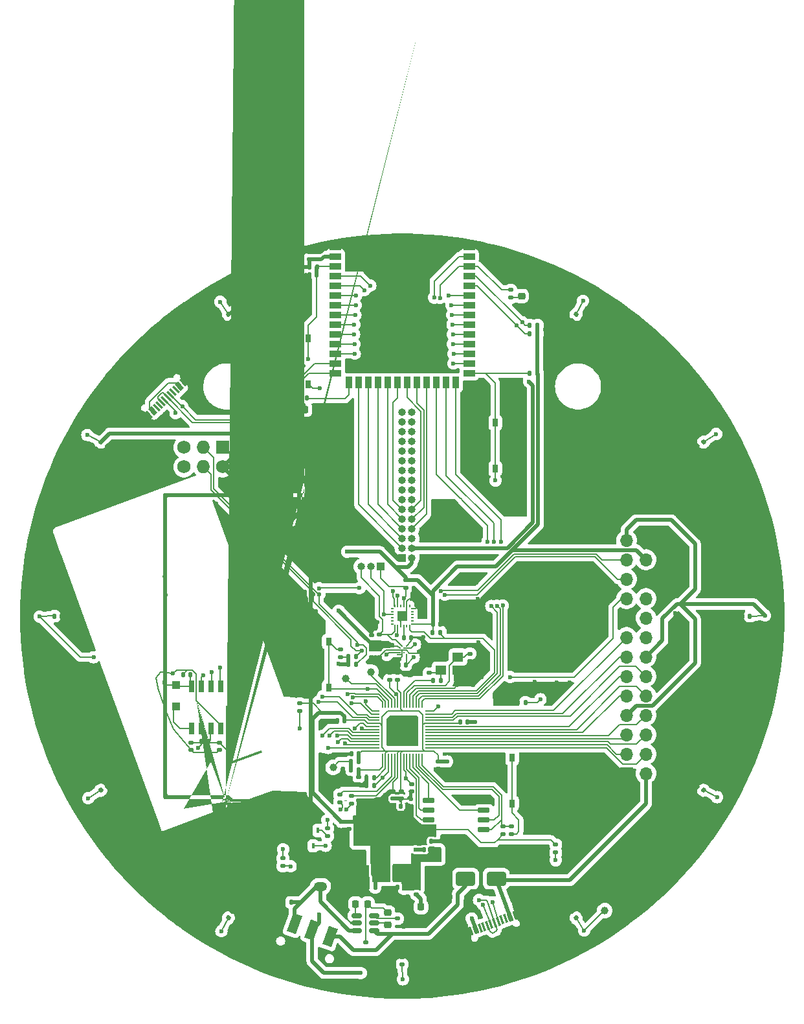
<source format=gbr>
%TF.GenerationSoftware,KiCad,Pcbnew,7.0.3*%
%TF.CreationDate,2023-07-06T16:10:13+02:00*%
%TF.ProjectId,Badge,42616467-652e-46b6-9963-61645f706362,rev?*%
%TF.SameCoordinates,Original*%
%TF.FileFunction,Copper,L1,Top*%
%TF.FilePolarity,Positive*%
%FSLAX46Y46*%
G04 Gerber Fmt 4.6, Leading zero omitted, Abs format (unit mm)*
G04 Created by KiCad (PCBNEW 7.0.3) date 2023-07-06 16:10:13*
%MOMM*%
%LPD*%
G01*
G04 APERTURE LIST*
G04 Aperture macros list*
%AMRoundRect*
0 Rectangle with rounded corners*
0 $1 Rounding radius*
0 $2 $3 $4 $5 $6 $7 $8 $9 X,Y pos of 4 corners*
0 Add a 4 corners polygon primitive as box body*
4,1,4,$2,$3,$4,$5,$6,$7,$8,$9,$2,$3,0*
0 Add four circle primitives for the rounded corners*
1,1,$1+$1,$2,$3*
1,1,$1+$1,$4,$5*
1,1,$1+$1,$6,$7*
1,1,$1+$1,$8,$9*
0 Add four rect primitives between the rounded corners*
20,1,$1+$1,$2,$3,$4,$5,0*
20,1,$1+$1,$4,$5,$6,$7,0*
20,1,$1+$1,$6,$7,$8,$9,0*
20,1,$1+$1,$8,$9,$2,$3,0*%
%AMHorizOval*
0 Thick line with rounded ends*
0 $1 width*
0 $2 $3 position (X,Y) of the first rounded end (center of the circle)*
0 $4 $5 position (X,Y) of the second rounded end (center of the circle)*
0 Add line between two ends*
20,1,$1,$2,$3,$4,$5,0*
0 Add two circle primitives to create the rounded ends*
1,1,$1,$2,$3*
1,1,$1,$4,$5*%
%AMRotRect*
0 Rectangle, with rotation*
0 The origin of the aperture is its center*
0 $1 length*
0 $2 width*
0 $3 Rotation angle, in degrees counterclockwise*
0 Add horizontal line*
21,1,$1,$2,0,0,$3*%
%AMFreePoly0*
4,1,6,0.175000,0.019000,0.175000,-0.100000,-0.175000,-0.100000,-0.175000,0.100000,0.094000,0.100000,0.175000,0.019000,0.175000,0.019000,$1*%
%AMFreePoly1*
4,1,6,0.175000,-0.019000,0.094000,-0.100000,-0.175000,-0.100000,-0.175000,0.100000,0.175000,0.100000,0.175000,-0.019000,0.175000,-0.019000,$1*%
%AMFreePoly2*
4,1,6,0.100000,-0.175000,-0.100000,-0.175000,-0.100000,0.094000,-0.019000,0.175000,0.100000,0.175000,0.100000,-0.175000,0.100000,-0.175000,$1*%
%AMFreePoly3*
4,1,6,0.100000,0.094000,0.100000,-0.175000,-0.100000,-0.175000,-0.100000,0.175000,0.019000,0.175000,0.100000,0.094000,0.100000,0.094000,$1*%
%AMFreePoly4*
4,1,6,0.175000,-0.100000,-0.094000,-0.100000,-0.175000,-0.019000,-0.175000,0.100000,0.175000,0.100000,0.175000,-0.100000,0.175000,-0.100000,$1*%
%AMFreePoly5*
4,1,6,0.175000,-0.100000,-0.175000,-0.100000,-0.175000,0.019000,-0.094000,0.100000,0.175000,0.100000,0.175000,-0.100000,0.175000,-0.100000,$1*%
%AMFreePoly6*
4,1,6,0.100000,-0.094000,0.019000,-0.175000,-0.100000,-0.175000,-0.100000,0.175000,0.100000,0.175000,0.100000,-0.094000,0.100000,-0.094000,$1*%
%AMFreePoly7*
4,1,6,0.100000,-0.175000,-0.019000,-0.175000,-0.100000,-0.094000,-0.100000,0.175000,0.100000,0.175000,0.100000,-0.175000,0.100000,-0.175000,$1*%
%AMFreePoly8*
4,1,354,11.233745,40.824234,11.290479,40.767500,11.311245,40.690000,11.311245,0.000000,11.290479,-0.077500,11.233745,-0.134234,11.156245,-0.155000,0.721248,-0.155000,0.701540,-0.149719,0.681132,-0.149719,0.663459,-0.139515,0.643749,-0.134234,0.629320,-0.119805,0.611648,-0.109602,0.147045,0.355000,-8.023755,0.355000,-8.101255,0.375766,-8.157989,0.432500,-8.178755,0.510000,-8.178755,40.180000,
-8.157989,40.257500,-8.101255,40.314234,-8.023755,40.335000,10.646245,40.335000,10.723745,40.314234,10.780479,40.257500,10.801245,40.180000,10.801245,0.510000,10.780479,0.432500,10.723745,0.375766,10.646245,0.355000,0.932498,0.355000,0.912789,0.360281,0.892381,0.360281,0.874707,0.370483,0.854998,0.375766,0.840569,0.390194,0.822897,0.400398,0.358294,0.865000,-7.513755,0.865001,
-7.591255,0.885766,-7.647989,0.942500,-7.668755,1.020000,-7.668755,39.670001,-7.647989,39.747500,-7.591255,39.804234,-7.513755,39.825000,10.136245,39.825001,10.213745,39.804234,10.270479,39.747500,10.291245,39.670000,10.291245,1.020001,10.270479,0.942500,10.213745,0.885766,10.136245,0.865000,1.143747,0.865000,1.124038,0.870281,1.103630,0.870281,1.085956,0.880484,1.066247,0.885766,
1.051818,0.900194,1.034146,0.910398,0.569543,1.375000,-7.003755,1.375000,-7.081255,1.395766,-7.137989,1.452501,-7.158755,1.530000,-7.158755,39.160000,-7.137989,39.237500,-7.081255,39.294234,-7.003755,39.315000,9.626245,39.315000,9.703745,39.294234,9.760479,39.237500,9.781245,39.160000,9.781245,1.530000,9.760479,1.452500,9.703744,1.395766,9.626245,1.375000,1.354996,1.375000,
1.335287,1.380281,1.314879,1.380281,1.297205,1.390484,1.277495,1.395766,1.263067,1.410194,1.245395,1.420398,0.780792,1.885000,-6.493755,1.885001,-6.571255,1.905766,-6.627989,1.962500,-6.648755,2.040000,-6.648755,38.650000,-6.627989,38.727500,-6.571255,38.784234,-6.493755,38.805000,9.116245,38.805001,9.193745,38.784234,9.250479,38.727500,9.271245,38.650000,9.271244,2.040000,
9.250479,1.962500,9.193745,1.905766,9.116245,1.885000,1.566245,1.885000,1.546536,1.890282,1.526128,1.890281,1.508454,1.900484,1.488745,1.905766,1.474316,1.920194,1.456644,1.930398,0.992041,2.395000,-5.983755,2.395000,-6.061255,2.415766,-6.117989,2.472500,-6.138755,2.550000,-6.138755,38.140000,-6.117989,38.217500,-6.061255,38.274234,-5.983755,38.295000,8.606245,38.295000,
8.683745,38.274234,8.740479,38.217500,8.761245,38.140000,8.761245,2.550000,8.740479,2.472500,8.683744,2.415766,8.606245,2.395000,1.777494,2.395000,1.757785,2.400281,1.737377,2.400281,1.719703,2.410484,1.699994,2.415766,1.685565,2.430194,1.667893,2.440398,1.203290,2.905000,-5.473755,2.905000,-5.551255,2.925766,-5.607989,2.982500,-5.628755,3.060000,-5.628755,37.630000,
-5.607989,37.707500,-5.551255,37.764234,-5.473755,37.785000,8.096246,37.785000,8.173745,37.764234,8.230479,37.707500,8.251245,37.630000,8.251244,3.060000,8.230479,2.982500,8.173745,2.925766,8.096245,2.905000,1.988742,2.905000,1.969033,2.910281,1.948625,2.910281,1.930951,2.920484,1.911242,2.925766,1.896813,2.940194,1.879141,2.950398,1.414538,3.415000,-4.963755,3.415000,
-5.041255,3.435766,-5.097989,3.492500,-5.118755,3.570000,-5.118755,37.120000,-5.097989,37.197500,-5.041255,37.254234,-4.963755,37.275000,7.586245,37.275000,7.663745,37.254234,7.720479,37.197500,7.741245,37.120000,7.741245,3.570000,7.720479,3.492500,7.663745,3.435766,7.586245,3.415000,2.199992,3.415000,2.180282,3.420281,2.159874,3.420281,2.142200,3.430484,2.122491,3.435766,
2.108062,3.450195,2.090390,3.460398,1.625787,3.925000,-4.453755,3.925000,-4.531255,3.945766,-4.587989,4.002500,-4.608755,4.080000,-4.608755,36.610000,-4.587989,36.687500,-4.531255,36.744234,-4.453755,36.765000,7.076245,36.765000,7.153745,36.744234,7.210479,36.687500,7.231245,36.610000,7.231245,4.080000,7.210479,4.002500,7.153745,3.945766,7.076245,3.925000,2.411240,3.925000,
2.391531,3.930281,2.371123,3.930281,2.353449,3.940484,2.333740,3.945766,2.319311,3.960194,2.301639,3.970398,1.837036,4.435000,-3.943755,4.435000,-4.021255,4.455766,-4.077989,4.512500,-4.098755,4.590000,-4.098755,36.100000,-4.077989,36.177500,-4.021255,36.234234,-3.943755,36.255000,6.566245,36.255000,6.643745,36.234234,6.700479,36.177500,6.721245,36.100000,6.721245,4.590000,
6.700479,4.512500,6.643745,4.455766,6.566245,4.435000,6.488745,4.455766,6.432011,4.512500,6.411245,4.590000,6.411245,35.945000,-3.788755,35.945000,-3.788755,4.745000,1.901240,4.745000,1.920949,4.739719,1.941356,4.739719,1.959030,4.729515,1.978740,4.724234,1.993167,4.709806,2.010842,4.699602,2.475443,4.235000,6.921245,4.234999,6.921246,36.455000,-4.298755,36.455000,
-4.298755,4.235000,1.689991,4.235000,1.709700,4.229720,1.730109,4.229719,1.747781,4.219515,1.767491,4.214234,1.781918,4.199806,1.799593,4.189602,2.264194,3.725000,7.431245,3.725000,7.431244,36.965000,-4.808755,36.965000,-4.808755,3.725000,1.478742,3.725000,1.498451,3.719719,1.518859,3.719719,1.536532,3.709515,1.556241,3.704234,1.570669,3.689806,1.588344,3.679602,
2.052945,3.215000,7.941246,3.215000,7.941245,37.475000,-5.318755,37.475000,-5.318756,3.215000,1.267494,3.215000,1.287204,3.209719,1.307611,3.209719,1.325284,3.199515,1.344994,3.194234,1.359421,3.179806,1.377096,3.169602,1.841697,2.705000,8.451245,2.705000,8.451245,37.985000,-5.828755,37.985000,-5.828755,2.705000,1.056245,2.705000,1.075954,2.699719,1.096362,2.699719,
1.114035,2.689515,1.133745,2.684234,1.148172,2.669806,1.165847,2.659603,1.630448,2.195000,8.961246,2.195000,8.961245,38.495000,-6.338755,38.495001,-6.338756,2.195000,0.844996,2.195000,0.864705,2.189719,0.885113,2.189719,0.902786,2.179515,0.922496,2.174234,0.936922,2.159806,0.954598,2.149602,1.419199,1.685000,9.471245,1.685000,9.471245,39.005000,-6.848755,39.005000,
-6.848755,1.685000,0.633746,1.685000,0.653456,1.679719,0.673864,1.679719,0.691537,1.669516,0.711247,1.664234,0.725674,1.649806,0.743349,1.639602,1.207950,1.175000,9.981245,1.175000,9.981245,39.515000,-7.358755,39.515000,-7.358755,1.174999,0.422499,1.175000,0.442207,1.169719,0.462615,1.169719,0.480288,1.159515,0.499998,1.154234,0.514425,1.139806,0.532100,1.129602,
0.996701,0.665000,10.491245,0.665000,10.491245,40.025000,-7.868755,40.025000,-7.868755,0.665000,0.211249,0.665000,0.230958,0.659719,0.251366,0.659719,0.269039,0.649515,0.288749,0.644234,0.303176,0.629806,0.320851,0.619602,0.785452,0.155000,11.001245,0.155000,11.001245,40.535000,-8.378755,40.535000,-8.378755,0.155000,0.000000,0.155000,0.077499,0.134234,0.134234,0.077500,
0.155000,0.000000,0.134234,-0.077499,0.077500,-0.134234,0.000000,-0.155000,-8.533754,-0.155000,-8.611255,-0.134234,-8.667989,-0.077500,-8.688755,0.000000,-8.688755,40.690001,-8.667989,40.767500,-8.611255,40.824234,-8.533755,40.845000,11.156245,40.845000,11.233745,40.824234,11.233745,40.824234,$1*%
%AMFreePoly9*
4,1,15,4.021255,0.134234,4.077990,0.077500,4.098755,0.000000,4.077989,-0.077500,4.021255,-0.134233,3.943755,-0.155000,0.000000,-0.155000,-0.077499,-0.134234,-0.134234,-0.077500,-0.155000,0.000000,-0.134234,0.077499,-0.077500,0.134234,0.000000,0.155000,3.943755,0.155000,4.021255,0.134234,4.021255,0.134234,$1*%
G04 Aperture macros list end*
%TA.AperFunction,SMDPad,CuDef*%
%ADD10R,0.650000X1.525000*%
%TD*%
%TA.AperFunction,ComponentPad*%
%ADD11O,1.750000X1.200000*%
%TD*%
%TA.AperFunction,ComponentPad*%
%ADD12RoundRect,0.250000X-0.625000X0.350000X-0.625000X-0.350000X0.625000X-0.350000X0.625000X0.350000X0*%
%TD*%
%TA.AperFunction,SMDPad,CuDef*%
%ADD13RoundRect,0.140000X-0.140000X-0.170000X0.140000X-0.170000X0.140000X0.170000X-0.140000X0.170000X0*%
%TD*%
%TA.AperFunction,SMDPad,CuDef*%
%ADD14RoundRect,0.140000X0.170000X-0.140000X0.170000X0.140000X-0.170000X0.140000X-0.170000X-0.140000X0*%
%TD*%
%TA.AperFunction,SMDPad,CuDef*%
%ADD15RoundRect,0.135000X0.135000X0.185000X-0.135000X0.185000X-0.135000X-0.185000X0.135000X-0.185000X0*%
%TD*%
%TA.AperFunction,SMDPad,CuDef*%
%ADD16RoundRect,0.218750X-0.256250X0.218750X-0.256250X-0.218750X0.256250X-0.218750X0.256250X0.218750X0*%
%TD*%
%TA.AperFunction,SMDPad,CuDef*%
%ADD17RoundRect,0.140000X-0.170000X0.140000X-0.170000X-0.140000X0.170000X-0.140000X0.170000X0.140000X0*%
%TD*%
%TA.AperFunction,SMDPad,CuDef*%
%ADD18RoundRect,0.135000X0.185000X-0.135000X0.185000X0.135000X-0.185000X0.135000X-0.185000X-0.135000X0*%
%TD*%
%TA.AperFunction,SMDPad,CuDef*%
%ADD19RoundRect,0.140000X0.206244X0.077224X-0.036244X0.217224X-0.206244X-0.077224X0.036244X-0.217224X0*%
%TD*%
%TA.AperFunction,SMDPad,CuDef*%
%ADD20RoundRect,0.140000X0.140000X0.170000X-0.140000X0.170000X-0.140000X-0.170000X0.140000X-0.170000X0*%
%TD*%
%TA.AperFunction,SMDPad,CuDef*%
%ADD21RotRect,0.600000X1.160000X223.000000*%
%TD*%
%TA.AperFunction,SMDPad,CuDef*%
%ADD22RotRect,0.300000X1.160000X43.000000*%
%TD*%
%TA.AperFunction,ComponentPad*%
%ADD23HorizOval,0.900000X0.375099X-0.402245X-0.375099X0.402245X0*%
%TD*%
%TA.AperFunction,ComponentPad*%
%ADD24HorizOval,0.900000X0.272799X-0.292541X-0.272799X0.292541X0*%
%TD*%
%TA.AperFunction,SMDPad,CuDef*%
%ADD25RoundRect,0.140000X-0.217224X0.036244X-0.077224X-0.206244X0.217224X-0.036244X0.077224X0.206244X0*%
%TD*%
%TA.AperFunction,SMDPad,CuDef*%
%ADD26RoundRect,0.050000X0.387500X0.050000X-0.387500X0.050000X-0.387500X-0.050000X0.387500X-0.050000X0*%
%TD*%
%TA.AperFunction,SMDPad,CuDef*%
%ADD27RoundRect,0.050000X0.050000X0.387500X-0.050000X0.387500X-0.050000X-0.387500X0.050000X-0.387500X0*%
%TD*%
%TA.AperFunction,SMDPad,CuDef*%
%ADD28R,3.200000X3.200000*%
%TD*%
%TA.AperFunction,SMDPad,CuDef*%
%ADD29FreePoly0,0.000000*%
%TD*%
%TA.AperFunction,SMDPad,CuDef*%
%ADD30R,0.350000X0.200000*%
%TD*%
%TA.AperFunction,SMDPad,CuDef*%
%ADD31FreePoly1,0.000000*%
%TD*%
%TA.AperFunction,SMDPad,CuDef*%
%ADD32FreePoly2,0.000000*%
%TD*%
%TA.AperFunction,SMDPad,CuDef*%
%ADD33R,0.200000X0.350000*%
%TD*%
%TA.AperFunction,SMDPad,CuDef*%
%ADD34FreePoly3,0.000000*%
%TD*%
%TA.AperFunction,SMDPad,CuDef*%
%ADD35FreePoly4,0.000000*%
%TD*%
%TA.AperFunction,SMDPad,CuDef*%
%ADD36FreePoly5,0.000000*%
%TD*%
%TA.AperFunction,SMDPad,CuDef*%
%ADD37FreePoly6,0.000000*%
%TD*%
%TA.AperFunction,SMDPad,CuDef*%
%ADD38FreePoly7,0.000000*%
%TD*%
%TA.AperFunction,SMDPad,CuDef*%
%ADD39RoundRect,0.135000X-0.185000X0.135000X-0.185000X-0.135000X0.185000X-0.135000X0.185000X0.135000X0*%
%TD*%
%TA.AperFunction,SMDPad,CuDef*%
%ADD40RoundRect,0.218750X-0.218750X-0.256250X0.218750X-0.256250X0.218750X0.256250X-0.218750X0.256250X0*%
%TD*%
%TA.AperFunction,SMDPad,CuDef*%
%ADD41RoundRect,0.135000X-0.135000X-0.185000X0.135000X-0.185000X0.135000X0.185000X-0.135000X0.185000X0*%
%TD*%
%TA.AperFunction,SMDPad,CuDef*%
%ADD42RoundRect,0.218750X0.256250X-0.218750X0.256250X0.218750X-0.256250X0.218750X-0.256250X-0.218750X0*%
%TD*%
%TA.AperFunction,SMDPad,CuDef*%
%ADD43C,0.212500*%
%TD*%
%TA.AperFunction,SMDPad,CuDef*%
%ADD44RoundRect,0.218750X0.218750X0.256250X-0.218750X0.256250X-0.218750X-0.256250X0.218750X-0.256250X0*%
%TD*%
%TA.AperFunction,SMDPad,CuDef*%
%ADD45RoundRect,0.140000X-0.036244X-0.217224X0.206244X-0.077224X0.036244X0.217224X-0.206244X0.077224X0*%
%TD*%
%TA.AperFunction,SMDPad,CuDef*%
%ADD46RoundRect,0.140000X-0.206244X-0.077224X0.036244X-0.217224X0.206244X0.077224X-0.036244X0.217224X0*%
%TD*%
%TA.AperFunction,SMDPad,CuDef*%
%ADD47R,0.750000X1.000000*%
%TD*%
%TA.AperFunction,SMDPad,CuDef*%
%ADD48RoundRect,0.140000X0.036244X0.217224X-0.206244X0.077224X-0.036244X-0.217224X0.206244X-0.077224X0*%
%TD*%
%TA.AperFunction,ComponentPad*%
%ADD49HorizOval,0.900000X-0.136808X0.375877X0.136808X-0.375877X0*%
%TD*%
%TA.AperFunction,ComponentPad*%
%ADD50HorizOval,0.900000X-0.188111X0.516831X0.188111X-0.516831X0*%
%TD*%
%TA.AperFunction,SMDPad,CuDef*%
%ADD51RotRect,0.600000X1.160000X20.000000*%
%TD*%
%TA.AperFunction,SMDPad,CuDef*%
%ADD52RotRect,0.300000X1.160000X200.000000*%
%TD*%
%TA.AperFunction,SMDPad,CuDef*%
%ADD53RoundRect,0.250000X-0.300000X0.300000X-0.300000X-0.300000X0.300000X-0.300000X0.300000X0.300000X0*%
%TD*%
%TA.AperFunction,SMDPad,CuDef*%
%ADD54C,1.000000*%
%TD*%
%TA.AperFunction,ComponentPad*%
%ADD55R,1.000000X1.000000*%
%TD*%
%TA.AperFunction,ComponentPad*%
%ADD56O,1.000000X1.000000*%
%TD*%
%TA.AperFunction,SMDPad,CuDef*%
%ADD57R,1.400000X1.200000*%
%TD*%
%TA.AperFunction,SMDPad,CuDef*%
%ADD58R,1.500000X0.900000*%
%TD*%
%TA.AperFunction,SMDPad,CuDef*%
%ADD59R,0.900000X1.500000*%
%TD*%
%TA.AperFunction,SMDPad,CuDef*%
%ADD60R,0.900000X0.900000*%
%TD*%
%TA.AperFunction,SMDPad,CuDef*%
%ADD61RotRect,1.250000X2.500000X340.000000*%
%TD*%
%TA.AperFunction,SMDPad,CuDef*%
%ADD62RoundRect,0.140000X0.077224X-0.206244X0.217224X0.036244X-0.077224X0.206244X-0.217224X-0.036244X0*%
%TD*%
%TA.AperFunction,SMDPad,CuDef*%
%ADD63RoundRect,0.140000X0.217224X-0.036244X0.077224X0.206244X-0.217224X0.036244X-0.077224X-0.206244X0*%
%TD*%
%TA.AperFunction,ComponentPad*%
%ADD64C,0.310000*%
%TD*%
%TA.AperFunction,SMDPad,CuDef*%
%ADD65FreePoly8,20.000000*%
%TD*%
%TA.AperFunction,SMDPad,CuDef*%
%ADD66FreePoly9,20.000000*%
%TD*%
%TA.AperFunction,SMDPad,CuDef*%
%ADD67R,1.500000X2.000000*%
%TD*%
%TA.AperFunction,SMDPad,CuDef*%
%ADD68R,3.800000X2.000000*%
%TD*%
%TA.AperFunction,SMDPad,CuDef*%
%ADD69RoundRect,0.150000X-0.512500X-0.150000X0.512500X-0.150000X0.512500X0.150000X-0.512500X0.150000X0*%
%TD*%
%TA.AperFunction,SMDPad,CuDef*%
%ADD70RoundRect,0.140000X-0.077224X0.206244X-0.217224X-0.036244X0.077224X-0.206244X0.217224X0.036244X0*%
%TD*%
%TA.AperFunction,SMDPad,CuDef*%
%ADD71RoundRect,0.150000X0.650000X0.150000X-0.650000X0.150000X-0.650000X-0.150000X0.650000X-0.150000X0*%
%TD*%
%TA.AperFunction,ComponentPad*%
%ADD72R,1.700000X1.700000*%
%TD*%
%TA.AperFunction,ComponentPad*%
%ADD73O,1.700000X1.700000*%
%TD*%
%TA.AperFunction,SMDPad,CuDef*%
%ADD74RoundRect,0.250000X-1.000000X-0.650000X1.000000X-0.650000X1.000000X0.650000X-1.000000X0.650000X0*%
%TD*%
%TA.AperFunction,SMDPad,CuDef*%
%ADD75R,0.450000X0.700000*%
%TD*%
%TA.AperFunction,ComponentPad*%
%ADD76R,1.727200X1.727200*%
%TD*%
%TA.AperFunction,ComponentPad*%
%ADD77C,1.727200*%
%TD*%
%TA.AperFunction,ComponentPad*%
%ADD78O,1.727200X1.727200*%
%TD*%
%TA.AperFunction,ViaPad*%
%ADD79C,0.600000*%
%TD*%
%TA.AperFunction,Conductor*%
%ADD80C,0.500000*%
%TD*%
%TA.AperFunction,Conductor*%
%ADD81C,0.200000*%
%TD*%
%TA.AperFunction,Conductor*%
%ADD82C,0.140000*%
%TD*%
G04 APERTURE END LIST*
D10*
%TO.P,IC2,1,V_EH*%
%TO.N,/NFC/NFC_V_EH*%
X72475000Y-114632000D03*
%TO.P,IC2,2,AC0*%
%TO.N,Net-(A1-IN)*%
X73745000Y-114632000D03*
%TO.P,IC2,3,AC1*%
%TO.N,Net-(A1-OUT)*%
X75015000Y-114632000D03*
%TO.P,IC2,4,VSS*%
%TO.N,GND*%
X76285000Y-114632000D03*
%TO.P,IC2,5,SDA*%
%TO.N,/I2C_SDA*%
X76285000Y-109208000D03*
%TO.P,IC2,6,SCL*%
%TO.N,/I2C_SCL*%
X75015000Y-109208000D03*
%TO.P,IC2,7,GPO(OD)*%
%TO.N,/NFC_INT*%
X73745000Y-109208000D03*
%TO.P,IC2,8,VCC*%
%TO.N,VCC*%
X72475000Y-109208000D03*
%TD*%
D11*
%TO.P,BT1,1,+*%
%TO.N,Net-(BT1-+)*%
X89300000Y-135300000D03*
D12*
%TO.P,BT1,2,-*%
%TO.N,GND*%
X89300000Y-133300000D03*
%TD*%
D13*
%TO.P,C16,1*%
%TO.N,GND*%
X93380000Y-117990000D03*
%TO.P,C16,2*%
%TO.N,+3V3*%
X94340000Y-117990000D03*
%TD*%
%TO.P,C26,1*%
%TO.N,GND*%
X99530000Y-106340000D03*
%TO.P,C26,2*%
%TO.N,+3V3*%
X100490000Y-106340000D03*
%TD*%
D14*
%TO.P,C48,1*%
%TO.N,GND*%
X72400000Y-117480000D03*
%TO.P,C48,2*%
%TO.N,Net-(A1-IN)*%
X72400000Y-116520000D03*
%TD*%
D15*
%TO.P,R26,1*%
%TO.N,/WiFi_BT/IO3*%
X87510000Y-71500000D03*
%TO.P,R26,2*%
%TO.N,Net-(LED2-A)*%
X86490000Y-71500000D03*
%TD*%
D16*
%TO.P,LED4,1,K*%
%TO.N,GND*%
X115600000Y-56612500D03*
%TO.P,LED4,2,A*%
%TO.N,Net-(LED4-A)*%
X115600000Y-58187500D03*
%TD*%
D13*
%TO.P,C22,1*%
%TO.N,Net-(U5-VREG)*%
X100190000Y-102780000D03*
%TO.P,C22,2*%
%TO.N,GND*%
X101150000Y-102780000D03*
%TD*%
D17*
%TO.P,C50,1*%
%TO.N,Net-(A1-OUT)*%
X76100000Y-116520000D03*
%TO.P,C50,2*%
%TO.N,GND*%
X76100000Y-117480000D03*
%TD*%
D15*
%TO.P,R20,1*%
%TO.N,/ADC_AVDD*%
X94330000Y-120050000D03*
%TO.P,R20,2*%
%TO.N,/ADC_VREF*%
X93310000Y-120050000D03*
%TD*%
D18*
%TO.P,R17,1*%
%TO.N,/USB_D+*%
X93410000Y-124460000D03*
%TO.P,R17,2*%
%TO.N,Net-(U4-USB_DP)*%
X93410000Y-123440000D03*
%TD*%
D19*
%TO.P,C38,1*%
%TO.N,VCC*%
X139415692Y-122740000D03*
%TO.P,C38,2*%
%TO.N,GND*%
X138584308Y-122260000D03*
%TD*%
D17*
%TO.P,C10,1*%
%TO.N,/ADC_AVDD*%
X94330000Y-121020000D03*
%TO.P,C10,2*%
%TO.N,GND*%
X94330000Y-121980000D03*
%TD*%
D20*
%TO.P,C39,1*%
%TO.N,VCC*%
X145480000Y-100000000D03*
%TO.P,C39,2*%
%TO.N,GND*%
X144520000Y-100000000D03*
%TD*%
D21*
%TO.P,P2,A1,GND*%
%TO.N,GND*%
X71462148Y-69383303D03*
%TO.P,P2,A4,VBUS*%
%TO.N,Net-(P2-VBUS-PadA4)*%
X70877065Y-69928902D03*
D22*
%TO.P,P2,A5,CC1*%
%TO.N,unconnected-(P2-CC1-PadA5)*%
X70036008Y-70713200D03*
%TO.P,P2,A6,D+*%
%TO.N,/WiFi_BT/ESP_USB+*%
X69304654Y-71395198D03*
%TO.P,P2,A7,D-*%
%TO.N,/WiFi_BT/ESP_USB-*%
X68938977Y-71736197D03*
%TO.P,P2,A8,SBU1*%
%TO.N,unconnected-(P2-SBU1-PadA8)*%
X68207624Y-72418196D03*
D21*
%TO.P,P2,A9,VBUS*%
%TO.N,Net-(P2-VBUS-PadA4)*%
X67366567Y-73202494D03*
%TO.P,P2,A12,GND*%
%TO.N,GND*%
X66781484Y-73748093D03*
%TO.P,P2,B1,GND*%
X66781484Y-73748093D03*
%TO.P,P2,B4,VBUS*%
%TO.N,Net-(P2-VBUS-PadA4)*%
X67366567Y-73202494D03*
D22*
%TO.P,P2,B5,CC2*%
%TO.N,unconnected-(P2-CC2-PadB5)*%
X67841947Y-72759195D03*
%TO.P,P2,B6,D+*%
%TO.N,/WiFi_BT/ESP_USB+*%
X68573301Y-72077197D03*
%TO.P,P2,B7,D-*%
%TO.N,/WiFi_BT/ESP_USB-*%
X69670331Y-71054199D03*
%TO.P,P2,B8,SBU2*%
%TO.N,unconnected-(P2-SBU2-PadB8)*%
X70401685Y-70372201D03*
D21*
%TO.P,P2,B9,VBUS*%
%TO.N,Net-(P2-VBUS-PadA4)*%
X70877065Y-69928902D03*
%TO.P,P2,B12,GND*%
%TO.N,GND*%
X71462148Y-69383303D03*
D23*
%TO.P,P2,S1,SHIELD*%
X71885705Y-68195280D03*
D24*
X69041772Y-65145535D03*
D23*
X65566809Y-74087746D03*
D24*
X62722876Y-71038001D03*
%TD*%
D25*
%TO.P,C30,1*%
%TO.N,VCC*%
X78150000Y-60074308D03*
%TO.P,C30,2*%
%TO.N,GND*%
X78630000Y-60905692D03*
%TD*%
D26*
%TO.P,U4,1,IOVDD*%
%TO.N,+3V3*%
X103437500Y-117600000D03*
%TO.P,U4,2,GPIO0*%
%TO.N,/GPIO_0*%
X103437500Y-117200000D03*
%TO.P,U4,3,GPIO1*%
%TO.N,/GPIO_1*%
X103437500Y-116800000D03*
%TO.P,U4,4,GPIO2*%
%TO.N,/GPIO_2*%
X103437500Y-116400000D03*
%TO.P,U4,5,GPIO3*%
%TO.N,/GPIO_3*%
X103437500Y-116000000D03*
%TO.P,U4,6,GPIO4*%
%TO.N,/GPIO_4*%
X103437500Y-115600000D03*
%TO.P,U4,7,GPIO5*%
%TO.N,/GPIO_5*%
X103437500Y-115200000D03*
%TO.P,U4,8,GPIO6*%
%TO.N,/GPIO_6*%
X103437500Y-114800000D03*
%TO.P,U4,9,GPIO7*%
%TO.N,/GPIO_7*%
X103437500Y-114400000D03*
%TO.P,U4,10,IOVDD*%
%TO.N,+3V3*%
X103437500Y-114000000D03*
%TO.P,U4,11,GPIO8*%
%TO.N,/GPIO_8*%
X103437500Y-113600000D03*
%TO.P,U4,12,GPIO9*%
%TO.N,/GPIO_9*%
X103437500Y-113200000D03*
%TO.P,U4,13,GPIO10*%
%TO.N,/GPIO_10*%
X103437500Y-112800000D03*
%TO.P,U4,14,GPIO11*%
%TO.N,/NFC_INT*%
X103437500Y-112400000D03*
D27*
%TO.P,U4,15,GPIO12*%
%TO.N,/ESP_45*%
X102600000Y-111562500D03*
%TO.P,U4,16,GPIO13*%
%TO.N,/ESP_48*%
X102200000Y-111562500D03*
%TO.P,U4,17,GPIO14*%
%TO.N,/ESP_47*%
X101800000Y-111562500D03*
%TO.P,U4,18,GPIO15*%
%TO.N,/SEN_INT*%
X101400000Y-111562500D03*
%TO.P,U4,19,TESTEN*%
%TO.N,GND*%
X101000000Y-111562500D03*
%TO.P,U4,20,XIN*%
%TO.N,/XIN*%
X100600000Y-111562500D03*
%TO.P,U4,21,XOUT*%
%TO.N,/XOUT*%
X100200000Y-111562500D03*
%TO.P,U4,22,IOVDD*%
%TO.N,+3V3*%
X99800000Y-111562500D03*
%TO.P,U4,23,DVDD*%
%TO.N,+1V1*%
X99400000Y-111562500D03*
%TO.P,U4,24,SWCLK*%
%TO.N,/SWCLK*%
X99000000Y-111562500D03*
%TO.P,U4,25,SWD*%
%TO.N,/SWD*%
X98600000Y-111562500D03*
%TO.P,U4,26,RUN*%
%TO.N,/RUN*%
X98200000Y-111562500D03*
%TO.P,U4,27,GPIO16*%
%TO.N,/ESP_RX*%
X97800000Y-111562500D03*
%TO.P,U4,28,GPIO17*%
%TO.N,/ESP_TX*%
X97400000Y-111562500D03*
D26*
%TO.P,U4,29,GPIO18*%
%TO.N,/LED_POST*%
X96562500Y-112400000D03*
%TO.P,U4,30,GPIO19*%
%TO.N,/LED_STRIPE*%
X96562500Y-112800000D03*
%TO.P,U4,31,GPIO20*%
%TO.N,/SAO_1*%
X96562500Y-113200000D03*
%TO.P,U4,32,GPIO21*%
%TO.N,/SAO_2*%
X96562500Y-113600000D03*
%TO.P,U4,33,IOVDD*%
%TO.N,+3V3*%
X96562500Y-114000000D03*
%TO.P,U4,34,GPIO22*%
%TO.N,/I2C_SDA*%
X96562500Y-114400000D03*
%TO.P,U4,35,GPIO23*%
%TO.N,/I2C_SCL*%
X96562500Y-114800000D03*
%TO.P,U4,36,GPIO24*%
%TO.N,/SW_1*%
X96562500Y-115200000D03*
%TO.P,U4,37,GPIO25*%
%TO.N,/SW_2*%
X96562500Y-115600000D03*
%TO.P,U4,38,GPIO26_ADC0*%
%TO.N,/ADC_0*%
X96562500Y-116000000D03*
%TO.P,U4,39,GPIO27_ADC1*%
%TO.N,/ADC_1*%
X96562500Y-116400000D03*
%TO.P,U4,40,GPIO28_ADC2*%
%TO.N,/ADC_2*%
X96562500Y-116800000D03*
%TO.P,U4,41,GPIO29_ADC3*%
%TO.N,/ADC_BUZZ*%
X96562500Y-117200000D03*
%TO.P,U4,42,IOVDD*%
%TO.N,+3V3*%
X96562500Y-117600000D03*
D27*
%TO.P,U4,43,ADC_AVDD*%
%TO.N,/ADC_AVDD*%
X97400000Y-118437500D03*
%TO.P,U4,44,VREG_IN*%
%TO.N,+3V3*%
X97800000Y-118437500D03*
%TO.P,U4,45,VREG_VOUT*%
%TO.N,+1V1*%
X98200000Y-118437500D03*
%TO.P,U4,46,USB_DM*%
%TO.N,Net-(U4-USB_DM)*%
X98600000Y-118437500D03*
%TO.P,U4,47,USB_DP*%
%TO.N,Net-(U4-USB_DP)*%
X99000000Y-118437500D03*
%TO.P,U4,48,USB_VDD*%
%TO.N,+3V3*%
X99400000Y-118437500D03*
%TO.P,U4,49,IOVDD*%
X99800000Y-118437500D03*
%TO.P,U4,50,DVDD*%
%TO.N,+1V1*%
X100200000Y-118437500D03*
%TO.P,U4,51,QSPI_SD3*%
%TO.N,/QSPI_SD3*%
X100600000Y-118437500D03*
%TO.P,U4,52,QSPI_SCLK*%
%TO.N,/QSPI_SCLK*%
X101000000Y-118437500D03*
%TO.P,U4,53,QSPI_SD0*%
%TO.N,/QSPI_SD0*%
X101400000Y-118437500D03*
%TO.P,U4,54,QSPI_SD2*%
%TO.N,/QSPI_SD2*%
X101800000Y-118437500D03*
%TO.P,U4,55,QSPI_SD1*%
%TO.N,/QSPI_SD1*%
X102200000Y-118437500D03*
%TO.P,U4,56,QSPI_SS*%
%TO.N,/QSPI_SS*%
X102600000Y-118437500D03*
D28*
%TO.P,U4,57,GND*%
%TO.N,GND*%
X100000000Y-115000000D03*
%TD*%
D13*
%TO.P,C33,1*%
%TO.N,VCC*%
X54520000Y-100000000D03*
%TO.P,C33,2*%
%TO.N,GND*%
X55480000Y-100000000D03*
%TD*%
D29*
%TO.P,U5,1,NC*%
%TO.N,unconnected-(U5-NC-Pad1)*%
X98665000Y-99000000D03*
D30*
%TO.P,U5,2,DNC*%
%TO.N,unconnected-(U5-DNC-Pad2)*%
X98665000Y-99400000D03*
%TO.P,U5,3,GPIO1*%
%TO.N,/Gyros/INT_S1*%
X98665000Y-99800000D03*
%TO.P,U5,4,Reserved*%
%TO.N,unconnected-(U5-Reserved-Pad4)*%
X98665000Y-100200000D03*
%TO.P,U5,5,Reserved*%
%TO.N,unconnected-(U5-Reserved-Pad5)*%
X98665000Y-100600000D03*
D31*
%TO.P,U5,6,NC*%
%TO.N,unconnected-(U5-NC-Pad6)*%
X98665000Y-101000000D03*
D32*
%TO.P,U5,7,ASCK*%
%TO.N,/Gyros/INT_SCK*%
X99000000Y-101335000D03*
D33*
%TO.P,U5,8,VDDIO*%
%TO.N,+3V3*%
X99400000Y-101335000D03*
%TO.P,U5,9,SA_GPIO7*%
%TO.N,GND*%
X99800000Y-101335000D03*
%TO.P,U5,10,VREG*%
%TO.N,Net-(U5-VREG)*%
X100200000Y-101335000D03*
%TO.P,U5,11,GPIO2*%
%TO.N,unconnected-(U5-GPIO2-Pad11)*%
X100600000Y-101335000D03*
D34*
%TO.P,U5,12,INT*%
%TO.N,/SEN_INT*%
X101000000Y-101335000D03*
D35*
%TO.P,U5,13,VDD*%
%TO.N,+3V3*%
X101335000Y-101000000D03*
D30*
%TO.P,U5,14,NC*%
%TO.N,unconnected-(U5-NC-Pad14)*%
X101335000Y-100600000D03*
%TO.P,U5,15,NC*%
%TO.N,unconnected-(U5-NC-Pad15)*%
X101335000Y-100200000D03*
%TO.P,U5,16,NC*%
%TO.N,unconnected-(U5-NC-Pad16)*%
X101335000Y-99800000D03*
%TO.P,U5,17,NC*%
%TO.N,unconnected-(U5-NC-Pad17)*%
X101335000Y-99400000D03*
D36*
%TO.P,U5,18,GND*%
%TO.N,GND*%
X101335000Y-99000000D03*
D37*
%TO.P,U5,19,NC*%
%TO.N,unconnected-(U5-NC-Pad19)*%
X101000000Y-98665000D03*
D33*
%TO.P,U5,20,GNDIO*%
%TO.N,GND*%
X100600000Y-98665000D03*
%TO.P,U5,21,ASDA*%
%TO.N,/Gyros/INT_SDA*%
X100200000Y-98665000D03*
%TO.P,U5,22,Reserved*%
%TO.N,unconnected-(U5-Reserved-Pad22)*%
X99800000Y-98665000D03*
%TO.P,U5,23,SCK*%
%TO.N,/I2C_SCL*%
X99400000Y-98665000D03*
D38*
%TO.P,U5,24,SDA*%
%TO.N,/I2C_SDA*%
X99000000Y-98665000D03*
%TD*%
D39*
%TO.P,R6,1*%
%TO.N,+3V3*%
X86600000Y-111390000D03*
%TO.P,R6,2*%
%TO.N,/NFC_INT*%
X86600000Y-112410000D03*
%TD*%
%TO.P,R15,1*%
%TO.N,/ADC_BUZZ*%
X90230000Y-127710000D03*
%TO.P,R15,2*%
%TO.N,Net-(Q2-B)*%
X90230000Y-128730000D03*
%TD*%
D40*
%TO.P,LED7,1,K*%
%TO.N,Net-(LED7-K)*%
X93912500Y-137600000D03*
%TO.P,LED7,2,A*%
%TO.N,Net-(LED7-A)*%
X95487500Y-137600000D03*
%TD*%
D41*
%TO.P,R9,1*%
%TO.N,+3V3*%
X103990000Y-102100000D03*
%TO.P,R9,2*%
%TO.N,/SEN_INT*%
X105010000Y-102100000D03*
%TD*%
D42*
%TO.P,LED8,1,K*%
%TO.N,Net-(LED8-K)*%
X98100000Y-140287500D03*
%TO.P,LED8,2,A*%
%TO.N,Net-(LED7-A)*%
X98100000Y-138712500D03*
%TD*%
D40*
%TO.P,LED2,1,K*%
%TO.N,GND*%
X85712500Y-73000000D03*
%TO.P,LED2,2,A*%
%TO.N,Net-(LED2-A)*%
X87287500Y-73000000D03*
%TD*%
D41*
%TO.P,R19,1*%
%TO.N,/ADC_VREF*%
X93310000Y-119020000D03*
%TO.P,R19,2*%
%TO.N,+3V3*%
X94330000Y-119020000D03*
%TD*%
D39*
%TO.P,R32,1*%
%TO.N,Net-(LED7-A)*%
X95200000Y-142590000D03*
%TO.P,R32,2*%
%TO.N,Net-(D19-K)*%
X95200000Y-143610000D03*
%TD*%
D20*
%TO.P,C14,1*%
%TO.N,GND*%
X108520000Y-113860000D03*
%TO.P,C14,2*%
%TO.N,+3V3*%
X107560000Y-113860000D03*
%TD*%
D13*
%TO.P,C42,1*%
%TO.N,GND*%
X95500000Y-135410000D03*
%TO.P,C42,2*%
%TO.N,+3V3*%
X96460000Y-135410000D03*
%TD*%
D39*
%TO.P,R24,1*%
%TO.N,+3V3*%
X100450000Y-95280000D03*
%TO.P,R24,2*%
%TO.N,/Gyros/INT_SDA*%
X100450000Y-96300000D03*
%TD*%
D43*
%TO.P,U6,A1,PS*%
%TO.N,+3V3*%
X99399000Y-103899000D03*
%TO.P,U6,A3,SCK*%
%TO.N,/Gyros/INT_SCK*%
X99965000Y-103899000D03*
%TO.P,U6,A5,CSB*%
%TO.N,GND*%
X100531000Y-103899000D03*
%TO.P,U6,B2,VDDIO*%
%TO.N,+3V3*%
X99682000Y-104182000D03*
%TO.P,U6,B4,SDI*%
%TO.N,/Gyros/INT_SDA*%
X100248000Y-104182000D03*
%TO.P,U6,C1,SDO*%
%TO.N,GND*%
X99399000Y-104465000D03*
%TO.P,U6,C5,GND*%
X100531000Y-104465000D03*
%TO.P,U6,D2,INT*%
%TO.N,/Gyros/INT_S1*%
X99682000Y-104748000D03*
%TO.P,U6,D4,DRDY*%
%TO.N,unconnected-(U6-DRDY-PadD4)*%
X100248000Y-104748000D03*
%TO.P,U6,E1,GND*%
%TO.N,GND*%
X99399000Y-105031000D03*
%TO.P,U6,E3,GND*%
X99965000Y-105031000D03*
%TO.P,U6,E5,VDD*%
%TO.N,+3V3*%
X100531000Y-105031000D03*
%TD*%
D44*
%TO.P,LED3,1,K*%
%TO.N,GND*%
X104037500Y-137980000D03*
%TO.P,LED3,2,A*%
%TO.N,Net-(LED3-A)*%
X102462500Y-137980000D03*
%TD*%
D45*
%TO.P,C34,1*%
%TO.N,VCC*%
X60584308Y-122740000D03*
%TO.P,C34,2*%
%TO.N,GND*%
X61415692Y-122260000D03*
%TD*%
D46*
%TO.P,C32,1*%
%TO.N,VCC*%
X60584308Y-77260000D03*
%TO.P,C32,2*%
%TO.N,GND*%
X61415692Y-77740000D03*
%TD*%
D47*
%TO.P,SW2,1*%
%TO.N,/RUN*%
X90395000Y-103320000D03*
X90395000Y-109320000D03*
%TO.P,SW2,2*%
%TO.N,GND*%
X86645000Y-103320000D03*
X86645000Y-109320000D03*
%TD*%
D48*
%TO.P,C40,1*%
%TO.N,VCC*%
X139415692Y-77260000D03*
%TO.P,C40,2*%
%TO.N,GND*%
X138584308Y-77740000D03*
%TD*%
D20*
%TO.P,C19,1*%
%TO.N,VCC*%
X84480000Y-87440000D03*
%TO.P,C19,2*%
%TO.N,GND*%
X83520000Y-87440000D03*
%TD*%
%TO.P,C47,1*%
%TO.N,Net-(D19-K)*%
X107280000Y-136700000D03*
%TO.P,C47,2*%
%TO.N,GND*%
X106320000Y-136700000D03*
%TD*%
D49*
%TO.P,P4,S1,SHIELD*%
%TO.N,GND*%
X117526329Y-143105153D03*
D50*
X116100105Y-139186635D03*
D49*
X109407385Y-146060207D03*
D50*
X107981161Y-142141689D03*
D51*
%TO.P,P4,B12,GND*%
X108835245Y-141213605D03*
%TO.P,P4,B9,VBUS*%
%TO.N,VBUS*%
X109586999Y-140939989D03*
D52*
%TO.P,P4,B8,SBU2*%
%TO.N,unconnected-(P4-SBU2-PadB8)*%
X110197799Y-140717676D03*
%TO.P,P4,B7,D-*%
%TO.N,/USB_D-*%
X111137492Y-140375656D03*
%TO.P,P4,B6,D+*%
%TO.N,/USB_D+*%
X112547031Y-139862625D03*
%TO.P,P4,B5,CC2*%
%TO.N,unconnected-(P4-CC2-PadB5)*%
X113486724Y-139520605D03*
D51*
%TO.P,P4,B4,VBUS*%
%TO.N,VBUS*%
X114097524Y-139298292D03*
%TO.P,P4,B1,GND*%
%TO.N,GND*%
X114849278Y-139024676D03*
%TO.P,P4,A12,GND*%
X114849278Y-139024676D03*
%TO.P,P4,A9,VBUS*%
%TO.N,VBUS*%
X114097524Y-139298292D03*
D52*
%TO.P,P4,A8,SBU1*%
%TO.N,unconnected-(P4-SBU1-PadA8)*%
X113016877Y-139691615D03*
%TO.P,P4,A7,D-*%
%TO.N,/USB_D-*%
X112077185Y-140033635D03*
%TO.P,P4,A6,D+*%
%TO.N,/USB_D+*%
X111607338Y-140204646D03*
%TO.P,P4,A5,CC1*%
%TO.N,unconnected-(P4-CC1-PadA5)*%
X110667646Y-140546666D03*
D51*
%TO.P,P4,A4,VBUS*%
%TO.N,VBUS*%
X109586999Y-140939989D03*
%TO.P,P4,A1,GND*%
%TO.N,GND*%
X108835245Y-141213605D03*
%TD*%
D13*
%TO.P,C2,1*%
%TO.N,+3V3*%
X102850000Y-129410000D03*
%TO.P,C2,2*%
%TO.N,GND*%
X103810000Y-129410000D03*
%TD*%
D14*
%TO.P,C15,1*%
%TO.N,GND*%
X104680000Y-119930000D03*
%TO.P,C15,2*%
%TO.N,+3V3*%
X104680000Y-118970000D03*
%TD*%
D53*
%TO.P,D17,1,K*%
%TO.N,VCC*%
X70430000Y-109000000D03*
%TO.P,D17,2,A*%
%TO.N,/NFC/NFC_V_EH*%
X70430000Y-111800000D03*
%TD*%
D15*
%TO.P,R22,1*%
%TO.N,+3V3*%
X117710000Y-68300000D03*
%TO.P,R22,2*%
%TO.N,/ESP_BOOT*%
X116690000Y-68300000D03*
%TD*%
D54*
%TO.P,TP4,1,1*%
%TO.N,/SWD*%
X92630000Y-108150000D03*
%TD*%
D55*
%TO.P,J5,1,Pin_1*%
%TO.N,GND*%
X100000000Y-92400000D03*
D56*
%TO.P,J5,2,Pin_2*%
%TO.N,+3V3*%
X101270000Y-92400000D03*
%TO.P,J5,3,Pin_3*%
%TO.N,/WiFi_BT/IO46*%
X100000000Y-91130000D03*
%TO.P,J5,4,Pin_4*%
%TO.N,VCC*%
X101270000Y-91130000D03*
%TO.P,J5,5,Pin_5*%
%TO.N,/WiFi_BT/IO9*%
X100000000Y-89860000D03*
%TO.P,J5,6,Pin_6*%
%TO.N,/ESP_BOOT*%
X101270000Y-89860000D03*
%TO.P,J5,7,Pin_7*%
%TO.N,/WiFi_BT/IO10*%
X100000000Y-88590000D03*
%TO.P,J5,8,Pin_8*%
%TO.N,/WiFi_BT/IO21*%
X101270000Y-88590000D03*
%TO.P,J5,9,Pin_9*%
%TO.N,/WiFi_BT/IO11*%
X100000000Y-87320000D03*
%TO.P,J5,10,Pin_10*%
%TO.N,/WiFi_BT/IO14*%
X101270000Y-87320000D03*
%TO.P,J5,11,Pin_11*%
%TO.N,/WiFi_BT/IO12*%
X100000000Y-86050000D03*
%TO.P,J5,12,Pin_12*%
%TO.N,/WiFi_BT/IO13*%
X101270000Y-86050000D03*
%TO.P,J5,13,Pin_13*%
%TO.N,/ESP_EN*%
X100000000Y-84780000D03*
%TO.P,J5,14,Pin_14*%
%TO.N,/WiFi_BT/IO35*%
X101270000Y-84780000D03*
%TO.P,J5,15,Pin_15*%
%TO.N,/WiFi_BT/IO8*%
X100000000Y-83510000D03*
%TO.P,J5,16,Pin_16*%
%TO.N,/WiFi_BT/IO36*%
X101270000Y-83510000D03*
%TO.P,J5,17,Pin_17*%
%TO.N,/WiFi_BT/IO18*%
X100000000Y-82240000D03*
%TO.P,J5,18,Pin_18*%
%TO.N,/WiFi_BT/IO37*%
X101270000Y-82240000D03*
%TO.P,J5,19,Pin_19*%
%TO.N,/WiFi_BT/IO17*%
X100000000Y-80970000D03*
%TO.P,J5,20,Pin_20*%
%TO.N,/WiFi_BT/IO38*%
X101270000Y-80970000D03*
%TO.P,J5,21,Pin_21*%
%TO.N,/WiFi_BT/IO16*%
X100000000Y-79700000D03*
%TO.P,J5,22,Pin_22*%
%TO.N,/WiFi_BT/IO39*%
X101270000Y-79700000D03*
%TO.P,J5,23,Pin_23*%
%TO.N,/WiFi_BT/IO15*%
X100000000Y-78430000D03*
%TO.P,J5,24,Pin_24*%
%TO.N,/WiFi_BT/IO40*%
X101270000Y-78430000D03*
%TO.P,J5,25,Pin_25*%
%TO.N,/WiFi_BT/IO7*%
X100000000Y-77160000D03*
%TO.P,J5,26,Pin_26*%
%TO.N,/WiFi_BT/IO41*%
X101270000Y-77160000D03*
%TO.P,J5,27,Pin_27*%
%TO.N,/WiFi_BT/IO6*%
X100000000Y-75890000D03*
%TO.P,J5,28,Pin_28*%
%TO.N,/WiFi_BT/IO42*%
X101270000Y-75890000D03*
%TO.P,J5,29,Pin_29*%
%TO.N,/WiFi_BT/IO5*%
X100000000Y-74620000D03*
%TO.P,J5,30,Pin_30*%
%TO.N,/WiFi_BT/IO2*%
X101270000Y-74620000D03*
%TO.P,J5,31,Pin_31*%
%TO.N,/WiFi_BT/IO4*%
X100000000Y-73350000D03*
%TO.P,J5,32,Pin_32*%
%TO.N,/WiFi_BT/IO1*%
X101270000Y-73350000D03*
%TD*%
D14*
%TO.P,C17,1*%
%TO.N,GND*%
X98810000Y-123840000D03*
%TO.P,C17,2*%
%TO.N,+3V3*%
X98810000Y-122880000D03*
%TD*%
D41*
%TO.P,R8,1*%
%TO.N,+3V3*%
X92950000Y-106320000D03*
%TO.P,R8,2*%
%TO.N,/I2C_SDA*%
X93970000Y-106320000D03*
%TD*%
D25*
%TO.P,C31,1*%
%TO.N,VCC*%
X77260000Y-60584308D03*
%TO.P,C31,2*%
%TO.N,GND*%
X77740000Y-61415692D03*
%TD*%
D14*
%TO.P,C29,1*%
%TO.N,+3V3*%
X88840000Y-53380000D03*
%TO.P,C29,2*%
%TO.N,GND*%
X88840000Y-52420000D03*
%TD*%
D13*
%TO.P,C49,1*%
%TO.N,Net-(A1-IN)*%
X73720000Y-116400000D03*
%TO.P,C49,2*%
%TO.N,Net-(A1-OUT)*%
X74680000Y-116400000D03*
%TD*%
D57*
%TO.P,Y1,1,1*%
%TO.N,Net-(C4-Pad2)*%
X105090000Y-107020000D03*
%TO.P,Y1,2,2*%
%TO.N,GND*%
X107290000Y-107020000D03*
%TO.P,Y1,3,3*%
%TO.N,/XIN*%
X107290000Y-105320000D03*
%TO.P,Y1,4,4*%
%TO.N,GND*%
X105090000Y-105320000D03*
%TD*%
D15*
%TO.P,R16,1*%
%TO.N,VCC*%
X103850000Y-130510000D03*
%TO.P,R16,2*%
%TO.N,Net-(BZ1-+)*%
X102830000Y-130510000D03*
%TD*%
D41*
%TO.P,R14,1*%
%TO.N,/ESP_RX*%
X116690000Y-63100000D03*
%TO.P,R14,2*%
%TO.N,+3V3*%
X117710000Y-63100000D03*
%TD*%
D54*
%TO.P,TP2,1,1*%
%TO.N,/ADC_VREF*%
X90960000Y-119760000D03*
%TD*%
%TO.P,TP1,1,1*%
%TO.N,VCC*%
X126490000Y-138470000D03*
%TD*%
D58*
%TO.P,U7,1,GND*%
%TO.N,GND*%
X91250000Y-51740000D03*
%TO.P,U7,2,3V3*%
%TO.N,+3V3*%
X91250000Y-53010000D03*
%TO.P,U7,3,EN*%
%TO.N,/ESP_EN*%
X91250000Y-54280000D03*
%TO.P,U7,4,GPIO4/TOUCH4/ADC1_CH3*%
%TO.N,/WiFi_BT/IO4*%
X91250000Y-55550000D03*
%TO.P,U7,5,GPIO5/TOUCH5/ADC1_CH4*%
%TO.N,/WiFi_BT/IO5*%
X91250000Y-56820000D03*
%TO.P,U7,6,GPIO6/TOUCH6/ADC1_CH5*%
%TO.N,/WiFi_BT/IO6*%
X91250000Y-58090000D03*
%TO.P,U7,7,GPIO7/TOUCH7/ADC1_CH6*%
%TO.N,/WiFi_BT/IO7*%
X91250000Y-59360000D03*
%TO.P,U7,8,GPIO15/U0RTS/ADC2_CH4/XTAL_32K_P*%
%TO.N,/WiFi_BT/IO15*%
X91250000Y-60630000D03*
%TO.P,U7,9,GPIO16/U0CTS/ADC2_CH5/XTAL_32K_NH5*%
%TO.N,/WiFi_BT/IO16*%
X91250000Y-61900000D03*
%TO.P,U7,10,GPIO17/U1TXD/ADC2_CH6*%
%TO.N,/WiFi_BT/IO17*%
X91250000Y-63170000D03*
%TO.P,U7,11,GPIO18/U1RXD/ADC2_CH7/CLK_OUT3*%
%TO.N,/WiFi_BT/IO18*%
X91250000Y-64440000D03*
%TO.P,U7,12,GPIO8/TOUCH8/ADC1_CH7/SUBSPICS1*%
%TO.N,/WiFi_BT/IO8*%
X91250000Y-65710000D03*
%TO.P,U7,13,GPIO19/U1RTS/ADC2_CH8/CLK_OUT2/USB_D-*%
%TO.N,/WiFi_BT/ESP_USB-*%
X91250000Y-66980000D03*
%TO.P,U7,14,GPIO20/U1CTS/ADC2_CH9/CLK_OUT1/USB_D+*%
%TO.N,/WiFi_BT/ESP_USB+*%
X91250000Y-68250000D03*
D59*
%TO.P,U7,15,GPIO3/TOUCH3/ADC1_CH2*%
%TO.N,/WiFi_BT/IO3*%
X93015000Y-69500000D03*
%TO.P,U7,16,GPIO46*%
%TO.N,/WiFi_BT/IO46*%
X94285000Y-69500000D03*
%TO.P,U7,17,GPIO9/TOUCH9/ADC1_CH8/FSPIHD/SUBSPIHD*%
%TO.N,/WiFi_BT/IO9*%
X95555000Y-69500000D03*
%TO.P,U7,18,GPIO10/TOUCH10/ADC1_CH9/FSPICS0/FSPIIO4/SUBSPICS0*%
%TO.N,/WiFi_BT/IO10*%
X96825000Y-69500000D03*
%TO.P,U7,19,GPIO11/TOUCH11/ADC2_CH0/FSPID/FSPIIO5/SUBSPID*%
%TO.N,/WiFi_BT/IO11*%
X98095000Y-69500000D03*
%TO.P,U7,20,GPIO12/TOUCH12/ADC2_CH1/FSPICLK/FSPIIO6/SUBSPICLK*%
%TO.N,/WiFi_BT/IO12*%
X99365000Y-69500000D03*
%TO.P,U7,21,GPIO13/TOUCH13/ADC2_CH2/FSPIQ/FSPIIO7/SUBSPIQ*%
%TO.N,/WiFi_BT/IO13*%
X100635000Y-69500000D03*
%TO.P,U7,22,GPIO14/TOUCH14/ADC2_CH3/FSPIWP/FSPIDQS/SUBSPIWP*%
%TO.N,/WiFi_BT/IO14*%
X101905000Y-69500000D03*
%TO.P,U7,23,GPIO21*%
%TO.N,/WiFi_BT/IO21*%
X103175000Y-69500000D03*
%TO.P,U7,24,GPIO47/SPICLK_P/SUBSPICLK_P_DIFF*%
%TO.N,/ESP_47*%
X104445000Y-69500000D03*
%TO.P,U7,25,GPIO48/SPICLK_N/SUBSPICLK_N_DIFF*%
%TO.N,/ESP_48*%
X105715000Y-69500000D03*
%TO.P,U7,26,GPIO45*%
%TO.N,/ESP_45*%
X106985000Y-69500000D03*
D58*
%TO.P,U7,27,GPIO0/BOOT*%
%TO.N,/ESP_BOOT*%
X108750000Y-68250000D03*
%TO.P,U7,28,SPIIO6/GPIO35/FSPID/SUBSPID*%
%TO.N,/WiFi_BT/IO35*%
X108750000Y-66980000D03*
%TO.P,U7,29,SPIIO7/GPIO36/FSPICLK/SUBSPICLK*%
%TO.N,/WiFi_BT/IO36*%
X108750000Y-65710000D03*
%TO.P,U7,30,SPIDQS/GPIO37/FSPIQ/SUBSPIQ*%
%TO.N,/WiFi_BT/IO37*%
X108750000Y-64440000D03*
%TO.P,U7,31,GPIO38/FSPIWP/SUBSPIWP*%
%TO.N,/WiFi_BT/IO38*%
X108750000Y-63170000D03*
%TO.P,U7,32,MTCK/GPIO39/CLK_OUT3/SUBSPICS1*%
%TO.N,/WiFi_BT/IO39*%
X108750000Y-61900000D03*
%TO.P,U7,33,MTDO/GPIO40/CLK_OUT2*%
%TO.N,/WiFi_BT/IO40*%
X108750000Y-60630000D03*
%TO.P,U7,34,MTDI/GPIO41/CLK_OUT1*%
%TO.N,/WiFi_BT/IO41*%
X108750000Y-59360000D03*
%TO.P,U7,35,MTMS/GPIO42*%
%TO.N,/WiFi_BT/IO42*%
X108750000Y-58090000D03*
%TO.P,U7,36,U0RXD/GPIO44/CLK_OUT2*%
%TO.N,/ESP_RX*%
X108750000Y-56820000D03*
%TO.P,U7,37,U0TXD/GPIO43/CLK_OUT1*%
%TO.N,/ESP_TX*%
X108750000Y-55550000D03*
%TO.P,U7,38,GPIO2/TOUCH2/ADC1_CH1*%
%TO.N,/WiFi_BT/IO2*%
X108750000Y-54280000D03*
%TO.P,U7,39,GPIO1/TOUCH1/ADC1_CH0*%
%TO.N,/WiFi_BT/IO1*%
X108750000Y-53010000D03*
%TO.P,U7,40,GND*%
%TO.N,GND*%
X108750000Y-51740000D03*
D60*
%TO.P,U7,41,GND*%
X97100000Y-58060000D03*
X97100000Y-59460000D03*
X97100000Y-60860000D03*
X98500000Y-58060000D03*
X98500000Y-59460000D03*
X98500000Y-60860000D03*
X99900000Y-58060000D03*
X99900000Y-59460000D03*
X99900000Y-60860000D03*
%TD*%
D61*
%TO.P,SW9,1,A*%
%TO.N,Net-(D19-K)*%
X90589787Y-141870896D03*
%TO.P,SW9,2,B*%
%TO.N,VCC*%
X88240555Y-141015845D03*
%TO.P,SW9,3,C*%
%TO.N,Net-(BT1-+)*%
X85891324Y-140160795D03*
%TD*%
D17*
%TO.P,C13,1*%
%TO.N,GND*%
X99370000Y-107350000D03*
%TO.P,C13,2*%
%TO.N,+3V3*%
X99370000Y-108310000D03*
%TD*%
D41*
%TO.P,R25,1*%
%TO.N,+3V3*%
X87830000Y-54370000D03*
%TO.P,R25,2*%
%TO.N,/ESP_EN*%
X88850000Y-54370000D03*
%TD*%
D17*
%TO.P,C24,1*%
%TO.N,+3V3*%
X97020000Y-104370000D03*
%TO.P,C24,2*%
%TO.N,GND*%
X97020000Y-105330000D03*
%TD*%
D39*
%TO.P,R33,1*%
%TO.N,GND*%
X99400000Y-138490000D03*
%TO.P,R33,2*%
%TO.N,Net-(U9-PROG)*%
X99400000Y-139510000D03*
%TD*%
D20*
%TO.P,C51,1*%
%TO.N,VCC*%
X72280000Y-107640000D03*
%TO.P,C51,2*%
%TO.N,GND*%
X71320000Y-107640000D03*
%TD*%
D39*
%TO.P,R11,1*%
%TO.N,VCC*%
X101860000Y-135310000D03*
%TO.P,R11,2*%
%TO.N,Net-(LED3-A)*%
X101860000Y-136330000D03*
%TD*%
D20*
%TO.P,C6,1*%
%TO.N,GND*%
X99800000Y-124820000D03*
%TO.P,C6,2*%
%TO.N,+3V3*%
X98840000Y-124820000D03*
%TD*%
D62*
%TO.P,C35,1*%
%TO.N,VCC*%
X77260000Y-139415692D03*
%TO.P,C35,2*%
%TO.N,GND*%
X77740000Y-138584308D03*
%TD*%
D14*
%TO.P,C18,1*%
%TO.N,GND*%
X99860000Y-123830000D03*
%TO.P,C18,2*%
%TO.N,+3V3*%
X99860000Y-122870000D03*
%TD*%
D63*
%TO.P,C37,1*%
%TO.N,VCC*%
X122740000Y-139415692D03*
%TO.P,C37,2*%
%TO.N,GND*%
X122260000Y-138584308D03*
%TD*%
D64*
%TO.P,A1,1,IN*%
%TO.N,Net-(A1-IN)*%
X76933733Y-124266519D03*
D65*
X76933733Y-124266519D03*
D64*
%TO.P,A1,2,OUT*%
%TO.N,Net-(A1-OUT)*%
X77828195Y-119056385D03*
D66*
X77828195Y-119056385D03*
%TD*%
D13*
%TO.P,C12,1*%
%TO.N,GND*%
X91490000Y-113690000D03*
%TO.P,C12,2*%
%TO.N,+3V3*%
X92450000Y-113690000D03*
%TD*%
D14*
%TO.P,C36,1*%
%TO.N,VCC*%
X100000000Y-145480000D03*
%TO.P,C36,2*%
%TO.N,GND*%
X100000000Y-144520000D03*
%TD*%
%TO.P,C28,1*%
%TO.N,+3V3*%
X87840000Y-53380000D03*
%TO.P,C28,2*%
%TO.N,GND*%
X87840000Y-52420000D03*
%TD*%
D67*
%TO.P,U3,1,GND*%
%TO.N,GND*%
X94900000Y-133520000D03*
%TO.P,U3,2,VO*%
%TO.N,+3V3*%
X97200000Y-133520000D03*
D68*
X97200000Y-127220000D03*
D67*
%TO.P,U3,3,VI*%
%TO.N,VCC*%
X99500000Y-133520000D03*
%TD*%
D20*
%TO.P,C21,1*%
%TO.N,GND*%
X105000000Y-101000000D03*
%TO.P,C21,2*%
%TO.N,+3V3*%
X104040000Y-101000000D03*
%TD*%
D18*
%TO.P,R3,1*%
%TO.N,+3V3*%
X113190000Y-128440000D03*
%TO.P,R3,2*%
%TO.N,/QSPI_SS*%
X113190000Y-127420000D03*
%TD*%
D14*
%TO.P,C8,1*%
%TO.N,+1V1*%
X98340000Y-108310000D03*
%TO.P,C8,2*%
%TO.N,GND*%
X98340000Y-107350000D03*
%TD*%
D13*
%TO.P,C5,1*%
%TO.N,GND*%
X99410000Y-135400000D03*
%TO.P,C5,2*%
%TO.N,VCC*%
X100370000Y-135400000D03*
%TD*%
D14*
%TO.P,C9,1*%
%TO.N,GND*%
X101210000Y-122890000D03*
%TO.P,C9,2*%
%TO.N,+1V1*%
X101210000Y-121930000D03*
%TD*%
D55*
%TO.P,J6,1,Pin_1*%
%TO.N,/Gyros/INT_SDA*%
X97165000Y-93540000D03*
D56*
%TO.P,J6,2,Pin_2*%
%TO.N,/Gyros/INT_S1*%
X95895000Y-93540000D03*
%TO.P,J6,3,Pin_3*%
%TO.N,/Gyros/INT_SCK*%
X94625000Y-93540000D03*
%TD*%
D20*
%TO.P,C7,1*%
%TO.N,+1V1*%
X96300000Y-122150000D03*
%TO.P,C7,2*%
%TO.N,GND*%
X95340000Y-122150000D03*
%TD*%
D69*
%TO.P,U9,1,~{CHRG}*%
%TO.N,Net-(LED7-K)*%
X94062500Y-139150000D03*
%TO.P,U9,2,GND*%
%TO.N,GND*%
X94062500Y-140100000D03*
%TO.P,U9,3,BAT*%
%TO.N,Net-(BT1-+)*%
X94062500Y-141050000D03*
%TO.P,U9,4,VCC*%
%TO.N,Net-(D19-K)*%
X96337500Y-141050000D03*
%TO.P,U9,5,~{STDBY}*%
%TO.N,Net-(LED8-K)*%
X96337500Y-140100000D03*
%TO.P,U9,6,PROG*%
%TO.N,Net-(U9-PROG)*%
X96337500Y-139150000D03*
%TD*%
D20*
%TO.P,C52,1*%
%TO.N,Net-(BT1-+)*%
X85480000Y-137400000D03*
%TO.P,C52,2*%
%TO.N,GND*%
X84520000Y-137400000D03*
%TD*%
D70*
%TO.P,C41,1*%
%TO.N,VCC*%
X122740000Y-60584308D03*
%TO.P,C41,2*%
%TO.N,GND*%
X122260000Y-61415692D03*
%TD*%
D17*
%TO.P,C23,1*%
%TO.N,+3V3*%
X95990000Y-104380000D03*
%TO.P,C23,2*%
%TO.N,GND*%
X95990000Y-105340000D03*
%TD*%
%TO.P,C4,1*%
%TO.N,GND*%
X103520000Y-106460000D03*
%TO.P,C4,2*%
%TO.N,Net-(C4-Pad2)*%
X103520000Y-107420000D03*
%TD*%
D39*
%TO.P,R2,1*%
%TO.N,/RUN*%
X91910000Y-104310000D03*
%TO.P,R2,2*%
%TO.N,+3V3*%
X91910000Y-105330000D03*
%TD*%
%TO.P,R13,1*%
%TO.N,+3V3*%
X120070000Y-129840000D03*
%TO.P,R13,2*%
%TO.N,/SW_2*%
X120070000Y-130860000D03*
%TD*%
D71*
%TO.P,U1,1,~{CS}*%
%TO.N,/QSPI_SS*%
X110670000Y-127905000D03*
%TO.P,U1,2,DO(IO1)*%
%TO.N,/QSPI_SD1*%
X110670000Y-126635000D03*
%TO.P,U1,3,IO2*%
%TO.N,/QSPI_SD2*%
X110670000Y-125365000D03*
%TO.P,U1,4,GND*%
%TO.N,GND*%
X110670000Y-124095000D03*
%TO.P,U1,5,DI(IO0)*%
%TO.N,/QSPI_SD0*%
X103470000Y-124095000D03*
%TO.P,U1,6,CLK*%
%TO.N,/QSPI_SCLK*%
X103470000Y-125365000D03*
%TO.P,U1,7,IO3*%
%TO.N,/QSPI_SD3*%
X103470000Y-126635000D03*
%TO.P,U1,8,VCC*%
%TO.N,+3V3*%
X103470000Y-127905000D03*
%TD*%
D41*
%TO.P,R12,1*%
%TO.N,+3V3*%
X92930000Y-105250000D03*
%TO.P,R12,2*%
%TO.N,/I2C_SCL*%
X93950000Y-105250000D03*
%TD*%
D18*
%TO.P,R1,1*%
%TO.N,/~{USB_BOOT}*%
X114280000Y-128440000D03*
%TO.P,R1,2*%
%TO.N,/QSPI_SS*%
X114280000Y-127420000D03*
%TD*%
%TO.P,R23,1*%
%TO.N,+3V3*%
X97010000Y-103430000D03*
%TO.P,R23,2*%
%TO.N,/Gyros/INT_SCK*%
X97010000Y-102410000D03*
%TD*%
D54*
%TO.P,TP3,1,1*%
%TO.N,/SWCLK*%
X95920000Y-107290000D03*
%TD*%
D20*
%TO.P,C11,1*%
%TO.N,+3V3*%
X96310000Y-121070000D03*
%TO.P,C11,2*%
%TO.N,GND*%
X95350000Y-121070000D03*
%TD*%
D47*
%TO.P,SW1,1*%
%TO.N,GND*%
X118125000Y-118460000D03*
X118125000Y-124460000D03*
%TO.P,SW1,2*%
%TO.N,/~{USB_BOOT}*%
X114375000Y-118460000D03*
X114375000Y-124460000D03*
%TD*%
D14*
%TO.P,C43,1*%
%TO.N,GND*%
X93040000Y-127830000D03*
%TO.P,C43,2*%
%TO.N,+3V3*%
X93040000Y-126870000D03*
%TD*%
D17*
%TO.P,C25,1*%
%TO.N,GND*%
X95990000Y-102460000D03*
%TO.P,C25,2*%
%TO.N,+3V3*%
X95990000Y-103420000D03*
%TD*%
D47*
%TO.P,SW7,1*%
%TO.N,GND*%
X83925000Y-69700000D03*
X83925000Y-63700000D03*
%TO.P,SW7,2*%
%TO.N,/ESP_EN*%
X87675000Y-69700000D03*
X87675000Y-63700000D03*
%TD*%
D41*
%TO.P,R21,1*%
%TO.N,/ESP_TX*%
X116690000Y-62000000D03*
%TO.P,R21,2*%
%TO.N,+3V3*%
X117710000Y-62000000D03*
%TD*%
D39*
%TO.P,R27,1*%
%TO.N,/WiFi_BT/IO2*%
X114200000Y-57390000D03*
%TO.P,R27,2*%
%TO.N,Net-(LED4-A)*%
X114200000Y-58410000D03*
%TD*%
D15*
%TO.P,R7,1*%
%TO.N,Net-(C4-Pad2)*%
X105090000Y-108430000D03*
%TO.P,R7,2*%
%TO.N,/XOUT*%
X104070000Y-108430000D03*
%TD*%
D20*
%TO.P,C20,1*%
%TO.N,VCC*%
X116120000Y-111290000D03*
%TO.P,C20,2*%
%TO.N,GND*%
X115160000Y-111290000D03*
%TD*%
D72*
%TO.P,J4,1,Pin_1*%
%TO.N,GND*%
X129340000Y-120560000D03*
D73*
%TO.P,J4,2,Pin_2*%
%TO.N,VBUS*%
X131880000Y-120560000D03*
%TO.P,J4,3,Pin_3*%
%TO.N,/GPIO_1*%
X129340000Y-118020000D03*
%TO.P,J4,4,Pin_4*%
%TO.N,/GPIO_0*%
X131880000Y-118020000D03*
%TO.P,J4,5,Pin_5*%
%TO.N,/GPIO_3*%
X129340000Y-115480000D03*
%TO.P,J4,6,Pin_6*%
%TO.N,/GPIO_2*%
X131880000Y-115480000D03*
%TO.P,J4,7,Pin_7*%
%TO.N,VCC*%
X129340000Y-112940000D03*
%TO.P,J4,8,Pin_8*%
%TO.N,/GPIO_4*%
X131880000Y-112940000D03*
%TO.P,J4,9,Pin_9*%
%TO.N,/GPIO_5*%
X129340000Y-110400000D03*
%TO.P,J4,10,Pin_10*%
%TO.N,/GPIO_6*%
X131880000Y-110400000D03*
%TO.P,J4,11,Pin_11*%
%TO.N,/GPIO_7*%
X129340000Y-107860000D03*
%TO.P,J4,12,Pin_12*%
%TO.N,/GPIO_8*%
X131880000Y-107860000D03*
%TO.P,J4,13,Pin_13*%
%TO.N,/GPIO_9*%
X129340000Y-105320000D03*
%TO.P,J4,14,Pin_14*%
%TO.N,VCC*%
X131880000Y-105320000D03*
%TO.P,J4,15,Pin_15*%
%TO.N,/GPIO_10*%
X129340000Y-102780000D03*
%TO.P,J4,16,Pin_16*%
%TO.N,/ADC_2*%
X131880000Y-102780000D03*
%TO.P,J4,17,Pin_17*%
%TO.N,GND*%
X129340000Y-100240000D03*
%TO.P,J4,18,Pin_18*%
%TO.N,/ADC_1*%
X131880000Y-100240000D03*
%TO.P,J4,19,Pin_19*%
%TO.N,/RUN*%
X129340000Y-97700000D03*
%TO.P,J4,20,Pin_20*%
%TO.N,/ADC_0*%
X131880000Y-97700000D03*
%TO.P,J4,21,Pin_21*%
%TO.N,/I2C_SCL*%
X129340000Y-95160000D03*
%TO.P,J4,22,Pin_22*%
%TO.N,GND*%
X131880000Y-95160000D03*
%TO.P,J4,23,Pin_23*%
%TO.N,/I2C_SDA*%
X129340000Y-92620000D03*
%TO.P,J4,24,Pin_24*%
%TO.N,+3V3*%
X131880000Y-92620000D03*
%TO.P,J4,25,Pin_25*%
%TO.N,VCC*%
X129340000Y-90080000D03*
%TO.P,J4,26,Pin_26*%
%TO.N,GND*%
X131880000Y-90080000D03*
%TD*%
D39*
%TO.P,R18,1*%
%TO.N,Net-(U4-USB_DM)*%
X91820000Y-123300000D03*
%TO.P,R18,2*%
%TO.N,/USB_D-*%
X91820000Y-124320000D03*
%TD*%
D74*
%TO.P,D19,1,K*%
%TO.N,Net-(D19-K)*%
X108300000Y-134300000D03*
%TO.P,D19,2,A*%
%TO.N,VBUS*%
X112300000Y-134300000D03*
%TD*%
D14*
%TO.P,C3,1*%
%TO.N,GND*%
X108870000Y-105860000D03*
%TO.P,C3,2*%
%TO.N,/XIN*%
X108870000Y-104900000D03*
%TD*%
D47*
%TO.P,SW4,1*%
%TO.N,GND*%
X108425000Y-80700000D03*
X108425000Y-74700000D03*
%TO.P,SW4,2*%
%TO.N,/ESP_BOOT*%
X112175000Y-80700000D03*
X112175000Y-74700000D03*
%TD*%
D75*
%TO.P,Q2,1,B*%
%TO.N,Net-(Q2-B)*%
X89000000Y-128000000D03*
%TO.P,Q2,2,E*%
%TO.N,GND*%
X87700000Y-128000000D03*
%TO.P,Q2,3,C*%
%TO.N,Net-(BZ1-+)*%
X88350000Y-130000000D03*
%TD*%
D18*
%TO.P,R10,1*%
%TO.N,+3V3*%
X84400000Y-132660000D03*
%TO.P,R10,2*%
%TO.N,/SW_1*%
X84400000Y-131640000D03*
%TD*%
D13*
%TO.P,C27,1*%
%TO.N,GND*%
X87870000Y-55400000D03*
%TO.P,C27,2*%
%TO.N,/ESP_EN*%
X88830000Y-55400000D03*
%TD*%
D76*
%TO.P,X1,1,3v3*%
%TO.N,+3V3*%
X76530000Y-77960000D03*
D77*
%TO.P,X1,2,GND*%
%TO.N,GND*%
X76530000Y-80500000D03*
D78*
%TO.P,X1,3,SDA*%
%TO.N,/I2C_SDA*%
X73990000Y-77960000D03*
%TO.P,X1,4,SCL*%
%TO.N,/I2C_SCL*%
X73990000Y-80500000D03*
D77*
%TO.P,X1,5,GPIO1*%
%TO.N,/SAO_1*%
X71450000Y-77960000D03*
%TO.P,X1,6,GPIO2*%
%TO.N,/SAO_2*%
X71450000Y-80500000D03*
%TD*%
D79*
%TO.N,GND*%
X103400000Y-133040000D03*
X108600000Y-136700000D03*
X103700000Y-139500000D03*
X100200000Y-140600000D03*
X98800000Y-136800000D03*
X97100000Y-136800000D03*
X92200000Y-138000000D03*
X120100000Y-106800000D03*
X109790000Y-101840000D03*
X124570000Y-85080000D03*
X107080000Y-123630000D03*
X135750000Y-104020000D03*
X107190000Y-109040000D03*
X79883000Y-130048000D03*
X109790000Y-88100000D03*
X126150000Y-84970000D03*
X100050000Y-142550000D03*
X101340000Y-59420000D03*
X76962000Y-125984000D03*
X121170000Y-87060000D03*
X109720000Y-95660000D03*
X98710000Y-113730000D03*
X107830000Y-89910000D03*
X125700000Y-124100000D03*
X89870000Y-82870000D03*
X75640000Y-85270000D03*
X81380000Y-91230000D03*
X114520000Y-97760000D03*
X102940000Y-98090000D03*
X89330000Y-118390000D03*
X113860000Y-72410000D03*
X57475000Y-100025000D03*
X78675000Y-63150000D03*
X143383000Y-96901000D03*
X94350000Y-97750000D03*
X117910000Y-100460000D03*
X75946000Y-135382000D03*
X87870000Y-60060000D03*
X126690000Y-123950000D03*
X64135000Y-124587000D03*
X110490000Y-105156000D03*
X115062000Y-109093000D03*
X108840000Y-129630000D03*
X81780000Y-101920000D03*
X86770000Y-91370000D03*
X99900000Y-60860000D03*
X102770000Y-102770000D03*
X122100000Y-124000000D03*
X94340000Y-99650000D03*
X105410000Y-135382000D03*
X70612000Y-82169000D03*
X121250000Y-118270000D03*
X121200000Y-119600000D03*
X109850000Y-97780000D03*
X121210000Y-122200000D03*
X116190000Y-97690000D03*
X80645000Y-73406000D03*
X135790000Y-97170000D03*
X87270000Y-96820000D03*
X87700000Y-106600000D03*
X120857230Y-105435235D03*
X99900000Y-59460000D03*
X81210000Y-84320000D03*
X105860000Y-85290000D03*
X101350000Y-60820000D03*
X59944000Y-83312000D03*
X70040000Y-107510000D03*
X123800000Y-88200000D03*
X135760000Y-104950000D03*
X63150000Y-121325000D03*
X69088000Y-128651000D03*
X63075000Y-78750000D03*
X124333000Y-64897000D03*
X83058000Y-123317000D03*
X135740000Y-101390000D03*
X90110000Y-75080000D03*
X135790000Y-95380000D03*
X121170000Y-89060000D03*
X123825000Y-134493000D03*
X79400000Y-84650000D03*
X61468000Y-118491000D03*
X142550000Y-99950000D03*
X100760000Y-107550000D03*
X120200000Y-108700000D03*
X127500000Y-123700000D03*
X101260000Y-115000000D03*
X98700000Y-116280000D03*
X115280000Y-97240000D03*
X89870000Y-84510000D03*
X113919000Y-111379000D03*
X59436000Y-112141000D03*
X73406000Y-132842000D03*
X127700000Y-121774503D03*
X135780000Y-92660000D03*
X71120000Y-130556000D03*
X102120000Y-97440000D03*
X72517000Y-127508000D03*
X135770000Y-90030000D03*
X115110000Y-99740000D03*
X133985000Y-124587000D03*
X121900000Y-108700000D03*
X84201000Y-139700000D03*
X121240000Y-85400000D03*
X135780000Y-93520000D03*
X135890000Y-75438000D03*
X121200000Y-101000000D03*
X74168000Y-64389000D03*
X84870000Y-110300000D03*
X96490000Y-101640000D03*
X109570000Y-113840000D03*
X108300000Y-86700000D03*
X115820000Y-100480000D03*
X135760000Y-106740000D03*
X88740000Y-99370000D03*
X67564000Y-75057000D03*
X127810000Y-87170000D03*
X84620000Y-90770000D03*
X78270000Y-92800000D03*
X93170000Y-121990000D03*
X93150000Y-121190000D03*
X115570000Y-86487000D03*
X121200000Y-93400000D03*
X80700000Y-99450000D03*
X109950000Y-103440000D03*
X138811000Y-82550000D03*
X62865000Y-84963000D03*
X84410000Y-98900000D03*
X83790000Y-96860000D03*
X101280000Y-116260000D03*
X60579000Y-80899000D03*
X98680000Y-115020000D03*
X123500000Y-124000000D03*
X116870000Y-101170000D03*
X135750000Y-103090000D03*
X89320000Y-122580000D03*
X109920000Y-99420000D03*
X88530000Y-92920000D03*
X104648000Y-142113000D03*
X140970000Y-89281000D03*
X135760000Y-105810000D03*
X136850000Y-78675000D03*
X118620000Y-99720000D03*
X90550000Y-113740000D03*
X121250000Y-103040000D03*
X106240000Y-103820000D03*
X108800000Y-131980000D03*
X103220000Y-92430000D03*
X98280000Y-106120000D03*
X107380000Y-118240000D03*
X78775000Y-136900000D03*
X106060000Y-121350000D03*
X114681000Y-133350000D03*
X96770000Y-100750000D03*
X114935000Y-136144000D03*
X104200000Y-85190000D03*
X113800000Y-76250000D03*
X117540000Y-97670000D03*
X89840000Y-76640000D03*
X127550000Y-85400000D03*
X121230000Y-120900000D03*
X59436000Y-86233000D03*
X104960000Y-86720000D03*
X135740000Y-99600000D03*
X103390000Y-104130000D03*
X100000000Y-115000000D03*
X80137000Y-124587000D03*
X121200000Y-123200000D03*
X119180000Y-98750000D03*
X99900000Y-58060000D03*
X101180000Y-123940000D03*
X117300000Y-108600000D03*
X108650000Y-124060000D03*
X127800000Y-122800000D03*
X111252000Y-106934000D03*
X88265000Y-125095000D03*
X100020000Y-116260000D03*
X100030000Y-113710000D03*
X136925000Y-121225000D03*
X102200000Y-106720000D03*
X66040000Y-123825000D03*
X57404000Y-106553000D03*
X92330000Y-120310000D03*
X108820000Y-130630000D03*
X109260000Y-109000000D03*
X77089000Y-89281000D03*
X66548000Y-83693000D03*
X109760000Y-94530000D03*
X139700000Y-97028000D03*
X135750000Y-102230000D03*
X119210000Y-97740000D03*
X111890000Y-121350000D03*
X73406000Y-73279000D03*
X88120000Y-110380000D03*
X121110000Y-98910000D03*
X84980000Y-84450000D03*
X108460000Y-72660000D03*
X135790000Y-96240000D03*
X135770000Y-91820000D03*
X61976000Y-111379000D03*
X108410000Y-76130000D03*
X114550000Y-98770000D03*
X121225000Y-63075000D03*
X83060000Y-84240000D03*
X65278000Y-120142000D03*
X89790000Y-81480000D03*
X113990000Y-106530000D03*
X127700000Y-120300000D03*
X92964000Y-132207000D03*
X103260000Y-89790000D03*
X63754000Y-116332000D03*
X102950000Y-99420000D03*
X89630000Y-113840000D03*
X122690000Y-85080000D03*
X124525497Y-124040000D03*
X84328000Y-60833000D03*
X58674000Y-103759000D03*
X135770000Y-90890000D03*
X84582000Y-66802000D03*
X103378000Y-143891000D03*
X109800000Y-92220000D03*
X105400000Y-89800000D03*
X135780000Y-94450000D03*
X83210000Y-106130000D03*
X101290000Y-113710000D03*
X118450000Y-97220000D03*
X89330000Y-120560000D03*
X71247000Y-75057000D03*
X106680000Y-143002000D03*
X121150000Y-95200000D03*
X95780000Y-98000000D03*
X92320000Y-121100000D03*
X121325000Y-136850000D03*
X116930000Y-98410000D03*
X91820000Y-74790000D03*
X60198000Y-106553000D03*
X110350000Y-107990000D03*
X135740000Y-100460000D03*
X121150000Y-96900000D03*
X79629000Y-96266000D03*
X111900000Y-118220000D03*
%TO.N,VCC*%
X141074999Y-76200000D03*
X59630000Y-105360000D03*
X123800000Y-141074999D03*
X118080000Y-110860000D03*
X76353543Y-141155913D03*
X116586000Y-69342000D03*
X141180913Y-123646457D03*
X76200000Y-58925000D03*
X123646457Y-58819087D03*
X147446457Y-99919087D03*
X89170000Y-138990000D03*
X101690000Y-133950000D03*
X100080913Y-147446457D03*
X52578543Y-100055913D03*
X104660000Y-130510000D03*
X94580000Y-146630000D03*
X58819087Y-76328543D03*
X58925001Y-123800000D03*
X68896239Y-108633731D03*
X85580000Y-87440000D03*
%TO.N,Net-(BZ1-+)*%
X89980000Y-130000000D03*
X101730000Y-130510000D03*
%TO.N,+3V3*%
X91680000Y-112620000D03*
X92040000Y-126860000D03*
X85400000Y-132670000D03*
X101500000Y-105370000D03*
X105870000Y-118980000D03*
X97810000Y-123430000D03*
X91700000Y-106240000D03*
X92800000Y-91590000D03*
X85780500Y-61190000D03*
X98290000Y-103890000D03*
X91680000Y-99300000D03*
X99260000Y-102520000D03*
%TO.N,+1V1*%
X100490000Y-121200000D03*
X99193530Y-110216470D03*
X97425000Y-121145000D03*
%TO.N,/ESP_EN*%
X89200000Y-70200000D03*
X87680000Y-66420000D03*
%TO.N,VBUS*%
X109090000Y-139490000D03*
X113607705Y-137872295D03*
%TO.N,/LED_POST*%
X95237084Y-111109500D03*
%TO.N,/LED_STRIPE*%
X93360000Y-111349500D03*
%TO.N,/ADC_BUZZ*%
X90294581Y-117204985D03*
X90210000Y-126640000D03*
%TO.N,/ADC_0*%
X91530000Y-115570000D03*
%TO.N,/ADC_1*%
X91609500Y-116470000D03*
%TO.N,/RUN*%
X114100000Y-107970000D03*
X95504000Y-109474000D03*
%TO.N,/ESP_TX*%
X115700000Y-61600000D03*
X93548496Y-110624088D03*
%TO.N,/ESP_RX*%
X92850000Y-110199500D03*
X115000000Y-62000000D03*
%TO.N,/ESP_BOOT*%
X112200000Y-82274503D03*
%TO.N,/WiFi_BT/IO15*%
X93870000Y-60630000D03*
%TO.N,/WiFi_BT/IO4*%
X95827398Y-56824370D03*
%TO.N,/WiFi_BT/IO16*%
X93720000Y-61900000D03*
%TO.N,/WiFi_BT/IO17*%
X93700000Y-63160000D03*
%TO.N,/WiFi_BT/IO5*%
X95040000Y-57410000D03*
%TO.N,/WiFi_BT/IO18*%
X93770000Y-64440000D03*
%TO.N,/WiFi_BT/IO35*%
X106690000Y-66980000D03*
%TO.N,/USB_D+*%
X110591773Y-137668182D03*
X111810000Y-137380000D03*
X92720000Y-125290000D03*
%TO.N,/USB_D-*%
X91950000Y-125270000D03*
X110040500Y-137093522D03*
%TO.N,/SW_1*%
X89540000Y-115630000D03*
X84422500Y-130452500D03*
%TO.N,/SW_2*%
X120075000Y-131875000D03*
X90490000Y-115610000D03*
%TO.N,/I2C_SCL*%
X88342551Y-97147481D03*
X75050000Y-107300000D03*
X94687584Y-104512416D03*
X94700000Y-114650500D03*
X105580253Y-97197364D03*
X99400000Y-97350000D03*
%TO.N,/I2C_SDA*%
X94138084Y-103790000D03*
X93810000Y-114650500D03*
X98770000Y-96699500D03*
X105020000Y-96699500D03*
X76205000Y-106750500D03*
X89159262Y-97107882D03*
%TO.N,Net-(D13-DOUT)*%
X89110000Y-96360000D03*
X94390500Y-96340000D03*
%TO.N,/Gyros/INT_S1*%
X97600000Y-99800000D03*
X97972168Y-105042587D03*
%TO.N,/WiFi_BT/IO6*%
X93970000Y-58090000D03*
%TO.N,/WiFi_BT/IO7*%
X93920000Y-59360000D03*
%TO.N,/WiFi_BT/IO8*%
X93790000Y-65710000D03*
%TO.N,/WiFi_BT/IO2*%
X104931444Y-58421444D03*
%TO.N,/WiFi_BT/IO1*%
X104182715Y-58387395D03*
%TO.N,/WiFi_BT/IO36*%
X106710000Y-65710000D03*
%TO.N,/WiFi_BT/IO37*%
X106620000Y-64440000D03*
%TO.N,/WiFi_BT/IO38*%
X106620000Y-63170000D03*
%TO.N,/WiFi_BT/IO39*%
X106590000Y-61890000D03*
%TO.N,/WiFi_BT/IO40*%
X106530000Y-60630000D03*
%TO.N,/WiFi_BT/IO41*%
X106430000Y-59360000D03*
%TO.N,/WiFi_BT/IO42*%
X106035000Y-58095000D03*
%TO.N,/NFC_INT*%
X86600000Y-114700000D03*
X74015000Y-107715000D03*
X104700000Y-111800000D03*
%TO.N,/ADC_2*%
X92490000Y-116650500D03*
%TO.N,/SAO_1*%
X89589500Y-110510000D03*
%TO.N,/SAO_2*%
X89040000Y-111170000D03*
%TO.N,/Gyros/INT_SDA*%
X100240000Y-97630000D03*
X101670500Y-103705744D03*
%TO.N,/WiFi_BT/ESP_USB-*%
X71228887Y-72578887D03*
X70350173Y-73457602D03*
%TO.N,Net-(A1-IN)*%
X73268620Y-117220421D03*
%TO.N,/ESP_45*%
X113149294Y-98617420D03*
X112940000Y-90320000D03*
%TO.N,/ESP_48*%
X112400500Y-98650000D03*
X111970000Y-90320000D03*
%TO.N,/ESP_47*%
X111150000Y-90310000D03*
X111651328Y-98672242D03*
%TD*%
D80*
%TO.N,Net-(LED3-A)*%
X102462500Y-137980000D02*
X102462500Y-136932500D01*
X102462500Y-136932500D02*
X101860000Y-136330000D01*
D81*
%TO.N,GND*%
X101150000Y-102780000D02*
X102100000Y-102780000D01*
X102100000Y-102780000D02*
X102720000Y-103400000D01*
X102720000Y-103400000D02*
X102720000Y-104250000D01*
X102150000Y-104820000D02*
X100886000Y-104820000D01*
X102720000Y-104250000D02*
X102150000Y-104820000D01*
%TO.N,Net-(C4-Pad2)*%
X103520000Y-107420000D02*
X104690000Y-107420000D01*
X104690000Y-107420000D02*
X104750000Y-107360000D01*
%TO.N,/WiFi_BT/IO41*%
X108750000Y-59360000D02*
X106430000Y-59360000D01*
D80*
%TO.N,Net-(BT1-+)*%
X85891324Y-140160795D02*
X85891324Y-138208676D01*
D81*
%TO.N,/ESP_EN*%
X89200000Y-70200000D02*
X88275000Y-70200000D01*
X88275000Y-70200000D02*
X87875000Y-69800000D01*
D80*
%TO.N,+3V3*%
X114198960Y-91598960D02*
X117760000Y-88037920D01*
X117760000Y-88037920D02*
X117760000Y-68350000D01*
X117760000Y-68350000D02*
X117710000Y-68300000D01*
X117710000Y-68300000D02*
X117710000Y-63100000D01*
X88840000Y-53380000D02*
X89420000Y-53380000D01*
X89420000Y-53380000D02*
X89790000Y-53010000D01*
X89790000Y-53010000D02*
X91250000Y-53010000D01*
D81*
%TO.N,VCC*%
X52578543Y-100055913D02*
X57882630Y-105360000D01*
X57882630Y-105360000D02*
X59630000Y-105360000D01*
D80*
X94580000Y-146630000D02*
X89770555Y-146630000D01*
X89770555Y-146630000D02*
X88240555Y-145100000D01*
X88240555Y-145100000D02*
X88240555Y-141015845D01*
D81*
%TO.N,Net-(U9-PROG)*%
X96337500Y-139150000D02*
X96687500Y-139500000D01*
X96687500Y-139500000D02*
X99390000Y-139500000D01*
X99390000Y-139500000D02*
X99400000Y-139510000D01*
%TO.N,Net-(LED8-K)*%
X96337500Y-140100000D02*
X97912500Y-140100000D01*
X97912500Y-140100000D02*
X98100000Y-140287500D01*
%TO.N,Net-(LED7-A)*%
X95987500Y-138100000D02*
X97487500Y-138100000D01*
X95487500Y-137600000D02*
X95987500Y-138100000D01*
X97487500Y-138100000D02*
X98100000Y-138712500D01*
D80*
%TO.N,Net-(BT1-+)*%
X85891324Y-138208676D02*
X86700000Y-137400000D01*
X86700000Y-137400000D02*
X85480000Y-137400000D01*
%TO.N,Net-(D19-K)*%
X95200000Y-143610000D02*
X93610000Y-143610000D01*
X91870896Y-141870896D02*
X90589787Y-141870896D01*
X93610000Y-143610000D02*
X91870896Y-141870896D01*
%TO.N,Net-(BT1-+)*%
X85891324Y-138208676D02*
X88800000Y-135300000D01*
X88800000Y-135300000D02*
X89300000Y-135300000D01*
D81*
%TO.N,GND*%
X93300000Y-140100000D02*
X92200000Y-139000000D01*
X94062500Y-140100000D02*
X93300000Y-140100000D01*
D80*
%TO.N,Net-(BT1-+)*%
X94062500Y-141050000D02*
X93050000Y-141050000D01*
X93050000Y-141050000D02*
X89300000Y-137300000D01*
X89300000Y-137300000D02*
X89300000Y-135300000D01*
%TO.N,Net-(D19-K)*%
X96787500Y-141500000D02*
X96337500Y-141050000D01*
X98700000Y-141500000D02*
X96787500Y-141500000D01*
D81*
%TO.N,Net-(LED7-K)*%
X93912500Y-137600000D02*
X93912500Y-139000000D01*
X93912500Y-139000000D02*
X94062500Y-139150000D01*
%TO.N,Net-(LED7-A)*%
X95200000Y-142590000D02*
X95200000Y-137887500D01*
X95200000Y-137887500D02*
X95487500Y-137600000D01*
D80*
%TO.N,Net-(D19-K)*%
X103440000Y-141500000D02*
X98700000Y-141500000D01*
X98700000Y-141500000D02*
X96590000Y-143610000D01*
X96590000Y-143610000D02*
X95200000Y-143610000D01*
D81*
%TO.N,GND*%
X101180000Y-123940000D02*
X101210000Y-123910000D01*
X71320000Y-107640000D02*
X71880000Y-107080000D01*
X73090000Y-111040000D02*
X76285000Y-114235000D01*
X100910000Y-97760000D02*
X101790000Y-97760000D01*
X61415692Y-122260000D02*
X63150000Y-121325000D01*
X101790000Y-97760000D02*
X102020000Y-97990000D01*
D80*
X97100000Y-59460000D02*
X98500000Y-59460000D01*
D81*
X102020000Y-97990000D02*
X102020000Y-98730000D01*
D80*
X97100000Y-58060000D02*
X98500000Y-58060000D01*
D81*
X97849719Y-104465000D02*
X97020000Y-105294719D01*
X70080000Y-114740000D02*
X69180000Y-112560000D01*
X102020000Y-98730000D02*
X101750000Y-99000000D01*
X73090000Y-107588457D02*
X73090000Y-111040000D01*
D80*
X78630000Y-60905692D02*
X77740000Y-61415692D01*
X94320000Y-121990000D02*
X94330000Y-121980000D01*
D82*
X99850000Y-104470000D02*
X100080000Y-104470000D01*
D80*
X66441831Y-74087746D02*
X66781484Y-73748093D01*
X94500000Y-122150000D02*
X94330000Y-121980000D01*
X107490000Y-51740000D02*
X108750000Y-51740000D01*
X109550000Y-113860000D02*
X109570000Y-113840000D01*
D82*
X100531000Y-103899000D02*
X101160000Y-103270000D01*
D81*
X99530000Y-105750000D02*
X99530000Y-106340000D01*
D80*
X95340000Y-121080000D02*
X95350000Y-121070000D01*
D81*
X99860000Y-123830000D02*
X99860000Y-124760000D01*
X107190000Y-109034235D02*
X107190000Y-109040000D01*
D80*
X95500000Y-134120000D02*
X94900000Y-133520000D01*
X108000429Y-142151689D02*
X109426653Y-146070207D01*
X87840000Y-52420000D02*
X88840000Y-52420000D01*
X108620000Y-129410000D02*
X108840000Y-129630000D01*
D81*
X99399000Y-104465000D02*
X97849719Y-104465000D01*
X55505545Y-99967580D02*
X57475000Y-100025000D01*
X100600000Y-98070000D02*
X100910000Y-97760000D01*
D80*
X94330000Y-121980000D02*
X93180000Y-121980000D01*
D81*
X71880000Y-107080000D02*
X72581543Y-107080000D01*
X72581543Y-107080000D02*
X72970000Y-107468457D01*
X99965000Y-105031000D02*
X99965000Y-105315000D01*
X107190000Y-109040000D02*
X107184235Y-109040000D01*
X100600000Y-99575000D02*
X100600000Y-98665000D01*
D80*
X98500000Y-58060000D02*
X99900000Y-58060000D01*
X101170000Y-58060000D02*
X107490000Y-51740000D01*
X108000429Y-142077689D02*
X108854513Y-141223605D01*
X99900000Y-60860000D02*
X98500000Y-60860000D01*
X93180000Y-121980000D02*
X93170000Y-121990000D01*
D81*
X138584308Y-77740000D02*
X136850000Y-78675000D01*
X99970000Y-123940000D02*
X99860000Y-123830000D01*
X70470000Y-107080000D02*
X72581543Y-107080000D01*
X69180000Y-112560000D02*
X68160000Y-109710000D01*
D80*
X95500000Y-135410000D02*
X95500000Y-134120000D01*
D81*
X61398112Y-77715545D02*
X63075000Y-78750000D01*
D80*
X99900000Y-58060000D02*
X101170000Y-58060000D01*
X116119373Y-139196635D02*
X117545597Y-143115153D01*
X95340000Y-122150000D02*
X95340000Y-121080000D01*
D81*
X101850000Y-109420000D02*
X101000000Y-110270000D01*
D80*
X98500000Y-59460000D02*
X98500000Y-60860000D01*
D81*
X77740545Y-138576888D02*
X78775000Y-136900000D01*
D82*
X100085000Y-104465000D02*
X100531000Y-104465000D01*
D81*
X99800000Y-100375000D02*
X100600000Y-99575000D01*
X99992580Y-144519455D02*
X100050000Y-142550000D01*
X100600000Y-98665000D02*
X100600000Y-98070000D01*
X72400000Y-117480000D02*
X70080000Y-114740000D01*
D80*
X89990000Y-51740000D02*
X91250000Y-51740000D01*
D81*
X101160000Y-103270000D02*
X101160000Y-102790000D01*
X107184235Y-109040000D02*
X106804235Y-109420000D01*
X101210000Y-123910000D02*
X101210000Y-122890000D01*
X101750000Y-99000000D02*
X101335000Y-99000000D01*
X99860000Y-124760000D02*
X99800000Y-124820000D01*
X122259455Y-61398112D02*
X121225000Y-63075000D01*
D80*
X71885705Y-68959746D02*
X71462148Y-69383303D01*
X99900000Y-58060000D02*
X99900000Y-59460000D01*
X97100000Y-60860000D02*
X97100000Y-59460000D01*
X108000429Y-142151689D02*
X108000429Y-142077689D01*
X99900000Y-59460000D02*
X99900000Y-60860000D01*
X99900000Y-59460000D02*
X98500000Y-59460000D01*
D82*
X99965000Y-104585000D02*
X100085000Y-104465000D01*
X100080000Y-104470000D02*
X100085000Y-104465000D01*
D81*
X144519455Y-100007420D02*
X142550000Y-99950000D01*
X122260000Y-138584308D02*
X121325000Y-136850000D01*
D80*
X71885705Y-68195280D02*
X71885705Y-68959746D01*
X95340000Y-122150000D02*
X94500000Y-122150000D01*
D81*
X97020000Y-105294719D02*
X97020000Y-105330000D01*
X72400000Y-117480000D02*
X72700000Y-117780000D01*
D80*
X98500000Y-60860000D02*
X97100000Y-60860000D01*
X87870000Y-55400000D02*
X87870000Y-60060000D01*
X103810000Y-129410000D02*
X108620000Y-129410000D01*
X89310000Y-52420000D02*
X89990000Y-51740000D01*
X88840000Y-52420000D02*
X89310000Y-52420000D01*
D81*
X72581543Y-107080000D02*
X73090000Y-107588457D01*
X106804235Y-109420000D02*
X101850000Y-109420000D01*
D80*
X115957414Y-139034676D02*
X116119373Y-139196635D01*
X108520000Y-113860000D02*
X109550000Y-113860000D01*
D81*
X68170000Y-109750000D02*
X67810000Y-108100000D01*
X99399000Y-105031000D02*
X99965000Y-105031000D01*
D82*
X99850000Y-104470000D02*
X99965000Y-104585000D01*
X100886000Y-104820000D02*
X100531000Y-104465000D01*
D81*
X77740000Y-61415692D02*
X78675000Y-63150000D01*
X138601888Y-122259455D02*
X136925000Y-121225000D01*
X67810000Y-108100000D02*
X68350000Y-107330000D01*
D80*
X114868546Y-139034676D02*
X115957414Y-139034676D01*
D81*
X75800000Y-117780000D02*
X76100000Y-117480000D01*
D80*
X98810000Y-123840000D02*
X99850000Y-123840000D01*
D81*
X107188000Y-109036235D02*
X107190000Y-109034235D01*
X72700000Y-117780000D02*
X75800000Y-117780000D01*
D80*
X91250000Y-51740000D02*
X108750000Y-51740000D01*
X99850000Y-123840000D02*
X99860000Y-123830000D01*
X65566809Y-74087746D02*
X66441831Y-74087746D01*
X97100000Y-59460000D02*
X97100000Y-58060000D01*
D81*
X68160000Y-109710000D02*
X68170000Y-109750000D01*
D82*
X99404000Y-104470000D02*
X99850000Y-104470000D01*
D81*
X101160000Y-102790000D02*
X101150000Y-102780000D01*
X76285000Y-114235000D02*
X76285000Y-114632000D01*
D80*
X98500000Y-59460000D02*
X98500000Y-58060000D01*
D82*
X99965000Y-105031000D02*
X99965000Y-104585000D01*
D81*
X99965000Y-105315000D02*
X99530000Y-105750000D01*
X68350000Y-107330000D02*
X70040000Y-107510000D01*
X101180000Y-123940000D02*
X99970000Y-123940000D01*
X101000000Y-110270000D02*
X101000000Y-111562500D01*
X70040000Y-107510000D02*
X70470000Y-107080000D01*
D80*
X95350000Y-122140000D02*
X95340000Y-122150000D01*
D81*
X99800000Y-101335000D02*
X99800000Y-100375000D01*
X99399000Y-104465000D02*
X99404000Y-104470000D01*
D80*
%TO.N,VCC*%
X134050000Y-103200000D02*
X131930000Y-105320000D01*
X138290000Y-96510000D02*
X138290000Y-90540000D01*
X132760000Y-111690000D02*
X130590000Y-111690000D01*
D81*
X139433272Y-122739454D02*
X141180913Y-123646457D01*
D80*
X136370000Y-98430000D02*
X135920050Y-98430000D01*
X86530000Y-86490000D02*
X86530000Y-80940000D01*
X138090000Y-98430000D02*
X145957370Y-98430000D01*
D81*
X77260546Y-139408272D02*
X76353543Y-141155913D01*
D80*
X78150000Y-60074308D02*
X77260000Y-60584308D01*
X134050000Y-100300050D02*
X134050000Y-103200000D01*
D81*
X118080000Y-110860000D02*
X117650000Y-111290000D01*
D80*
X117100000Y-77259239D02*
X117110000Y-77269239D01*
D81*
X69262508Y-109000000D02*
X70430000Y-109000000D01*
D80*
X131930000Y-105320000D02*
X131880000Y-105320000D01*
X117110000Y-77269239D02*
X117110000Y-87768682D01*
D81*
X68896239Y-108633731D02*
X69262508Y-109000000D01*
X117650000Y-111290000D02*
X116120000Y-111290000D01*
X54545546Y-99967580D02*
X52578543Y-100055913D01*
D80*
X89170000Y-138990000D02*
X89170000Y-140096400D01*
X138290000Y-106160000D02*
X132760000Y-111690000D01*
X145957370Y-98430000D02*
X147446457Y-99919087D01*
X117110000Y-87768682D02*
X113748682Y-91130000D01*
X81720000Y-76130000D02*
X61714308Y-76130000D01*
X136370000Y-98430000D02*
X138090000Y-98430000D01*
X117100000Y-69856000D02*
X117100000Y-77259239D01*
X136370000Y-98430000D02*
X138290000Y-100350000D01*
X86530000Y-80940000D02*
X81720000Y-76130000D01*
D81*
X126404999Y-138470000D02*
X126490000Y-138470000D01*
D80*
X84480000Y-87440000D02*
X85580000Y-87440000D01*
X89170000Y-140096400D02*
X88220555Y-141045845D01*
D81*
X122740000Y-139415692D02*
X123800000Y-141074999D01*
X139415692Y-77260000D02*
X141074999Y-76200000D01*
X122739454Y-60566728D02*
X123646457Y-58819087D01*
D80*
X103850000Y-130510000D02*
X104660000Y-130510000D01*
D81*
X72280000Y-109013000D02*
X72475000Y-109208000D01*
D80*
X113748682Y-91130000D02*
X101270000Y-91130000D01*
D81*
X77260000Y-60584308D02*
X76200000Y-58925000D01*
X70638000Y-109208000D02*
X72475000Y-109208000D01*
X72280000Y-107640000D02*
X72280000Y-109013000D01*
D80*
X135920050Y-98430000D02*
X134050000Y-100300050D01*
X85580000Y-87440000D02*
X86530000Y-86490000D01*
X138290000Y-90540000D02*
X135200000Y-87450000D01*
D81*
X145479454Y-100007420D02*
X147446457Y-99919087D01*
X60566728Y-77235546D02*
X58819087Y-76328543D01*
X60584308Y-122740000D02*
X58925001Y-123800000D01*
D80*
X129340000Y-88710000D02*
X129340000Y-90080000D01*
D81*
X123800000Y-141074999D02*
X126404999Y-138470000D01*
D80*
X135200000Y-87450000D02*
X130600000Y-87450000D01*
X130590000Y-111690000D02*
X129340000Y-112940000D01*
X136370000Y-98430000D02*
X138290000Y-96510000D01*
X61714308Y-76130000D02*
X60584308Y-77260000D01*
X116586000Y-69342000D02*
X117100000Y-69856000D01*
D81*
X99992580Y-145479454D02*
X100080913Y-147446457D01*
D80*
X138290000Y-100350000D02*
X138290000Y-106160000D01*
D81*
X70430000Y-109000000D02*
X70638000Y-109208000D01*
D80*
X130600000Y-87450000D02*
X129340000Y-88710000D01*
D81*
%TO.N,Net-(BZ1-+)*%
X88350000Y-130000000D02*
X89980000Y-130000000D01*
D80*
X102830000Y-130510000D02*
X101730000Y-130510000D01*
D81*
%TO.N,+3V3*%
X97960000Y-117600000D02*
X97800000Y-117600000D01*
X107420000Y-114000000D02*
X107560000Y-113860000D01*
X103437500Y-117600000D02*
X102920000Y-117600000D01*
X101335000Y-101000000D02*
X104040000Y-101000000D01*
X103437500Y-114000000D02*
X107420000Y-114000000D01*
D80*
X88270000Y-123090000D02*
X92040000Y-126860000D01*
D81*
X119435000Y-129205000D02*
X120070000Y-129840000D01*
X98530000Y-124820000D02*
X97810000Y-124100000D01*
X98110000Y-112380000D02*
X100020000Y-112380000D01*
D80*
X91970000Y-112620000D02*
X92450000Y-113100000D01*
D81*
X100040000Y-117600000D02*
X99630000Y-117600000D01*
D80*
X114427920Y-91370000D02*
X114198960Y-91598960D01*
X87830000Y-54370000D02*
X87830000Y-53390000D01*
X91680000Y-112620000D02*
X89600000Y-112620000D01*
X92800000Y-91590000D02*
X97120000Y-91590000D01*
D81*
X96562500Y-114000000D02*
X97070000Y-114000000D01*
D80*
X107209550Y-93520000D02*
X104040000Y-96689550D01*
D81*
X102720000Y-117400000D02*
X102920000Y-117600000D01*
X96562500Y-114000000D02*
X95445351Y-114000000D01*
D80*
X117710000Y-63100000D02*
X117710000Y-62000000D01*
D81*
X99400000Y-118437500D02*
X99400000Y-117830000D01*
D80*
X112277920Y-93520000D02*
X107209550Y-93520000D01*
X98290000Y-103890000D02*
X97500000Y-103890000D01*
D81*
X97960000Y-117600000D02*
X96562500Y-117600000D01*
X104680000Y-118130000D02*
X104680000Y-118970000D01*
D80*
X97010000Y-104380000D02*
X97020000Y-104370000D01*
D81*
X100530000Y-106340000D02*
X100490000Y-106340000D01*
D80*
X97020000Y-104370000D02*
X97020000Y-103440000D01*
D81*
X85390000Y-132660000D02*
X85400000Y-132670000D01*
X102920000Y-117600000D02*
X100040000Y-117600000D01*
X112465000Y-129205000D02*
X113190000Y-128480000D01*
X99400000Y-102380000D02*
X99260000Y-102520000D01*
X99800000Y-110040000D02*
X99800000Y-111562500D01*
X88370000Y-111390000D02*
X89600000Y-112620000D01*
D80*
X104040000Y-97340000D02*
X104040000Y-101000000D01*
D81*
X102720000Y-112910000D02*
X102720000Y-114280000D01*
D80*
X94340000Y-119010000D02*
X94340000Y-117990000D01*
X96582500Y-123940000D02*
X97300000Y-123940000D01*
X98360000Y-122880000D02*
X98810000Y-122880000D01*
X95990000Y-104380000D02*
X95990000Y-103420000D01*
D81*
X98840000Y-124820000D02*
X98530000Y-124820000D01*
X95056053Y-113610702D02*
X92529298Y-113610702D01*
D80*
X92930000Y-106300000D02*
X92930000Y-105250000D01*
X97300000Y-123940000D02*
X97810000Y-123430000D01*
D81*
X92529298Y-113610702D02*
X92450000Y-113690000D01*
X99800000Y-111562500D02*
X99800000Y-112160000D01*
D80*
X101270000Y-93090000D02*
X101270000Y-92400000D01*
D81*
X110310000Y-129600000D02*
X112070000Y-129600000D01*
D80*
X92950000Y-106320000D02*
X92930000Y-106300000D01*
D81*
X99800000Y-122810000D02*
X99860000Y-122870000D01*
X97800000Y-117600000D02*
X97370000Y-117170000D01*
D80*
X99120000Y-93590000D02*
X100770000Y-93590000D01*
D81*
X102720000Y-114200000D02*
X102720000Y-114280000D01*
X92850000Y-105330000D02*
X92930000Y-105250000D01*
X98810000Y-121729948D02*
X98810000Y-122880000D01*
D80*
X95990000Y-103420000D02*
X97000000Y-103420000D01*
D81*
X102720000Y-114280000D02*
X102720000Y-117400000D01*
X97800000Y-119960000D02*
X96690000Y-121070000D01*
X99370000Y-109610000D02*
X99800000Y-110040000D01*
X112465000Y-129205000D02*
X119435000Y-129205000D01*
D80*
X131880000Y-92620000D02*
X130630000Y-91370000D01*
X95090000Y-102710000D02*
X95990000Y-103610000D01*
D81*
X98090000Y-117600000D02*
X98190000Y-117600000D01*
X99370000Y-108310000D02*
X99370000Y-109610000D01*
X99630000Y-117600000D02*
X98190000Y-117600000D01*
D80*
X89070000Y-112620000D02*
X88270000Y-113420000D01*
X130630000Y-91370000D02*
X114427920Y-91370000D01*
X104690000Y-118980000D02*
X104680000Y-118970000D01*
D81*
X99399000Y-103899000D02*
X99682000Y-104182000D01*
X95445351Y-114000000D02*
X95056053Y-113610702D01*
D80*
X95990000Y-104380000D02*
X97010000Y-104380000D01*
X95990000Y-103610000D02*
X95990000Y-104380000D01*
D81*
X113190000Y-128480000D02*
X113190000Y-128440000D01*
X99400000Y-117830000D02*
X99630000Y-117600000D01*
D80*
X86960000Y-54370000D02*
X87830000Y-54370000D01*
X91680000Y-99300000D02*
X95090000Y-102710000D01*
X100450000Y-95280000D02*
X101980000Y-95280000D01*
X92450000Y-113100000D02*
X92450000Y-113690000D01*
D81*
X100531000Y-105031000D02*
X100531000Y-106299000D01*
X84400000Y-132660000D02*
X85390000Y-132660000D01*
X97370000Y-113120000D02*
X98110000Y-112380000D01*
X99800000Y-118437500D02*
X99800000Y-117840000D01*
D80*
X87830000Y-53390000D02*
X87840000Y-53380000D01*
D81*
X99400000Y-121139948D02*
X98810000Y-121729948D01*
D80*
X85860000Y-61110500D02*
X85860000Y-55470000D01*
X92450000Y-113540000D02*
X92450000Y-113690000D01*
D81*
X97800000Y-118437500D02*
X97800000Y-117890000D01*
D80*
X93662500Y-126860000D02*
X96582500Y-123940000D01*
X101980000Y-95280000D02*
X104040000Y-97340000D01*
D81*
X99800000Y-118437500D02*
X99800000Y-122810000D01*
X96690000Y-121070000D02*
X96310000Y-121070000D01*
D80*
X87840000Y-53380000D02*
X88840000Y-53380000D01*
X85780500Y-61190000D02*
X85860000Y-61110500D01*
X91780000Y-106320000D02*
X92950000Y-106320000D01*
D81*
X99400000Y-101335000D02*
X99400000Y-102380000D01*
D80*
X91700000Y-106240000D02*
X91780000Y-106320000D01*
X97020000Y-103440000D02*
X97010000Y-103430000D01*
D81*
X91910000Y-105330000D02*
X92850000Y-105330000D01*
X98190000Y-117600000D02*
X97960000Y-117600000D01*
D80*
X100770000Y-93590000D02*
X101270000Y-93090000D01*
X96460000Y-134260000D02*
X97200000Y-133520000D01*
X104040000Y-96689550D02*
X104040000Y-97340000D01*
D81*
X103437500Y-114000000D02*
X102920000Y-114000000D01*
X86600000Y-111390000D02*
X88370000Y-111390000D01*
X108615000Y-127905000D02*
X110310000Y-129600000D01*
X99800000Y-117840000D02*
X100040000Y-117600000D01*
X99400000Y-118437500D02*
X99400000Y-121139948D01*
X102190000Y-112380000D02*
X102720000Y-112910000D01*
D80*
X97500000Y-103890000D02*
X97020000Y-104370000D01*
D81*
X102920000Y-114000000D02*
X102720000Y-114200000D01*
D80*
X96987500Y-127007500D02*
X97200000Y-127220000D01*
X100450000Y-94920000D02*
X100450000Y-95280000D01*
D81*
X97800000Y-118437500D02*
X97800000Y-119960000D01*
D80*
X97000000Y-103420000D02*
X97010000Y-103430000D01*
D81*
X103437500Y-117600000D02*
X104150000Y-117600000D01*
D80*
X85860000Y-55470000D02*
X86960000Y-54370000D01*
D81*
X97370000Y-114300000D02*
X97370000Y-113120000D01*
X97800000Y-117890000D02*
X98090000Y-117600000D01*
D80*
X89600000Y-112620000D02*
X89070000Y-112620000D01*
X97200000Y-133520000D02*
X97200000Y-127220000D01*
X97810000Y-123430000D02*
X98360000Y-122880000D01*
X105870000Y-118980000D02*
X104690000Y-118980000D01*
D81*
X103470000Y-127905000D02*
X108615000Y-127905000D01*
X104010000Y-102040000D02*
X104010000Y-101030000D01*
X97070000Y-114000000D02*
X97370000Y-114300000D01*
X99390000Y-103890000D02*
X99399000Y-103899000D01*
D80*
X97120000Y-91590000D02*
X99120000Y-93590000D01*
D81*
X97370000Y-117170000D02*
X97370000Y-114300000D01*
D80*
X96460000Y-135410000D02*
X96460000Y-134260000D01*
D81*
X100020000Y-112380000D02*
X102190000Y-112380000D01*
D80*
X88270000Y-113420000D02*
X88270000Y-123090000D01*
D81*
X100531000Y-106299000D02*
X100490000Y-106340000D01*
X104150000Y-117600000D02*
X104680000Y-118130000D01*
X99800000Y-112160000D02*
X100020000Y-112380000D01*
X96562500Y-117600000D02*
X94730000Y-117600000D01*
D80*
X97440000Y-133760000D02*
X97200000Y-133520000D01*
X91680000Y-112620000D02*
X91970000Y-112620000D01*
D81*
X112070000Y-129600000D02*
X112465000Y-129205000D01*
X94730000Y-117600000D02*
X94340000Y-117990000D01*
D80*
X99120000Y-93590000D02*
X100450000Y-94920000D01*
X92040000Y-126860000D02*
X93662500Y-126860000D01*
X94330000Y-119020000D02*
X94340000Y-119010000D01*
X112277920Y-93520000D02*
X114198960Y-91598960D01*
D81*
X101500000Y-105370000D02*
X100530000Y-106340000D01*
X104010000Y-101030000D02*
X104040000Y-101000000D01*
X98290000Y-103890000D02*
X99390000Y-103890000D01*
X97810000Y-124100000D02*
X97810000Y-123430000D01*
%TO.N,/XIN*%
X100600000Y-111562500D02*
X100600000Y-110053000D01*
X105640000Y-109070000D02*
X106180000Y-108530000D01*
X100600000Y-110053000D02*
X101583000Y-109070000D01*
X108490000Y-104900000D02*
X108070000Y-105320000D01*
X101583000Y-109070000D02*
X105640000Y-109070000D01*
X106180000Y-108530000D02*
X106180000Y-106430000D01*
X108870000Y-104900000D02*
X108490000Y-104900000D01*
X106180000Y-106430000D02*
X107290000Y-105320000D01*
X108070000Y-105320000D02*
X107290000Y-105320000D01*
%TO.N,+1V1*%
X100490000Y-121200000D02*
X100490000Y-121210000D01*
X97425000Y-121145000D02*
X98200000Y-120370000D01*
X100490000Y-121210000D02*
X101210000Y-121930000D01*
X100490000Y-120359896D02*
X100325052Y-120194948D01*
X100200000Y-120069896D02*
X100325052Y-120194948D01*
X100200000Y-118437500D02*
X100200000Y-120069896D01*
X98340000Y-109360000D02*
X98340000Y-108310000D01*
X98200000Y-120370000D02*
X98200000Y-118437500D01*
X96300000Y-122150000D02*
X96420000Y-122150000D01*
X99193530Y-110213530D02*
X98340000Y-109360000D01*
X99400000Y-110422940D02*
X99400000Y-111562500D01*
X96420000Y-122150000D02*
X97425000Y-121145000D01*
X99193530Y-110216470D02*
X99400000Y-110422940D01*
X100490000Y-121200000D02*
X100490000Y-120359896D01*
X99193530Y-110216470D02*
X99193530Y-110213530D01*
D80*
%TO.N,/ADC_AVDD*%
X94330000Y-121020000D02*
X94330000Y-120050000D01*
D81*
X97400000Y-118437500D02*
X97400000Y-119630000D01*
X97400000Y-119630000D02*
X96980000Y-120050000D01*
X96980000Y-120050000D02*
X94330000Y-120050000D01*
%TO.N,/ESP_EN*%
X91250000Y-54280000D02*
X88940000Y-54280000D01*
X87690000Y-63715000D02*
X87690000Y-62010000D01*
X87675000Y-66415000D02*
X87675000Y-63700000D01*
D80*
X88830000Y-55400000D02*
X88830000Y-54390000D01*
D81*
X88830000Y-60870000D02*
X88830000Y-55400000D01*
X87690000Y-62010000D02*
X88830000Y-60870000D01*
D80*
X88830000Y-54390000D02*
X88850000Y-54370000D01*
D81*
X87680000Y-66420000D02*
X87675000Y-66415000D01*
X88940000Y-54280000D02*
X88850000Y-54370000D01*
D80*
%TO.N,VBUS*%
X112300000Y-134500000D02*
X121910000Y-134500000D01*
X113380000Y-137230000D02*
X112300000Y-134500000D01*
X113607705Y-137872295D02*
X113380000Y-137230000D01*
X109606267Y-140949989D02*
X109090000Y-139490000D01*
X131880000Y-124530000D02*
X131880000Y-120560000D01*
X121910000Y-134500000D02*
X131880000Y-124530000D01*
X114116792Y-139308292D02*
X113607705Y-137872295D01*
D81*
%TO.N,Net-(U5-VREG)*%
X100200000Y-102770000D02*
X100190000Y-102780000D01*
X100200000Y-101335000D02*
X100200000Y-102770000D01*
%TO.N,/LED_POST*%
X96562500Y-112400000D02*
X96100000Y-112400000D01*
X95237084Y-111537084D02*
X95237084Y-111109500D01*
X96100000Y-112400000D02*
X95237084Y-111537084D01*
%TO.N,/LED_STRIPE*%
X96562500Y-112800000D02*
X96005026Y-112800000D01*
X96005026Y-112800000D02*
X94554526Y-111349500D01*
X94554526Y-111349500D02*
X93360000Y-111349500D01*
%TO.N,/SWCLK*%
X99000000Y-111562500D02*
X99000000Y-110800052D01*
X99000000Y-110800052D02*
X95920000Y-107720052D01*
X95920000Y-107720052D02*
X95920000Y-107290000D01*
%TO.N,/SWD*%
X98600000Y-111562500D02*
X98600000Y-110895026D01*
X98600000Y-110895026D02*
X96554974Y-108850000D01*
X96554974Y-108850000D02*
X93330000Y-108850000D01*
X93330000Y-108850000D02*
X92630000Y-108150000D01*
%TO.N,/GPIO_0*%
X126715026Y-117200000D02*
X128815026Y-119300000D01*
X130600000Y-119300000D02*
X131880000Y-118020000D01*
X103437500Y-117200000D02*
X126715026Y-117200000D01*
X128815026Y-119300000D02*
X130600000Y-119300000D01*
%TO.N,/GPIO_1*%
X128030000Y-118020000D02*
X129340000Y-118020000D01*
X103437500Y-116800000D02*
X126810000Y-116800000D01*
X126810000Y-116800000D02*
X128030000Y-118020000D01*
%TO.N,/GPIO_2*%
X130640000Y-116720000D02*
X131880000Y-115480000D01*
X126904974Y-116400000D02*
X127224974Y-116720000D01*
X127224974Y-116720000D02*
X130640000Y-116720000D01*
X103437500Y-116400000D02*
X126904974Y-116400000D01*
%TO.N,/GPIO_3*%
X128820000Y-116000000D02*
X129340000Y-115480000D01*
X103437500Y-116000000D02*
X128820000Y-116000000D01*
%TO.N,/GPIO_4*%
X126975000Y-115600000D02*
X128385000Y-114190000D01*
X130630000Y-114190000D02*
X131880000Y-112940000D01*
X128385000Y-114190000D02*
X130630000Y-114190000D01*
X103437500Y-115600000D02*
X126975000Y-115600000D01*
%TO.N,/GPIO_5*%
X103437500Y-115200000D02*
X123600000Y-115200000D01*
X123600000Y-115200000D02*
X128400000Y-110400000D01*
X128400000Y-110400000D02*
X129340000Y-110400000D01*
%TO.N,/GPIO_6*%
X103437500Y-114800000D02*
X122800000Y-114800000D01*
X130620000Y-109140000D02*
X131880000Y-110400000D01*
X128460000Y-109140000D02*
X130620000Y-109140000D01*
X122800000Y-114800000D02*
X128460000Y-109140000D01*
%TO.N,/GPIO_7*%
X121850000Y-114450000D02*
X128440000Y-107860000D01*
X103437500Y-114400000D02*
X103487500Y-114450000D01*
X128440000Y-107860000D02*
X129340000Y-107860000D01*
X103487500Y-114450000D02*
X121850000Y-114450000D01*
%TO.N,/GPIO_8*%
X103437500Y-113600000D02*
X106660000Y-113600000D01*
X106660000Y-113600000D02*
X107220000Y-113040000D01*
X107220000Y-113040000D02*
X121960000Y-113040000D01*
X128460000Y-106540000D02*
X130560000Y-106540000D01*
X121960000Y-113040000D02*
X128460000Y-106540000D01*
X130560000Y-106540000D02*
X131880000Y-107860000D01*
%TO.N,/GPIO_9*%
X128380000Y-105320000D02*
X129340000Y-105320000D01*
X103437500Y-113200000D02*
X106565026Y-113200000D01*
X107075026Y-112690000D02*
X121010000Y-112690000D01*
X106565026Y-113200000D02*
X107075026Y-112690000D01*
X121010000Y-112690000D02*
X128380000Y-105320000D01*
%TO.N,/GPIO_10*%
X119780000Y-112340000D02*
X129340000Y-102780000D01*
X106470052Y-112800000D02*
X106930052Y-112340000D01*
X103437500Y-112800000D02*
X106470052Y-112800000D01*
X106930052Y-112340000D02*
X119780000Y-112340000D01*
%TO.N,/ADC_BUZZ*%
X90230000Y-126660000D02*
X90230000Y-127710000D01*
X90166177Y-117200000D02*
X96562500Y-117200000D01*
X90210000Y-126640000D02*
X90230000Y-126660000D01*
%TO.N,/ADC_0*%
X93334014Y-116000000D02*
X96562500Y-116000000D01*
X92844014Y-115510000D02*
X93334014Y-116000000D01*
X91590000Y-115510000D02*
X92844014Y-115510000D01*
X91530000Y-115570000D02*
X91590000Y-115510000D01*
%TO.N,/ADC_1*%
X92879040Y-116040000D02*
X93239040Y-116400000D01*
X92039500Y-116040000D02*
X92879040Y-116040000D01*
X91609500Y-116470000D02*
X92039500Y-116040000D01*
X93239040Y-116400000D02*
X96562500Y-116400000D01*
%TO.N,/RUN*%
X96684000Y-109474000D02*
X95504000Y-109474000D01*
X91385000Y-104310000D02*
X90395000Y-103320000D01*
X90395000Y-109320000D02*
X90395000Y-103320000D01*
X127600000Y-102900000D02*
X127600000Y-98800000D01*
X128700000Y-97700000D02*
X129340000Y-97700000D01*
X95504000Y-109474000D02*
X90549000Y-109474000D01*
X122500000Y-108000000D02*
X127600000Y-102900000D01*
X114130000Y-108000000D02*
X122500000Y-108000000D01*
X127600000Y-98800000D02*
X128700000Y-97700000D01*
X98200000Y-111562500D02*
X98200000Y-110990000D01*
X114100000Y-107970000D02*
X114130000Y-108000000D01*
X98200000Y-110990000D02*
X96684000Y-109474000D01*
X91910000Y-104310000D02*
X91385000Y-104310000D01*
X90549000Y-109474000D02*
X90395000Y-109320000D01*
%TO.N,/ESP_TX*%
X109644974Y-55550000D02*
X115694974Y-61600000D01*
X93613084Y-110559500D02*
X93548496Y-110624088D01*
X97400000Y-111562500D02*
X97400000Y-111179948D01*
X116094974Y-62000000D02*
X116690000Y-62000000D01*
X115700000Y-61605026D02*
X116094974Y-62000000D01*
X108750000Y-55550000D02*
X109644974Y-55550000D01*
X97400000Y-111179948D02*
X96779552Y-110559500D01*
X115694974Y-61600000D02*
X115700000Y-61600000D01*
X96779552Y-110559500D02*
X93613084Y-110559500D01*
X115700000Y-61600000D02*
X115700000Y-61605026D01*
%TO.N,/ESP_RX*%
X116100000Y-63100000D02*
X116690000Y-63100000D01*
X109820000Y-56820000D02*
X115000000Y-62000000D01*
X97800000Y-111084974D02*
X97800000Y-111562500D01*
X115000000Y-62000000D02*
X116100000Y-63100000D01*
X93776314Y-110074088D02*
X93901726Y-110199500D01*
X93901726Y-110199500D02*
X96914526Y-110199500D01*
X92975412Y-110074088D02*
X93776314Y-110074088D01*
X92850000Y-110199500D02*
X92975412Y-110074088D01*
X96914526Y-110199500D02*
X97800000Y-111084974D01*
X108750000Y-56820000D02*
X109820000Y-56820000D01*
%TO.N,/ESP_BOOT*%
X112175000Y-69525000D02*
X110900000Y-68250000D01*
X112175000Y-80700000D02*
X112175000Y-74700000D01*
X108750000Y-68250000D02*
X110900000Y-68250000D01*
X112200000Y-82274503D02*
X112175000Y-82249503D01*
X110900000Y-68250000D02*
X116640000Y-68250000D01*
X112175000Y-74700000D02*
X112175000Y-69525000D01*
X112175000Y-82249503D02*
X112175000Y-80700000D01*
X116640000Y-68250000D02*
X116690000Y-68300000D01*
%TO.N,/WiFi_BT/IO13*%
X102450000Y-84870000D02*
X101270000Y-86050000D01*
X100635000Y-69500000D02*
X100635000Y-71435000D01*
X102450000Y-73250000D02*
X102450000Y-84870000D01*
X100635000Y-71435000D02*
X102450000Y-73250000D01*
%TO.N,/WiFi_BT/IO15*%
X91250000Y-60630000D02*
X93870000Y-60630000D01*
%TO.N,/WiFi_BT/IO12*%
X99365000Y-71535000D02*
X98800000Y-72100000D01*
X99365000Y-69500000D02*
X99365000Y-71535000D01*
X98800000Y-72100000D02*
X98800000Y-84850000D01*
X98800000Y-84850000D02*
X100000000Y-86050000D01*
%TO.N,/WiFi_BT/IO4*%
X94550000Y-55550000D02*
X91250000Y-55550000D01*
X95827398Y-56824370D02*
X95824370Y-56824370D01*
X95824370Y-56824370D02*
X94550000Y-55550000D01*
%TO.N,/WiFi_BT/IO14*%
X101905000Y-69500000D02*
X101905000Y-72210026D01*
X101905000Y-72210026D02*
X102825000Y-73130026D01*
X102825000Y-85765000D02*
X101270000Y-87320000D01*
X102825000Y-73130026D02*
X102825000Y-85765000D01*
%TO.N,/WiFi_BT/IO16*%
X91250000Y-61900000D02*
X93720000Y-61900000D01*
%TO.N,/WiFi_BT/IO17*%
X93690000Y-63170000D02*
X93700000Y-63160000D01*
X91250000Y-63170000D02*
X93690000Y-63170000D01*
%TO.N,/WiFi_BT/IO5*%
X94450000Y-56820000D02*
X95040000Y-57410000D01*
X91250000Y-56820000D02*
X94450000Y-56820000D01*
%TO.N,/WiFi_BT/IO18*%
X91250000Y-64440000D02*
X93770000Y-64440000D01*
%TO.N,/WiFi_BT/IO21*%
X103175000Y-69500000D02*
X103175000Y-86685000D01*
X103175000Y-86685000D02*
X101270000Y-88590000D01*
%TO.N,/WiFi_BT/IO35*%
X108750000Y-66980000D02*
X106690000Y-66980000D01*
%TO.N,/USB_D+*%
X111608226Y-140171817D02*
X110591773Y-137668182D01*
X93410000Y-124600000D02*
X93410000Y-124460000D01*
X111810000Y-137380000D02*
X112566299Y-139872625D01*
X92720000Y-125290000D02*
X93410000Y-124600000D01*
%TO.N,/USB_D-*%
X112420000Y-140950000D02*
X112096453Y-140043635D01*
X111300000Y-137760000D02*
X112096453Y-140043635D01*
X92200000Y-124700000D02*
X91820000Y-124320000D01*
X112290000Y-141210000D02*
X112420000Y-140950000D01*
X110040500Y-137093522D02*
X110794931Y-137093522D01*
X111470000Y-141170000D02*
X111790000Y-141400000D01*
X111156760Y-140385656D02*
X111470000Y-141170000D01*
X92200000Y-125020000D02*
X92200000Y-124700000D01*
X111790000Y-141400000D02*
X112290000Y-141210000D01*
X111060000Y-137100000D02*
X111300000Y-137760000D01*
X110794931Y-137093522D02*
X111060000Y-137100000D01*
X91950000Y-125270000D02*
X92200000Y-125020000D01*
%TO.N,/~{USB_BOOT}*%
X114375000Y-125715000D02*
X114375000Y-124460000D01*
X114375000Y-124460000D02*
X114375000Y-118460000D01*
X115240000Y-128120000D02*
X115240000Y-126580000D01*
X114920000Y-128440000D02*
X115240000Y-128120000D01*
X115240000Y-126580000D02*
X114375000Y-125715000D01*
X114280000Y-128440000D02*
X114920000Y-128440000D01*
%TO.N,/QSPI_SS*%
X113000000Y-126570000D02*
X111665000Y-127905000D01*
X113190000Y-127420000D02*
X114280000Y-127420000D01*
X111914974Y-122320000D02*
X113000000Y-123405026D01*
X102600000Y-119500052D02*
X105419948Y-122320000D01*
X102600000Y-118437500D02*
X102600000Y-119500052D01*
X111665000Y-127905000D02*
X110670000Y-127905000D01*
X113000000Y-125680000D02*
X113000000Y-126570000D01*
X113190000Y-127420000D02*
X113000000Y-127230000D01*
X105419948Y-122320000D02*
X111914974Y-122320000D01*
X113000000Y-123405026D02*
X113000000Y-125680000D01*
X113000000Y-127230000D02*
X113000000Y-125680000D01*
%TO.N,/XOUT*%
X101628000Y-108430000D02*
X104070000Y-108430000D01*
X100200000Y-111562500D02*
X100200000Y-109858000D01*
X100200000Y-109858000D02*
X101628000Y-108430000D01*
%TO.N,/SW_1*%
X89540000Y-115630000D02*
X90500000Y-114670000D01*
X92993962Y-114670000D02*
X93523962Y-115200000D01*
X90500000Y-114670000D02*
X92993962Y-114670000D01*
X84400000Y-130475000D02*
X84422500Y-130452500D01*
X84400000Y-131640000D02*
X84400000Y-130475000D01*
X93523962Y-115200000D02*
X96562500Y-115200000D01*
%TO.N,/SW_2*%
X120070000Y-130860000D02*
X120070000Y-131870000D01*
X90490000Y-115610000D02*
X91080000Y-115020000D01*
X91080000Y-115020000D02*
X92848988Y-115020000D01*
X92848988Y-115020000D02*
X93428988Y-115600000D01*
X120070000Y-131870000D02*
X120075000Y-131875000D01*
X93428988Y-115600000D02*
X96562500Y-115600000D01*
D80*
%TO.N,/ADC_VREF*%
X93310000Y-120050000D02*
X93310000Y-119020000D01*
D81*
X91690000Y-119030000D02*
X93300000Y-119030000D01*
X90960000Y-119760000D02*
X91690000Y-119030000D01*
D80*
X93300000Y-119030000D02*
X93310000Y-119020000D01*
D81*
%TO.N,/I2C_SCL*%
X75000000Y-81510000D02*
X73990000Y-80500000D01*
X88342551Y-98077525D02*
X93320000Y-103054974D01*
X128160000Y-95160000D02*
X129340000Y-95160000D01*
X75015000Y-109208000D02*
X75050000Y-109173000D01*
X88342551Y-96865343D02*
X75000000Y-83522793D01*
X93320000Y-103054974D02*
X93320000Y-103900000D01*
X88342551Y-97147481D02*
X88342551Y-98077525D01*
X94849500Y-114800000D02*
X96562500Y-114800000D01*
X93950000Y-105250000D02*
X94687584Y-104512416D01*
X99400000Y-97350000D02*
X99400000Y-98665000D01*
X75050000Y-109173000D02*
X75050000Y-107300000D01*
X105580253Y-97197364D02*
X109802636Y-97197364D01*
X88342551Y-97147481D02*
X88342551Y-96865343D01*
X125220000Y-92220000D02*
X128160000Y-95160000D01*
X94700000Y-114650500D02*
X94849500Y-114800000D01*
X109802636Y-97197364D02*
X114780000Y-92220000D01*
X93932416Y-104512416D02*
X94687584Y-104512416D01*
X93320000Y-103900000D02*
X93932416Y-104512416D01*
X75000000Y-83522793D02*
X75000000Y-81510000D01*
X114780000Y-92220000D02*
X125220000Y-92220000D01*
%TO.N,/I2C_SDA*%
X75350000Y-83377818D02*
X75350000Y-79320000D01*
X125370000Y-91870000D02*
X126120000Y-92620000D01*
X93810000Y-114650500D02*
X94499798Y-113960702D01*
X89159262Y-97107882D02*
X89080064Y-97107882D01*
X126120000Y-92620000D02*
X129340000Y-92620000D01*
X109857662Y-96647364D02*
X114635026Y-91870000D01*
X98770000Y-97497818D02*
X98990000Y-97717818D01*
X98990000Y-97717818D02*
X98990000Y-98655000D01*
X89159262Y-98399262D02*
X94138084Y-103378084D01*
X94138084Y-103378084D02*
X94138084Y-103790000D01*
X75350000Y-79320000D02*
X73990000Y-77960000D01*
X105072136Y-96647364D02*
X109857662Y-96647364D01*
X114635026Y-91870000D02*
X125370000Y-91870000D01*
X76205000Y-106750500D02*
X76205000Y-109128000D01*
X98990000Y-98655000D02*
X99000000Y-98665000D01*
X94880000Y-103790000D02*
X94138084Y-103790000D01*
X105020000Y-96699500D02*
X105072136Y-96647364D01*
X93970000Y-106320000D02*
X95280000Y-105010000D01*
X95350377Y-114400000D02*
X96562500Y-114400000D01*
X94911079Y-113960702D02*
X95350377Y-114400000D01*
X95280000Y-104190000D02*
X94880000Y-103790000D01*
X95280000Y-105010000D02*
X95280000Y-104190000D01*
X98770000Y-96699500D02*
X98770000Y-97497818D01*
X76205000Y-109128000D02*
X76285000Y-109208000D01*
X89159262Y-97107882D02*
X89159262Y-98399262D01*
X94499798Y-113960702D02*
X94911079Y-113960702D01*
X89080064Y-97107882D02*
X75350000Y-83377818D01*
%TO.N,/QSPI_SD1*%
X102200000Y-119595026D02*
X105274974Y-122670000D01*
X111770000Y-122670000D02*
X112650000Y-123550000D01*
X112025000Y-126635000D02*
X110670000Y-126635000D01*
X112650000Y-126010000D02*
X112025000Y-126635000D01*
X102200000Y-118437500D02*
X102200000Y-119595026D01*
X105274974Y-122670000D02*
X111770000Y-122670000D01*
X112650000Y-123550000D02*
X112650000Y-126010000D01*
%TO.N,/QSPI_SD2*%
X101800000Y-119690000D02*
X101800000Y-118437500D01*
X107475000Y-125365000D02*
X101800000Y-119690000D01*
X110670000Y-125365000D02*
X107475000Y-125365000D01*
%TO.N,/QSPI_SD0*%
X101400000Y-119784974D02*
X103470000Y-121854974D01*
X101400000Y-118437500D02*
X101400000Y-119784974D01*
X103470000Y-121854974D02*
X103470000Y-124095000D01*
%TO.N,/QSPI_SCLK*%
X102210000Y-121089948D02*
X102210000Y-125120000D01*
X101000000Y-119879948D02*
X102210000Y-121089948D01*
X102455000Y-125365000D02*
X103470000Y-125365000D01*
X102210000Y-125120000D02*
X102455000Y-125365000D01*
X101000000Y-118437500D02*
X101000000Y-119879948D01*
%TO.N,/QSPI_SD3*%
X100600000Y-118437500D02*
X100600000Y-119974922D01*
X101860000Y-126020000D02*
X102475000Y-126635000D01*
X101860000Y-121234922D02*
X101860000Y-126020000D01*
X100600000Y-119974922D02*
X101860000Y-121234922D01*
X102475000Y-126635000D02*
X103470000Y-126635000D01*
%TO.N,Net-(D13-DOUT)*%
X89110000Y-96360000D02*
X89130000Y-96340000D01*
X89130000Y-96340000D02*
X94390500Y-96340000D01*
%TO.N,/Gyros/INT_S1*%
X97600000Y-96740000D02*
X95895000Y-95035000D01*
X99682000Y-104748000D02*
X98266755Y-104748000D01*
X98266755Y-104748000D02*
X97972168Y-105042587D01*
X95895000Y-95035000D02*
X95895000Y-93540000D01*
X98665000Y-99800000D02*
X97600000Y-99800000D01*
X97600000Y-99800000D02*
X97600000Y-96740000D01*
D80*
%TO.N,Net-(D19-K)*%
X107260000Y-136880000D02*
X107260000Y-136280000D01*
X108300000Y-135240000D02*
X108300000Y-134500000D01*
X107260000Y-136280000D02*
X108300000Y-135240000D01*
X107260000Y-137680000D02*
X103440000Y-141500000D01*
X107260000Y-136880000D02*
X107260000Y-137680000D01*
D81*
%TO.N,/WiFi_BT/IO6*%
X91250000Y-58090000D02*
X93970000Y-58090000D01*
%TO.N,/WiFi_BT/IO7*%
X91250000Y-59360000D02*
X93920000Y-59360000D01*
%TO.N,/WiFi_BT/IO8*%
X91250000Y-65710000D02*
X93790000Y-65710000D01*
%TO.N,/NFC/NFC_V_EH*%
X72475000Y-114632000D02*
X70932000Y-114632000D01*
X70100000Y-112130000D02*
X70430000Y-111800000D01*
X70100000Y-113800000D02*
X70100000Y-112130000D01*
X70932000Y-114632000D02*
X70100000Y-113800000D01*
%TO.N,/WiFi_BT/IO3*%
X87510000Y-71500000D02*
X87610000Y-71600000D01*
X92500000Y-71600000D02*
X93015000Y-71085000D01*
X87610000Y-71600000D02*
X92500000Y-71600000D01*
X93015000Y-71085000D02*
X93015000Y-69500000D01*
%TO.N,/WiFi_BT/IO46*%
X94285000Y-85415000D02*
X100000000Y-91130000D01*
X94285000Y-69500000D02*
X94285000Y-85415000D01*
%TO.N,/WiFi_BT/IO9*%
X95555000Y-85415000D02*
X100000000Y-89860000D01*
X95555000Y-69500000D02*
X95555000Y-85415000D01*
%TO.N,/WiFi_BT/IO10*%
X96825000Y-85415000D02*
X100000000Y-88590000D01*
X96825000Y-69500000D02*
X96825000Y-85415000D01*
%TO.N,/WiFi_BT/IO11*%
X98095000Y-85415000D02*
X100000000Y-87320000D01*
X98095000Y-69500000D02*
X98095000Y-85415000D01*
%TO.N,/WiFi_BT/IO2*%
X104931444Y-56748556D02*
X107400000Y-54280000D01*
X109880000Y-54280000D02*
X112990000Y-57390000D01*
X107400000Y-54280000D02*
X108750000Y-54280000D01*
X112990000Y-57390000D02*
X114200000Y-57390000D01*
X108750000Y-54280000D02*
X109880000Y-54280000D01*
X104931444Y-58421444D02*
X104931444Y-56748556D01*
%TO.N,/WiFi_BT/IO1*%
X107420000Y-53010000D02*
X108750000Y-53010000D01*
X104182715Y-56247285D02*
X107420000Y-53010000D01*
X104182715Y-58387395D02*
X104182715Y-56247285D01*
%TO.N,/WiFi_BT/IO36*%
X108750000Y-65710000D02*
X106710000Y-65710000D01*
%TO.N,/WiFi_BT/IO37*%
X108750000Y-64440000D02*
X106620000Y-64440000D01*
%TO.N,/WiFi_BT/IO38*%
X108750000Y-63170000D02*
X106620000Y-63170000D01*
%TO.N,/WiFi_BT/IO39*%
X108750000Y-61900000D02*
X106600000Y-61900000D01*
X106600000Y-61900000D02*
X106590000Y-61890000D01*
%TO.N,/WiFi_BT/IO40*%
X108750000Y-60630000D02*
X106530000Y-60630000D01*
%TO.N,/WiFi_BT/IO42*%
X108750000Y-58090000D02*
X106040000Y-58090000D01*
%TO.N,Net-(Q2-B)*%
X89000000Y-128000000D02*
X89500000Y-128000000D01*
X89500000Y-128000000D02*
X90230000Y-128730000D01*
%TO.N,Net-(U4-USB_DP)*%
X96604974Y-123440000D02*
X93410000Y-123440000D01*
X99000000Y-121044974D02*
X96604974Y-123440000D01*
X99000000Y-118437500D02*
X99000000Y-121044974D01*
%TO.N,Net-(U4-USB_DM)*%
X92260000Y-122860000D02*
X96690000Y-122860000D01*
X96690000Y-122860000D02*
X98600000Y-120950000D01*
X91820000Y-123300000D02*
X92260000Y-122860000D01*
X98600000Y-120950000D02*
X98600000Y-118437500D01*
%TO.N,/NFC_INT*%
X104700000Y-111800000D02*
X104100000Y-112400000D01*
X73745000Y-107985000D02*
X73745000Y-109208000D01*
X104100000Y-112400000D02*
X103437500Y-112400000D01*
X86600000Y-112410000D02*
X86600000Y-114700000D01*
X74015000Y-107715000D02*
X73745000Y-107985000D01*
%TO.N,Net-(C4-Pad2)*%
X105090000Y-108430000D02*
X105090000Y-107020000D01*
%TO.N,/ADC_2*%
X92490000Y-116650500D02*
X92639500Y-116800000D01*
X92639500Y-116800000D02*
X96562500Y-116800000D01*
%TO.N,/SAO_1*%
X95430702Y-112910702D02*
X95720000Y-113200000D01*
X94143384Y-112910702D02*
X95430702Y-112910702D01*
X95720000Y-113200000D02*
X96562500Y-113200000D01*
X89589500Y-110510000D02*
X91742682Y-110510000D01*
X91742682Y-110510000D02*
X94143384Y-112910702D01*
%TO.N,/SAO_2*%
X89040000Y-111170000D02*
X91470000Y-111170000D01*
X95285728Y-113260702D02*
X95625026Y-113600000D01*
X95625026Y-113600000D02*
X96562500Y-113600000D01*
X93560702Y-113260702D02*
X95285728Y-113260702D01*
X91470000Y-111170000D02*
X93560702Y-113260702D01*
%TO.N,/Gyros/INT_SDA*%
X100450000Y-97420000D02*
X100450000Y-96300000D01*
X101194244Y-104182000D02*
X101670500Y-103705744D01*
X100450000Y-96300000D02*
X100299500Y-96149500D01*
X100299500Y-96149500D02*
X98308500Y-96149500D01*
X100240000Y-97630000D02*
X100200000Y-97670000D01*
X100240000Y-97630000D02*
X100450000Y-97420000D01*
D82*
X100248000Y-104182000D02*
X101194244Y-104182000D01*
D81*
X100200000Y-97670000D02*
X100200000Y-98665000D01*
X97165000Y-95006000D02*
X97165000Y-93540000D01*
X98308500Y-96149500D02*
X97165000Y-95006000D01*
%TO.N,/Gyros/INT_SCK*%
X97925000Y-102410000D02*
X97010000Y-102410000D01*
X97460000Y-100437818D02*
X97050000Y-100027818D01*
X94625000Y-94965000D02*
X94625000Y-93540000D01*
X99965000Y-103899000D02*
X99136000Y-103070000D01*
X97010000Y-102410000D02*
X97460000Y-101960000D01*
X97050000Y-97390000D02*
X94625000Y-94965000D01*
X98680000Y-103070000D02*
X98020000Y-102410000D01*
X98592182Y-102410000D02*
X97925000Y-102410000D01*
X97460000Y-101960000D02*
X97460000Y-100437818D01*
X98020000Y-102410000D02*
X97925000Y-102410000D01*
X99136000Y-103070000D02*
X98680000Y-103070000D01*
X97050000Y-100027818D02*
X97050000Y-97390000D01*
X99000000Y-102002182D02*
X98592182Y-102410000D01*
X99000000Y-101335000D02*
X99000000Y-102002182D01*
%TO.N,Net-(P2-VBUS-PadA4)*%
X67366567Y-73202494D02*
X66956195Y-72792122D01*
X66956195Y-71958831D02*
X69396496Y-69518530D01*
X70466693Y-69518530D02*
X70877065Y-69928902D01*
X66956195Y-72792122D02*
X66956195Y-71958831D01*
X69396496Y-69518530D02*
X70466693Y-69518530D01*
%TO.N,/WiFi_BT/ESP_USB+*%
X72562182Y-74690000D02*
X69304654Y-71432472D01*
X68080000Y-71330000D02*
X68570000Y-70840000D01*
X68080000Y-71583896D02*
X68080000Y-71330000D01*
X69304654Y-71432472D02*
X69304654Y-71395198D01*
X68749456Y-70840000D02*
X69304654Y-71395198D01*
X91250000Y-68250000D02*
X87790000Y-68250000D01*
X68570000Y-70840000D02*
X68749456Y-70840000D01*
X87790000Y-68250000D02*
X81350000Y-74690000D01*
X68573301Y-72077197D02*
X68080000Y-71583896D01*
X81350000Y-74690000D02*
X72562182Y-74690000D01*
%TO.N,/WiFi_BT/ESP_USB-*%
X81205026Y-74340000D02*
X72990000Y-74340000D01*
X70350173Y-73457602D02*
X70350173Y-73180173D01*
X71228887Y-72578887D02*
X71188887Y-72578887D01*
X68938977Y-71768977D02*
X68938977Y-71736197D01*
X88565026Y-66980000D02*
X81205026Y-74340000D01*
X72990000Y-74340000D02*
X71228887Y-72578887D01*
X69670331Y-71060331D02*
X69670331Y-71054199D01*
X70350173Y-73180173D02*
X68938977Y-71768977D01*
X71188887Y-72578887D02*
X69670331Y-71060331D01*
X91250000Y-66980000D02*
X88565026Y-66980000D01*
%TO.N,/SEN_INT*%
X103670000Y-102890000D02*
X105540000Y-102890000D01*
X109690000Y-109770000D02*
X102074878Y-109770000D01*
X112100000Y-104440000D02*
X112100000Y-107360000D01*
X112100000Y-107360000D02*
X109690000Y-109770000D01*
X101400000Y-110444878D02*
X101400000Y-111562500D01*
X105030000Y-102380000D02*
X105540000Y-102890000D01*
X101000000Y-101335000D02*
X101000000Y-101820000D01*
X110550000Y-102890000D02*
X112100000Y-104440000D01*
X105540000Y-102890000D02*
X110550000Y-102890000D01*
X105030000Y-102040000D02*
X105030000Y-102380000D01*
X102820000Y-102040000D02*
X103670000Y-102890000D01*
X102074878Y-109770000D02*
X101400000Y-110444878D01*
X101220000Y-102040000D02*
X102820000Y-102040000D01*
X101000000Y-101820000D02*
X101220000Y-102040000D01*
%TO.N,Net-(A1-IN)*%
X73268620Y-117220421D02*
X73720000Y-116769041D01*
X74360000Y-115760000D02*
X74360000Y-115247000D01*
X74360000Y-115247000D02*
X73745000Y-114632000D01*
X73600000Y-116520000D02*
X73720000Y-116400000D01*
X73720000Y-116769041D02*
X73720000Y-116400000D01*
X73720000Y-116400000D02*
X74360000Y-115760000D01*
X72400000Y-116520000D02*
X73600000Y-116520000D01*
%TO.N,Net-(A1-OUT)*%
X74920000Y-114727000D02*
X75015000Y-114632000D01*
X76100000Y-116520000D02*
X77828195Y-118248195D01*
X77828195Y-118248195D02*
X77828195Y-119056385D01*
X76100000Y-116520000D02*
X74800000Y-116520000D01*
X74800000Y-116520000D02*
X74680000Y-116400000D01*
X74680000Y-116400000D02*
X74920000Y-116160000D01*
X74920000Y-116160000D02*
X74920000Y-114727000D01*
%TO.N,/ESP_45*%
X113149294Y-98617420D02*
X113150000Y-98618126D01*
X102600000Y-111150000D02*
X102600000Y-111562500D01*
X113150000Y-107794923D02*
X110124923Y-110820000D01*
X106985000Y-81485000D02*
X106985000Y-69500000D01*
X112940000Y-90320000D02*
X112940000Y-87440000D01*
X110124923Y-110820000D02*
X102930000Y-110820000D01*
X102930000Y-110820000D02*
X102600000Y-111150000D01*
X113150000Y-98618126D02*
X113150000Y-107794923D01*
X112940000Y-87440000D02*
X106985000Y-81485000D01*
%TO.N,/ESP_48*%
X102620000Y-110470000D02*
X102200000Y-110890000D01*
X111970000Y-90320000D02*
X111970000Y-87870000D01*
X105715000Y-81615000D02*
X105715000Y-69500000D01*
X112800000Y-99049500D02*
X112800000Y-107649949D01*
X111970000Y-87870000D02*
X105715000Y-81615000D01*
X112800000Y-107649949D02*
X109979949Y-110470000D01*
X109979949Y-110470000D02*
X102620000Y-110470000D01*
X102200000Y-110890000D02*
X102200000Y-111562500D01*
X112400500Y-98650000D02*
X112800000Y-99049500D01*
%TO.N,/ESP_47*%
X107970000Y-84970000D02*
X107970000Y-84942182D01*
X107970000Y-84942182D02*
X107647818Y-84620000D01*
X111651328Y-98681328D02*
X111651328Y-98672242D01*
X111150000Y-90310000D02*
X111150000Y-88150000D01*
X102230000Y-110120000D02*
X109834975Y-110120000D01*
X107647818Y-84620000D02*
X107620000Y-84620000D01*
X112450000Y-107504975D02*
X112450000Y-99480000D01*
X101800000Y-110550000D02*
X102230000Y-110120000D01*
X101800000Y-111562500D02*
X101800000Y-110550000D01*
X109834975Y-110120000D02*
X112450000Y-107504975D01*
X107620000Y-84620000D02*
X104445000Y-81445000D01*
X111150000Y-88150000D02*
X107970000Y-84970000D01*
X104445000Y-81445000D02*
X104445000Y-69500000D01*
X112450000Y-99480000D02*
X111651328Y-98681328D01*
%TO.N,Net-(LED2-A)*%
X86490000Y-71500000D02*
X87287500Y-72297500D01*
X87287500Y-72297500D02*
X87287500Y-73000000D01*
%TO.N,Net-(LED4-A)*%
X115377500Y-58410000D02*
X115600000Y-58187500D01*
X114200000Y-58410000D02*
X115377500Y-58410000D01*
%TD*%
%TA.AperFunction,Conductor*%
%TO.N,+3V3*%
G36*
X98211980Y-103220538D02*
G01*
X98280097Y-103240554D01*
X98301049Y-103257443D01*
X98421008Y-103377402D01*
X98421027Y-103377419D01*
X98433108Y-103389500D01*
X98441659Y-103398051D01*
X98461254Y-103408035D01*
X98478113Y-103418366D01*
X98495908Y-103431295D01*
X98495910Y-103431296D01*
X98516827Y-103438092D01*
X98535097Y-103445659D01*
X98554696Y-103455646D01*
X98576431Y-103459088D01*
X98595636Y-103463699D01*
X98616567Y-103470500D01*
X98648481Y-103470500D01*
X98823691Y-103470500D01*
X98891812Y-103490502D01*
X98938305Y-103544158D01*
X98949691Y-103596460D01*
X98949800Y-103938460D01*
X98929820Y-104006587D01*
X98876179Y-104053097D01*
X98823800Y-104064500D01*
X97786287Y-104064500D01*
X97786286Y-104064500D01*
X97772112Y-104069105D01*
X97765359Y-104071299D01*
X97746142Y-104075912D01*
X97724415Y-104079353D01*
X97704810Y-104089342D01*
X97686556Y-104096903D01*
X97665631Y-104103703D01*
X97647829Y-104116636D01*
X97630979Y-104126961D01*
X97611377Y-104136949D01*
X97611374Y-104136951D01*
X97588814Y-104159512D01*
X97588809Y-104159515D01*
X97588810Y-104159516D01*
X97214115Y-104534209D01*
X97151803Y-104568234D01*
X97125787Y-104571111D01*
X95807267Y-104579141D01*
X95739026Y-104559554D01*
X95692207Y-104506182D01*
X95680500Y-104453143D01*
X95680500Y-104156120D01*
X95680499Y-104156091D01*
X95680499Y-104126567D01*
X95673703Y-104105654D01*
X95669087Y-104086430D01*
X95665646Y-104064696D01*
X95657873Y-104049441D01*
X95644145Y-103991286D01*
X95649050Y-103345066D01*
X95669568Y-103277103D01*
X95723575Y-103231018D01*
X95775070Y-103220026D01*
X98211980Y-103220538D01*
G37*
%TD.AperFunction*%
%TD*%
%TA.AperFunction,Conductor*%
%TO.N,VCC*%
G36*
X104980954Y-130175183D02*
G01*
X105048207Y-130197922D01*
X105092493Y-130253413D01*
X105101842Y-130299131D01*
X105128006Y-131991100D01*
X105109060Y-132059522D01*
X105056129Y-132106839D01*
X105001088Y-132119045D01*
X102613648Y-132101360D01*
X102430000Y-132100000D01*
X102429999Y-132100000D01*
X102414762Y-135685948D01*
X102394471Y-135753984D01*
X102340618Y-135800248D01*
X102270302Y-135810053D01*
X102247148Y-135804342D01*
X102126887Y-135762261D01*
X102126879Y-135762259D01*
X102126879Y-135762258D01*
X102097457Y-135759500D01*
X102097456Y-135759500D01*
X101622551Y-135759500D01*
X101622536Y-135759501D01*
X101593119Y-135762259D01*
X101593116Y-135762260D01*
X101469207Y-135805617D01*
X101420339Y-135841683D01*
X101353652Y-135866039D01*
X101346764Y-135866296D01*
X100087482Y-135878731D01*
X100019167Y-135859402D01*
X99972147Y-135806208D01*
X99961350Y-135736038D01*
X99967309Y-135711120D01*
X99976118Y-135685948D01*
X99987710Y-135652819D01*
X99990500Y-135623066D01*
X99990500Y-135176934D01*
X99987710Y-135147181D01*
X99943852Y-135021843D01*
X99943611Y-135021517D01*
X99887170Y-134945041D01*
X99862812Y-134878354D01*
X99862554Y-134871325D01*
X99861410Y-134740865D01*
X99861409Y-134740864D01*
X99861410Y-134740864D01*
X98881385Y-134740127D01*
X98813279Y-134720074D01*
X98766827Y-134666383D01*
X98755505Y-134611602D01*
X98755620Y-134605916D01*
X98755619Y-134605915D01*
X98756216Y-134576217D01*
X98756354Y-134573114D01*
X98756973Y-134564210D01*
X98755419Y-134550822D01*
X98755000Y-134543562D01*
X98755000Y-132496442D01*
X98755419Y-132489186D01*
X98756972Y-132475804D01*
X98757390Y-132469841D01*
X98757761Y-132466138D01*
X98758184Y-132462899D01*
X98758550Y-132460100D01*
X98787199Y-132395141D01*
X98846420Y-132355982D01*
X98884578Y-132350411D01*
X101140000Y-132370000D01*
X101140000Y-132369999D01*
X101140000Y-131069694D01*
X101160002Y-131001573D01*
X101213658Y-130955080D01*
X101283932Y-130944976D01*
X101342702Y-130969730D01*
X101427159Y-131034536D01*
X101573238Y-131095044D01*
X101651618Y-131105362D01*
X101729999Y-131115682D01*
X101729999Y-131115681D01*
X101730000Y-131115682D01*
X101886762Y-131095044D01*
X101947003Y-131070090D01*
X101995221Y-131060500D01*
X102415386Y-131060500D01*
X102483507Y-131080502D01*
X102488904Y-131084221D01*
X102489205Y-131084381D01*
X102613115Y-131127739D01*
X102613121Y-131127741D01*
X102642543Y-131130500D01*
X103017456Y-131130499D01*
X103046879Y-131127741D01*
X103170794Y-131084381D01*
X103276423Y-131006423D01*
X103288632Y-130989879D01*
X103345175Y-130946948D01*
X103396083Y-130938846D01*
X103420000Y-130940000D01*
X103419930Y-130938846D01*
X103413373Y-130830000D01*
X103400612Y-130618164D01*
X103400499Y-130614421D01*
X103400499Y-130272544D01*
X103398770Y-130254101D01*
X103412326Y-130184413D01*
X103461408Y-130133115D01*
X103529309Y-130116446D01*
X104980954Y-130175183D01*
G37*
%TD.AperFunction*%
%TD*%
%TA.AperFunction,Conductor*%
%TO.N,GND*%
G36*
X93328348Y-139921332D02*
G01*
X93446169Y-139955562D01*
X93483488Y-139958499D01*
X93483489Y-139958500D01*
X93483498Y-139958500D01*
X94465500Y-139958500D01*
X94533621Y-139978502D01*
X94580114Y-140032158D01*
X94591500Y-140084500D01*
X94591500Y-140115500D01*
X94571498Y-140183621D01*
X94517842Y-140230114D01*
X94465500Y-140241500D01*
X93483489Y-140241500D01*
X93446175Y-140244437D01*
X93446163Y-140244439D01*
X93417726Y-140252701D01*
X93346730Y-140252498D01*
X93293480Y-140220799D01*
X93204106Y-140131425D01*
X93170080Y-140069113D01*
X93175145Y-139998298D01*
X93217692Y-139941462D01*
X93284212Y-139916651D01*
X93328348Y-139921332D01*
G37*
%TD.AperFunction*%
%TA.AperFunction,Conductor*%
G36*
X111533881Y-123298502D02*
G01*
X111554855Y-123315404D01*
X112004595Y-123765143D01*
X112038620Y-123827456D01*
X112041500Y-123854239D01*
X112041500Y-124701048D01*
X112021498Y-124769169D01*
X111967842Y-124815662D01*
X111897568Y-124825766D01*
X111832988Y-124796272D01*
X111826405Y-124790144D01*
X111726806Y-124690546D01*
X111726803Y-124690544D01*
X111583605Y-124605856D01*
X111423829Y-124559437D01*
X111386511Y-124556500D01*
X111386502Y-124556500D01*
X109953498Y-124556500D01*
X109953489Y-124556500D01*
X109916171Y-124559437D01*
X109916170Y-124559437D01*
X109756394Y-124605856D01*
X109613196Y-124690544D01*
X109613189Y-124690549D01*
X109584144Y-124719595D01*
X109521832Y-124753621D01*
X109495049Y-124756500D01*
X107779238Y-124756500D01*
X107711117Y-124736498D01*
X107690143Y-124719595D01*
X106464143Y-123493595D01*
X106430117Y-123431283D01*
X106435182Y-123360468D01*
X106477729Y-123303632D01*
X106544249Y-123278821D01*
X106553238Y-123278500D01*
X111465760Y-123278500D01*
X111533881Y-123298502D01*
G37*
%TD.AperFunction*%
%TA.AperFunction,Conductor*%
G36*
X93493621Y-117828502D02*
G01*
X93540114Y-117882158D01*
X93551500Y-117934500D01*
X93551500Y-118065500D01*
X93531498Y-118133621D01*
X93477842Y-118180114D01*
X93425500Y-118191500D01*
X93110012Y-118191500D01*
X93073535Y-118194370D01*
X92917399Y-118239732D01*
X92777460Y-118322492D01*
X92777458Y-118322494D01*
X92761619Y-118338334D01*
X92715356Y-118384596D01*
X92653047Y-118418620D01*
X92626263Y-118421500D01*
X91734012Y-118421500D01*
X91725781Y-118420960D01*
X91690001Y-118416250D01*
X91689998Y-118416250D01*
X91653248Y-118421088D01*
X91653184Y-118421095D01*
X91550541Y-118434608D01*
X91550540Y-118434607D01*
X91531151Y-118437161D01*
X91531147Y-118437162D01*
X91383125Y-118498475D01*
X91383117Y-118498480D01*
X91288147Y-118571355D01*
X91288104Y-118571387D01*
X91256011Y-118596013D01*
X91234035Y-118624653D01*
X91228597Y-118630853D01*
X91141266Y-118718183D01*
X91078954Y-118752209D01*
X91039821Y-118754481D01*
X90960003Y-118746620D01*
X90959997Y-118746620D01*
X90762305Y-118766090D01*
X90572195Y-118823759D01*
X90396995Y-118917405D01*
X90243432Y-119043432D01*
X90117405Y-119196995D01*
X90023759Y-119372195D01*
X89966090Y-119562305D01*
X89946620Y-119759996D01*
X89946620Y-119760003D01*
X89966090Y-119957694D01*
X89966091Y-119957700D01*
X89966092Y-119957701D01*
X90023759Y-120147804D01*
X90117405Y-120323004D01*
X90243432Y-120476568D01*
X90396996Y-120602595D01*
X90572196Y-120696241D01*
X90762299Y-120753908D01*
X90762303Y-120753908D01*
X90762305Y-120753909D01*
X90959997Y-120773380D01*
X90960000Y-120773380D01*
X90960003Y-120773380D01*
X91157694Y-120753909D01*
X91157695Y-120753908D01*
X91157701Y-120753908D01*
X91347804Y-120696241D01*
X91523004Y-120602595D01*
X91676568Y-120476568D01*
X91802595Y-120323004D01*
X91896241Y-120147804D01*
X91953908Y-119957701D01*
X91958488Y-119911206D01*
X91973987Y-119753840D01*
X91976439Y-119754081D01*
X91993382Y-119696379D01*
X92047038Y-119649886D01*
X92099380Y-119638500D01*
X92407905Y-119638500D01*
X92476026Y-119658502D01*
X92522519Y-119712158D01*
X92533516Y-119774386D01*
X92531688Y-119797627D01*
X92531500Y-119800013D01*
X92531500Y-120299987D01*
X92534370Y-120336464D01*
X92579732Y-120492600D01*
X92662492Y-120632539D01*
X92662498Y-120632546D01*
X92777453Y-120747501D01*
X92777460Y-120747507D01*
X92917399Y-120830267D01*
X92917402Y-120830267D01*
X92917404Y-120830269D01*
X93073534Y-120875629D01*
X93110011Y-120878500D01*
X93385501Y-120878499D01*
X93453620Y-120898501D01*
X93500113Y-120952156D01*
X93511500Y-121004499D01*
X93511500Y-121225493D01*
X93514393Y-121262251D01*
X93514393Y-121262252D01*
X93514394Y-121262254D01*
X93553619Y-121397270D01*
X93560107Y-121419599D01*
X93643513Y-121560630D01*
X93643516Y-121560634D01*
X93759365Y-121676483D01*
X93759369Y-121676486D01*
X93759371Y-121676488D01*
X93900403Y-121759894D01*
X94057746Y-121805606D01*
X94094506Y-121808499D01*
X94094507Y-121808500D01*
X94565484Y-121808500D01*
X94565493Y-121808500D01*
X94565493Y-121808499D01*
X94602254Y-121805606D01*
X94759597Y-121759894D01*
X94900629Y-121676488D01*
X95016488Y-121560629D01*
X95099894Y-121419597D01*
X95145606Y-121262254D01*
X95148499Y-121225493D01*
X95148500Y-121225493D01*
X95148500Y-120814508D01*
X95146916Y-120794389D01*
X95161509Y-120724909D01*
X95211350Y-120674348D01*
X95272527Y-120658500D01*
X95399047Y-120658500D01*
X95467168Y-120678502D01*
X95513661Y-120732158D01*
X95524658Y-120794388D01*
X95521500Y-120834506D01*
X95521500Y-121305493D01*
X95524393Y-121342251D01*
X95524393Y-121342252D01*
X95570107Y-121499599D01*
X95592465Y-121537404D01*
X95609925Y-121606220D01*
X95592467Y-121665681D01*
X95560107Y-121720400D01*
X95514393Y-121877747D01*
X95514393Y-121877748D01*
X95511500Y-121914506D01*
X95511500Y-122125500D01*
X95491498Y-122193621D01*
X95437842Y-122240114D01*
X95385500Y-122251500D01*
X92304012Y-122251500D01*
X92295781Y-122250960D01*
X92260001Y-122246250D01*
X92259998Y-122246250D01*
X92223248Y-122251088D01*
X92223184Y-122251095D01*
X92120541Y-122264608D01*
X92120540Y-122264607D01*
X92101151Y-122267161D01*
X92101147Y-122267162D01*
X91953122Y-122328477D01*
X91953121Y-122328477D01*
X91891173Y-122376013D01*
X91826014Y-122426011D01*
X91826010Y-122426014D01*
X91804032Y-122454654D01*
X91798596Y-122460852D01*
X91774857Y-122484593D01*
X91712545Y-122518620D01*
X91685760Y-122521500D01*
X91570012Y-122521500D01*
X91533535Y-122524370D01*
X91377399Y-122569732D01*
X91237460Y-122652492D01*
X91237453Y-122652498D01*
X91122498Y-122767453D01*
X91122492Y-122767460D01*
X91039732Y-122907399D01*
X90994370Y-123063534D01*
X90994370Y-123063535D01*
X90991500Y-123100001D01*
X90991500Y-123499987D01*
X90994370Y-123536464D01*
X91011882Y-123596739D01*
X91039731Y-123692596D01*
X91060898Y-123728388D01*
X91071231Y-123745859D01*
X91088691Y-123814675D01*
X91071232Y-123874137D01*
X91039731Y-123927402D01*
X90994370Y-124083534D01*
X90994370Y-124083535D01*
X90991500Y-124120001D01*
X90991500Y-124434629D01*
X90971498Y-124502750D01*
X90917842Y-124549243D01*
X90847568Y-124559347D01*
X90782988Y-124529853D01*
X90776405Y-124523724D01*
X89065405Y-122812724D01*
X89031379Y-122750412D01*
X89028500Y-122723629D01*
X89028500Y-117960733D01*
X89048502Y-117892612D01*
X89102158Y-117846119D01*
X89160730Y-117834887D01*
X89797256Y-117866398D01*
X89858059Y-117885556D01*
X89941566Y-117938028D01*
X90113534Y-117998202D01*
X90294581Y-118018601D01*
X90475628Y-117998202D01*
X90647596Y-117938028D01*
X90801862Y-117841096D01*
X90801864Y-117841093D01*
X90807390Y-117836688D01*
X90809248Y-117839018D01*
X90859866Y-117811379D01*
X90886649Y-117808500D01*
X93425500Y-117808500D01*
X93493621Y-117828502D01*
G37*
%TD.AperFunction*%
%TA.AperFunction,Conductor*%
G36*
X100047004Y-123783002D02*
G01*
X100093497Y-123836658D01*
X100103601Y-123906932D01*
X100074107Y-123971512D01*
X100052318Y-123991388D01*
X100033101Y-124005170D01*
X100033100Y-124005171D01*
X99943145Y-124120359D01*
X99943136Y-124120372D01*
X99908163Y-124181426D01*
X99907886Y-124181897D01*
X99907843Y-124181983D01*
X99889039Y-124229423D01*
X99845342Y-124285379D01*
X99778329Y-124308828D01*
X99709277Y-124292325D01*
X99660127Y-124241142D01*
X99646035Y-124214053D01*
X99646033Y-124214050D01*
X99646032Y-124214048D01*
X99560818Y-124095313D01*
X99560816Y-124095311D01*
X99560814Y-124095309D01*
X99468380Y-124023169D01*
X99426985Y-123965490D01*
X99423345Y-123894586D01*
X99458616Y-123832971D01*
X99521600Y-123800206D01*
X99535305Y-123798286D01*
X99565449Y-123795744D01*
X99607065Y-123788673D01*
X99652592Y-123776928D01*
X99691109Y-123766994D01*
X99722580Y-123763000D01*
X99978883Y-123763000D01*
X100047004Y-123783002D01*
G37*
%TD.AperFunction*%
%TA.AperFunction,Conductor*%
G36*
X101193621Y-122738502D02*
G01*
X101240114Y-122792158D01*
X101251500Y-122844500D01*
X101251499Y-123849282D01*
X101231497Y-123917403D01*
X101177841Y-123963896D01*
X101107567Y-123973999D01*
X101050871Y-123950803D01*
X101049201Y-123949576D01*
X101049197Y-123949573D01*
X101049168Y-123949552D01*
X101041694Y-123944297D01*
X101036251Y-123940469D01*
X101018480Y-123928518D01*
X101016041Y-123927404D01*
X100885530Y-123867801D01*
X100817418Y-123847802D01*
X100817397Y-123847797D01*
X100777547Y-123842068D01*
X100712966Y-123812575D01*
X100674583Y-123752849D01*
X100674583Y-123681852D01*
X100700254Y-123634839D01*
X100706268Y-123627897D01*
X100706270Y-123627897D01*
X100801982Y-123517438D01*
X100862698Y-123384489D01*
X100882700Y-123316368D01*
X100903500Y-123171699D01*
X100903500Y-123104770D01*
X100892293Y-122998076D01*
X100881414Y-122946860D01*
X100860812Y-122883408D01*
X100858802Y-122812442D01*
X100895477Y-122751652D01*
X100959196Y-122720341D01*
X100980655Y-122718500D01*
X101125500Y-122718500D01*
X101193621Y-122738502D01*
G37*
%TD.AperFunction*%
%TA.AperFunction,Conductor*%
G36*
X113433621Y-117828502D02*
G01*
X113480114Y-117882158D01*
X113491500Y-117934500D01*
X113491500Y-119008649D01*
X113498009Y-119069196D01*
X113498011Y-119069204D01*
X113549110Y-119206202D01*
X113549112Y-119206207D01*
X113624166Y-119306466D01*
X113636739Y-119323261D01*
X113716010Y-119382602D01*
X113758555Y-119439436D01*
X113766500Y-119483469D01*
X113766500Y-123034902D01*
X113746498Y-123103023D01*
X113692842Y-123149516D01*
X113622568Y-123159620D01*
X113557988Y-123130126D01*
X113536824Y-123104494D01*
X113536552Y-123104703D01*
X113492584Y-123047404D01*
X113492584Y-123047403D01*
X113492582Y-123047401D01*
X113458477Y-123002954D01*
X113458474Y-123002951D01*
X113456890Y-123000886D01*
X113456871Y-123000862D01*
X113433986Y-122971038D01*
X113405346Y-122949061D01*
X113399153Y-122943630D01*
X112376364Y-121920841D01*
X112370937Y-121914653D01*
X112348961Y-121886013D01*
X112317048Y-121861525D01*
X112317048Y-121861524D01*
X112221856Y-121788480D01*
X112221848Y-121788475D01*
X112073823Y-121727161D01*
X112053726Y-121724516D01*
X111951201Y-121711018D01*
X111951171Y-121711015D01*
X111914976Y-121706250D01*
X111914973Y-121706250D01*
X111879193Y-121710960D01*
X111870962Y-121711500D01*
X105724187Y-121711500D01*
X105656066Y-121691498D01*
X105635092Y-121674595D01*
X104136904Y-120176407D01*
X104102878Y-120114095D01*
X104099999Y-120087320D01*
X104099999Y-119834011D01*
X104120001Y-119765892D01*
X104173657Y-119719399D01*
X104243931Y-119709295D01*
X104261140Y-119713013D01*
X104407746Y-119755606D01*
X104444506Y-119758499D01*
X104444507Y-119758500D01*
X104915484Y-119758500D01*
X104915493Y-119758500D01*
X104915493Y-119758499D01*
X104952254Y-119755606D01*
X104993914Y-119743502D01*
X105029065Y-119738500D01*
X105568330Y-119738500D01*
X105609944Y-119745570D01*
X105688953Y-119773217D01*
X105870000Y-119793616D01*
X106051047Y-119773217D01*
X106223015Y-119713043D01*
X106377281Y-119616111D01*
X106506111Y-119487281D01*
X106603043Y-119333015D01*
X106663217Y-119161047D01*
X106683616Y-118980000D01*
X106663217Y-118798953D01*
X106603043Y-118626985D01*
X106603041Y-118626982D01*
X106603041Y-118626981D01*
X106506112Y-118472720D01*
X106506111Y-118472718D01*
X106377281Y-118343888D01*
X106377279Y-118343887D01*
X106223018Y-118246958D01*
X106223015Y-118246957D01*
X106051050Y-118186784D01*
X106051049Y-118186783D01*
X106051047Y-118186783D01*
X105870000Y-118166384D01*
X105688953Y-118186783D01*
X105688950Y-118186783D01*
X105688949Y-118186784D01*
X105609945Y-118214429D01*
X105568330Y-118221500D01*
X105416295Y-118221500D01*
X105348174Y-118201498D01*
X105301681Y-118147842D01*
X105291374Y-118111952D01*
X105288500Y-118090122D01*
X105288500Y-118090115D01*
X105272838Y-117971150D01*
X105272836Y-117971146D01*
X105271756Y-117967114D01*
X105271840Y-117963571D01*
X105271760Y-117962962D01*
X105271855Y-117962949D01*
X105273444Y-117896138D01*
X105313237Y-117837341D01*
X105378500Y-117809391D01*
X105393462Y-117808500D01*
X113365500Y-117808500D01*
X113433621Y-117828502D01*
G37*
%TD.AperFunction*%
%TA.AperFunction,Conductor*%
G36*
X99984219Y-112989040D02*
G01*
X100019999Y-112993750D01*
X100020000Y-112993750D01*
X100020001Y-112993750D01*
X100055781Y-112989040D01*
X100064012Y-112988500D01*
X101885761Y-112988500D01*
X101953882Y-113008502D01*
X101974856Y-113025405D01*
X102074595Y-113125144D01*
X102108621Y-113187456D01*
X102111500Y-113214239D01*
X102111499Y-114155987D01*
X102110960Y-114164217D01*
X102106250Y-114200001D01*
X102110960Y-114235779D01*
X102111500Y-114244011D01*
X102111500Y-116865500D01*
X102091498Y-116933621D01*
X102037842Y-116980114D01*
X101985500Y-116991500D01*
X100084011Y-116991500D01*
X100075779Y-116990960D01*
X100040001Y-116986250D01*
X100039999Y-116986250D01*
X100004221Y-116990960D01*
X99995989Y-116991500D01*
X99674012Y-116991500D01*
X99665781Y-116990960D01*
X99630001Y-116986250D01*
X99629999Y-116986250D01*
X99594219Y-116990960D01*
X99585988Y-116991500D01*
X98229885Y-116991500D01*
X98134012Y-116991500D01*
X98125779Y-116990960D01*
X98088051Y-116985993D01*
X98023125Y-116957269D01*
X97984034Y-116898003D01*
X97978500Y-116861071D01*
X97978500Y-114344011D01*
X97979040Y-114335779D01*
X97983750Y-114300000D01*
X97983750Y-114299998D01*
X97979040Y-114264219D01*
X97978500Y-114255988D01*
X97978500Y-113424238D01*
X97998502Y-113356117D01*
X98015396Y-113335152D01*
X98325146Y-113025402D01*
X98387456Y-112991379D01*
X98414239Y-112988500D01*
X99975988Y-112988500D01*
X99984219Y-112989040D01*
G37*
%TD.AperFunction*%
%TA.AperFunction,Conductor*%
G36*
X91419944Y-113385570D02*
G01*
X91498953Y-113413217D01*
X91549606Y-113418924D01*
X91615059Y-113446427D01*
X91655253Y-113504950D01*
X91661500Y-113544132D01*
X91661500Y-113925489D01*
X91661511Y-113925629D01*
X91661506Y-113925651D01*
X91661597Y-113927966D01*
X91661014Y-113927988D01*
X91646907Y-113995107D01*
X91597058Y-114045661D01*
X91535898Y-114061500D01*
X90544012Y-114061500D01*
X90535781Y-114060960D01*
X90500001Y-114056250D01*
X90499997Y-114056250D01*
X90464960Y-114060862D01*
X90464896Y-114060871D01*
X90460120Y-114061500D01*
X90460115Y-114061500D01*
X90367447Y-114073700D01*
X90341150Y-114077161D01*
X90341149Y-114077162D01*
X90193125Y-114138475D01*
X90193122Y-114138477D01*
X90099339Y-114210440D01*
X90099246Y-114210509D01*
X90066012Y-114236013D01*
X90044035Y-114264653D01*
X90038597Y-114270853D01*
X89518283Y-114791166D01*
X89455971Y-114825192D01*
X89443298Y-114827278D01*
X89358957Y-114836782D01*
X89358950Y-114836783D01*
X89196115Y-114893762D01*
X89125211Y-114897381D01*
X89063605Y-114862092D01*
X89030859Y-114799099D01*
X89028500Y-114774833D01*
X89028500Y-113786371D01*
X89048502Y-113718250D01*
X89065405Y-113697276D01*
X89347276Y-113415405D01*
X89409588Y-113381379D01*
X89436371Y-113378500D01*
X91378330Y-113378500D01*
X91419944Y-113385570D01*
G37*
%TD.AperFunction*%
%TA.AperFunction,Conductor*%
G36*
X113440070Y-108469565D02*
G01*
X113485133Y-108498526D01*
X113592718Y-108606111D01*
X113592720Y-108606112D01*
X113746981Y-108703041D01*
X113746982Y-108703041D01*
X113746985Y-108703043D01*
X113918953Y-108763217D01*
X114100000Y-108783616D01*
X114281047Y-108763217D01*
X114453015Y-108703043D01*
X114572742Y-108627813D01*
X114639779Y-108608500D01*
X122346760Y-108608500D01*
X122414881Y-108628502D01*
X122461374Y-108682158D01*
X122471478Y-108752432D01*
X122441984Y-108817012D01*
X122435855Y-108823595D01*
X119564856Y-111694595D01*
X119502544Y-111728621D01*
X119475761Y-111731500D01*
X118650018Y-111731500D01*
X118581897Y-111711498D01*
X118535404Y-111657842D01*
X118525300Y-111587568D01*
X118554794Y-111522988D01*
X118582984Y-111498812D01*
X118587279Y-111496113D01*
X118716111Y-111367281D01*
X118716112Y-111367279D01*
X118764323Y-111290553D01*
X118813043Y-111213015D01*
X118873217Y-111041047D01*
X118893616Y-110860000D01*
X118873217Y-110678953D01*
X118813043Y-110506985D01*
X118813041Y-110506982D01*
X118813041Y-110506981D01*
X118716112Y-110352720D01*
X118716111Y-110352718D01*
X118587281Y-110223888D01*
X118587279Y-110223887D01*
X118433018Y-110126958D01*
X118433015Y-110126957D01*
X118261050Y-110066784D01*
X118261049Y-110066783D01*
X118261047Y-110066783D01*
X118080000Y-110046384D01*
X117898953Y-110066783D01*
X117898950Y-110066783D01*
X117898949Y-110066784D01*
X117726984Y-110126957D01*
X117726981Y-110126958D01*
X117572720Y-110223887D01*
X117572718Y-110223888D01*
X117443888Y-110352718D01*
X117443887Y-110352720D01*
X117346958Y-110506981D01*
X117346957Y-110506984D01*
X117315419Y-110597115D01*
X117274041Y-110654807D01*
X117208040Y-110680969D01*
X117196490Y-110681500D01*
X116790807Y-110681500D01*
X116722686Y-110661498D01*
X116701716Y-110644599D01*
X116660629Y-110603512D01*
X116542901Y-110533888D01*
X116519599Y-110520107D01*
X116519598Y-110520106D01*
X116519597Y-110520106D01*
X116405297Y-110486899D01*
X116362252Y-110474393D01*
X116325493Y-110471500D01*
X116325484Y-110471500D01*
X115914516Y-110471500D01*
X115914507Y-110471500D01*
X115877748Y-110474393D01*
X115877747Y-110474393D01*
X115720400Y-110520107D01*
X115579369Y-110603513D01*
X115579365Y-110603516D01*
X115463516Y-110719365D01*
X115463513Y-110719369D01*
X115380107Y-110860400D01*
X115334393Y-111017747D01*
X115334393Y-111017748D01*
X115331500Y-111054506D01*
X115331500Y-111525493D01*
X115334393Y-111562251D01*
X115334394Y-111562258D01*
X115336746Y-111570352D01*
X115336541Y-111641348D01*
X115297985Y-111700963D01*
X115233319Y-111730269D01*
X115215748Y-111731500D01*
X111999948Y-111731500D01*
X111931827Y-111711498D01*
X111885334Y-111657842D01*
X111873961Y-111607344D01*
X111872763Y-111525484D01*
X111850569Y-110008944D01*
X111869573Y-109940542D01*
X111887457Y-109918013D01*
X113306945Y-108498524D01*
X113369255Y-108464501D01*
X113440070Y-108469565D01*
G37*
%TD.AperFunction*%
%TA.AperFunction,Conductor*%
G36*
X75359826Y-84758687D02*
G01*
X75403953Y-84787295D01*
X87509845Y-96893186D01*
X87543871Y-96955498D01*
X87545958Y-96996388D01*
X87530542Y-97133215D01*
X87528935Y-97147481D01*
X87549334Y-97328528D01*
X87549334Y-97328530D01*
X87549335Y-97328531D01*
X87609508Y-97500496D01*
X87609509Y-97500499D01*
X87706434Y-97654754D01*
X87706552Y-97654902D01*
X87706598Y-97655015D01*
X87710204Y-97660754D01*
X87709199Y-97661385D01*
X87733395Y-97720629D01*
X87734051Y-97733474D01*
X87734051Y-98033513D01*
X87733511Y-98041744D01*
X87728801Y-98077523D01*
X87728801Y-98077526D01*
X87733094Y-98110140D01*
X87734051Y-98117404D01*
X87734051Y-98117410D01*
X87741855Y-98176688D01*
X87745125Y-98201525D01*
X87749712Y-98236374D01*
X87749713Y-98236376D01*
X87761323Y-98264404D01*
X87794308Y-98344039D01*
X87811027Y-98384401D01*
X87824038Y-98401357D01*
X87884073Y-98479596D01*
X87884076Y-98479599D01*
X87908565Y-98511513D01*
X87937202Y-98533487D01*
X87943395Y-98538918D01*
X88953107Y-99548630D01*
X89959337Y-100554860D01*
X89993363Y-100617172D01*
X89996237Y-100645070D01*
X89982434Y-102204922D01*
X89961830Y-102272863D01*
X89907765Y-102318879D01*
X89900472Y-102321862D01*
X89773797Y-102369110D01*
X89773792Y-102369112D01*
X89656738Y-102456738D01*
X89569112Y-102573792D01*
X89569110Y-102573797D01*
X89518011Y-102710795D01*
X89518009Y-102710803D01*
X89511500Y-102771350D01*
X89511500Y-103868649D01*
X89518009Y-103929196D01*
X89518011Y-103929204D01*
X89569110Y-104066202D01*
X89569112Y-104066207D01*
X89656738Y-104183260D01*
X89656739Y-104183261D01*
X89736010Y-104242602D01*
X89778555Y-104299436D01*
X89786500Y-104343469D01*
X89786500Y-108296529D01*
X89766498Y-108364650D01*
X89736010Y-108397397D01*
X89656737Y-108456740D01*
X89569112Y-108573792D01*
X89569110Y-108573797D01*
X89518011Y-108710795D01*
X89518009Y-108710803D01*
X89511500Y-108771350D01*
X89511499Y-108771367D01*
X89511499Y-109592782D01*
X89491497Y-109660903D01*
X89437841Y-109707396D01*
X89413538Y-109715623D01*
X89408447Y-109716784D01*
X89236484Y-109776957D01*
X89236481Y-109776958D01*
X89082220Y-109873887D01*
X89082218Y-109873888D01*
X88953388Y-110002718D01*
X88953387Y-110002720D01*
X88856458Y-110156981D01*
X88856457Y-110156984D01*
X88796284Y-110328947D01*
X88794709Y-110335852D01*
X88791811Y-110335190D01*
X88769424Y-110388400D01*
X88713374Y-110427723D01*
X88686981Y-110436958D01*
X88532720Y-110533887D01*
X88532718Y-110533888D01*
X88403890Y-110662716D01*
X88403888Y-110662719D01*
X88366303Y-110722536D01*
X88313124Y-110769574D01*
X88259616Y-110781500D01*
X87273738Y-110781500D01*
X87205617Y-110761498D01*
X87184643Y-110744595D01*
X87182546Y-110742498D01*
X87182539Y-110742492D01*
X87042600Y-110659732D01*
X86886464Y-110614370D01*
X86849998Y-110611500D01*
X86350012Y-110611500D01*
X86313534Y-110614370D01*
X86167483Y-110656802D01*
X86096487Y-110656599D01*
X86039989Y-110621531D01*
X86020000Y-110600000D01*
X84615088Y-110563508D01*
X84547510Y-110541743D01*
X84502426Y-110486899D01*
X84499959Y-110480645D01*
X84497684Y-110474394D01*
X75196456Y-84919483D01*
X75191954Y-84848631D01*
X75226472Y-84786591D01*
X75289052Y-84753061D01*
X75359826Y-84758687D01*
G37*
%TD.AperFunction*%
%TA.AperFunction,Conductor*%
G36*
X136189056Y-99337839D02*
G01*
X136234119Y-99366800D01*
X137494595Y-100627276D01*
X137528621Y-100689588D01*
X137531500Y-100716371D01*
X137531500Y-105793628D01*
X137511498Y-105861749D01*
X137494595Y-105882723D01*
X133376078Y-110001239D01*
X133313766Y-110035265D01*
X133242950Y-110030200D01*
X133186115Y-109987653D01*
X133172398Y-109961713D01*
X133171389Y-109962156D01*
X133161908Y-109940542D01*
X133078860Y-109751209D01*
X133048783Y-109705172D01*
X132955724Y-109562734D01*
X132955720Y-109562729D01*
X132803237Y-109397091D01*
X132721382Y-109333381D01*
X132625576Y-109258811D01*
X132625569Y-109258807D01*
X132592318Y-109240812D01*
X132541928Y-109190798D01*
X132526576Y-109121481D01*
X132551137Y-109054869D01*
X132592315Y-109019188D01*
X132625576Y-109001189D01*
X132803240Y-108862906D01*
X132955722Y-108697268D01*
X133078860Y-108508791D01*
X133169296Y-108302616D01*
X133224564Y-108084368D01*
X133243156Y-107860000D01*
X133224564Y-107635632D01*
X133196395Y-107524394D01*
X133169297Y-107417387D01*
X133169296Y-107417386D01*
X133169296Y-107417384D01*
X133078860Y-107211209D01*
X133056368Y-107176783D01*
X132955724Y-107022734D01*
X132955720Y-107022729D01*
X132822955Y-106878510D01*
X132803240Y-106857094D01*
X132803239Y-106857093D01*
X132803237Y-106857091D01*
X132721382Y-106793381D01*
X132625576Y-106718811D01*
X132592319Y-106700813D01*
X132541929Y-106650802D01*
X132526576Y-106581485D01*
X132551136Y-106514872D01*
X132592320Y-106479186D01*
X132625576Y-106461189D01*
X132803240Y-106322906D01*
X132955722Y-106157268D01*
X133078860Y-105968791D01*
X133169296Y-105762616D01*
X133224564Y-105544368D01*
X133243156Y-105320000D01*
X133229576Y-105156125D01*
X133243884Y-105086589D01*
X133266048Y-105056631D01*
X134540778Y-103781901D01*
X134554617Y-103769941D01*
X134574058Y-103755469D01*
X134608001Y-103715015D01*
X134611700Y-103710979D01*
X134617581Y-103705100D01*
X134637629Y-103679743D01*
X134638664Y-103678472D01*
X134688032Y-103619640D01*
X134688033Y-103619636D01*
X134688036Y-103619634D01*
X134692070Y-103613502D01*
X134692127Y-103613539D01*
X134696171Y-103607191D01*
X134696112Y-103607155D01*
X134699965Y-103600907D01*
X134699967Y-103600905D01*
X134732421Y-103531304D01*
X134733167Y-103529765D01*
X134767609Y-103461188D01*
X134767610Y-103461181D01*
X134770119Y-103454291D01*
X134770184Y-103454314D01*
X134772658Y-103447197D01*
X134772594Y-103447176D01*
X134774903Y-103440207D01*
X134778760Y-103421524D01*
X134790432Y-103364994D01*
X134790805Y-103363312D01*
X134808500Y-103288656D01*
X134808500Y-103288655D01*
X134809352Y-103281368D01*
X134809419Y-103281375D01*
X134810185Y-103273877D01*
X134810119Y-103273872D01*
X134810757Y-103266566D01*
X134810759Y-103266558D01*
X134808778Y-103198462D01*
X134808527Y-103189824D01*
X134808500Y-103187992D01*
X134808500Y-100666420D01*
X134828502Y-100598299D01*
X134845405Y-100577325D01*
X135438924Y-99983806D01*
X136055933Y-99366797D01*
X136118241Y-99332775D01*
X136189056Y-99337839D01*
G37*
%TD.AperFunction*%
%TA.AperFunction,Conductor*%
G36*
X101180115Y-102648500D02*
G01*
X101180120Y-102648500D01*
X101220000Y-102653750D01*
X101255781Y-102649040D01*
X101264012Y-102648500D01*
X101589122Y-102648500D01*
X101657243Y-102668502D01*
X101668110Y-102681043D01*
X101730139Y-102650389D01*
X101751878Y-102648500D01*
X102515761Y-102648500D01*
X102583882Y-102668502D01*
X102604856Y-102685405D01*
X103208605Y-103289154D01*
X103214037Y-103295348D01*
X103236012Y-103323986D01*
X103265836Y-103346871D01*
X103265873Y-103346901D01*
X103363124Y-103421525D01*
X103445560Y-103455670D01*
X103511150Y-103482838D01*
X103649085Y-103500997D01*
X103669999Y-103503751D01*
X103670000Y-103503751D01*
X103670001Y-103503751D01*
X103705789Y-103499040D01*
X103714020Y-103498500D01*
X105495988Y-103498500D01*
X105504219Y-103499040D01*
X105539999Y-103503750D01*
X105540000Y-103503750D01*
X105540001Y-103503750D01*
X105575781Y-103499040D01*
X105584012Y-103498500D01*
X110245761Y-103498500D01*
X110313882Y-103518502D01*
X110334856Y-103535405D01*
X111454594Y-104655143D01*
X111488620Y-104717455D01*
X111491499Y-104744238D01*
X111491500Y-107055761D01*
X111471498Y-107123882D01*
X111454595Y-107144856D01*
X109474856Y-109124595D01*
X109412544Y-109158621D01*
X109385761Y-109161500D01*
X106717933Y-109161500D01*
X106649812Y-109141498D01*
X106603319Y-109087842D01*
X106593215Y-109017568D01*
X106617968Y-108958800D01*
X106632161Y-108940302D01*
X106632167Y-108940295D01*
X106701454Y-108850000D01*
X106707151Y-108842572D01*
X106711524Y-108836875D01*
X106772838Y-108688850D01*
X106788500Y-108569885D01*
X106788500Y-108569877D01*
X106793750Y-108530000D01*
X106789606Y-108498526D01*
X106789039Y-108494217D01*
X106788499Y-108485984D01*
X106788499Y-107586995D01*
X106788499Y-106734235D01*
X106808501Y-106666118D01*
X106825395Y-106645153D01*
X107005146Y-106465402D01*
X107067456Y-106431379D01*
X107094239Y-106428500D01*
X108038632Y-106428500D01*
X108038638Y-106428500D01*
X108038645Y-106428499D01*
X108038649Y-106428499D01*
X108099196Y-106421990D01*
X108099199Y-106421989D01*
X108099201Y-106421989D01*
X108236204Y-106370889D01*
X108271738Y-106344289D01*
X108353261Y-106283261D01*
X108440887Y-106166207D01*
X108440887Y-106166206D01*
X108440889Y-106166204D01*
X108491989Y-106029201D01*
X108494472Y-106006112D01*
X108498499Y-105968649D01*
X108498500Y-105968632D01*
X108498500Y-105814101D01*
X108518502Y-105745980D01*
X108572158Y-105699487D01*
X108632013Y-105688916D01*
X108632034Y-105688403D01*
X108634397Y-105688495D01*
X108634417Y-105688492D01*
X108634516Y-105688500D01*
X108634520Y-105688500D01*
X109105484Y-105688500D01*
X109105493Y-105688500D01*
X109105493Y-105688499D01*
X109142254Y-105685606D01*
X109299597Y-105639894D01*
X109440629Y-105556488D01*
X109556488Y-105440629D01*
X109639894Y-105299597D01*
X109685606Y-105142254D01*
X109688499Y-105105493D01*
X109688500Y-105105493D01*
X109688500Y-104694506D01*
X109685606Y-104657748D01*
X109685606Y-104657747D01*
X109685606Y-104657746D01*
X109639894Y-104500403D01*
X109556488Y-104359371D01*
X109556486Y-104359369D01*
X109556483Y-104359365D01*
X109440634Y-104243516D01*
X109440630Y-104243513D01*
X109440630Y-104243512D01*
X109440629Y-104243512D01*
X109338748Y-104183260D01*
X109299599Y-104160107D01*
X109299598Y-104160106D01*
X109299597Y-104160106D01*
X109220925Y-104137250D01*
X109142252Y-104114393D01*
X109105493Y-104111500D01*
X109105484Y-104111500D01*
X108634516Y-104111500D01*
X108634507Y-104111500D01*
X108597748Y-104114393D01*
X108597747Y-104114393D01*
X108440401Y-104160106D01*
X108300189Y-104243028D01*
X108231373Y-104260487D01*
X108192018Y-104252630D01*
X108099199Y-104218010D01*
X108099196Y-104218009D01*
X108038649Y-104211500D01*
X108038638Y-104211500D01*
X106541362Y-104211500D01*
X106541350Y-104211500D01*
X106480803Y-104218009D01*
X106480795Y-104218011D01*
X106343797Y-104269110D01*
X106343792Y-104269112D01*
X106226738Y-104356738D01*
X106139112Y-104473792D01*
X106139110Y-104473797D01*
X106088011Y-104610795D01*
X106088009Y-104610803D01*
X106081500Y-104671350D01*
X106081500Y-105615760D01*
X106061498Y-105683881D01*
X106044595Y-105704855D01*
X105874854Y-105874596D01*
X105812545Y-105908620D01*
X105785761Y-105911500D01*
X104341350Y-105911500D01*
X104280803Y-105918009D01*
X104280795Y-105918011D01*
X104143797Y-105969110D01*
X104143792Y-105969112D01*
X104026738Y-106056738D01*
X103939112Y-106173792D01*
X103939110Y-106173797D01*
X103888011Y-106310795D01*
X103888009Y-106310803D01*
X103881500Y-106371350D01*
X103881500Y-106505500D01*
X103861498Y-106573621D01*
X103807842Y-106620114D01*
X103755500Y-106631500D01*
X103284507Y-106631500D01*
X103247748Y-106634393D01*
X103247747Y-106634393D01*
X103090400Y-106680107D01*
X102949369Y-106763513D01*
X102949365Y-106763516D01*
X102833516Y-106879365D01*
X102833513Y-106879369D01*
X102750107Y-107020400D01*
X102704393Y-107177747D01*
X102704393Y-107177748D01*
X102701500Y-107214506D01*
X102701500Y-107625493D01*
X102704393Y-107662251D01*
X102705551Y-107668589D01*
X102703817Y-107668905D01*
X102703635Y-107731351D01*
X102665077Y-107790965D01*
X102600411Y-107820269D01*
X102582843Y-107821500D01*
X101672012Y-107821500D01*
X101663781Y-107820960D01*
X101628001Y-107816250D01*
X101627998Y-107816250D01*
X101591248Y-107821088D01*
X101591184Y-107821095D01*
X101488541Y-107834608D01*
X101488540Y-107834607D01*
X101469151Y-107837161D01*
X101469147Y-107837162D01*
X101321122Y-107898477D01*
X101321121Y-107898477D01*
X101275377Y-107933579D01*
X101209157Y-107959180D01*
X101195018Y-107959563D01*
X100279838Y-107932907D01*
X100220412Y-107931177D01*
X100152902Y-107909200D01*
X100115627Y-107869369D01*
X100056489Y-107769372D01*
X100056483Y-107769365D01*
X99940634Y-107653516D01*
X99940630Y-107653513D01*
X99940629Y-107653512D01*
X99843190Y-107595887D01*
X99799599Y-107570107D01*
X99799598Y-107570106D01*
X99799597Y-107570106D01*
X99720925Y-107547249D01*
X99642252Y-107524393D01*
X99605493Y-107521500D01*
X99605484Y-107521500D01*
X99134516Y-107521500D01*
X99134507Y-107521500D01*
X99097748Y-107524393D01*
X99097747Y-107524393D01*
X98940400Y-107570107D01*
X98919137Y-107582682D01*
X98850321Y-107600140D01*
X98790863Y-107582682D01*
X98769599Y-107570107D01*
X98769598Y-107570106D01*
X98769597Y-107570106D01*
X98690925Y-107547249D01*
X98612252Y-107524393D01*
X98575493Y-107521500D01*
X98575484Y-107521500D01*
X98104516Y-107521500D01*
X98104507Y-107521500D01*
X98067748Y-107524393D01*
X98067747Y-107524393D01*
X97910400Y-107570107D01*
X97769369Y-107653513D01*
X97769365Y-107653516D01*
X97653516Y-107769365D01*
X97653513Y-107769369D01*
X97570107Y-107910400D01*
X97524393Y-108067747D01*
X97524393Y-108067748D01*
X97521500Y-108104506D01*
X97521500Y-108156813D01*
X97501498Y-108224934D01*
X97447842Y-108271427D01*
X97377568Y-108281531D01*
X97312988Y-108252037D01*
X97306405Y-108245908D01*
X96881229Y-107820732D01*
X96847203Y-107758420D01*
X96852268Y-107687605D01*
X96853916Y-107683416D01*
X96856235Y-107677814D01*
X96856241Y-107677804D01*
X96913908Y-107487701D01*
X96920834Y-107417387D01*
X96933380Y-107290003D01*
X96933380Y-107289996D01*
X96913909Y-107092305D01*
X96913908Y-107092303D01*
X96913908Y-107092299D01*
X96856241Y-106902196D01*
X96762595Y-106726996D01*
X96636568Y-106573432D01*
X96483004Y-106447405D01*
X96307804Y-106353759D01*
X96117701Y-106296092D01*
X96117700Y-106296091D01*
X96117694Y-106296090D01*
X95920003Y-106276620D01*
X95919997Y-106276620D01*
X95722303Y-106296090D01*
X95629955Y-106324103D01*
X95558961Y-106324736D01*
X95510860Y-106298745D01*
X95260054Y-106081379D01*
X95221676Y-106021649D01*
X95221682Y-105950652D01*
X95253478Y-105897069D01*
X95679160Y-105471387D01*
X95685341Y-105465966D01*
X95713987Y-105443987D01*
X95733235Y-105418901D01*
X95733241Y-105418895D01*
X95738476Y-105412072D01*
X95738478Y-105412071D01*
X95811524Y-105316876D01*
X95840766Y-105246279D01*
X95885312Y-105191001D01*
X95952675Y-105168580D01*
X95957173Y-105168500D01*
X96225493Y-105168500D01*
X96225493Y-105168499D01*
X96262254Y-105165606D01*
X96324601Y-105147492D01*
X96338334Y-105143503D01*
X96373486Y-105138500D01*
X96670935Y-105138500D01*
X96706085Y-105143502D01*
X96747746Y-105155606D01*
X96784506Y-105158499D01*
X96784507Y-105158500D01*
X96784516Y-105158500D01*
X97066758Y-105158500D01*
X97134879Y-105178502D01*
X97181372Y-105232158D01*
X97185687Y-105242885D01*
X97239125Y-105395602D01*
X97239126Y-105395605D01*
X97336055Y-105549866D01*
X97336056Y-105549868D01*
X97464886Y-105678698D01*
X97464888Y-105678699D01*
X97619149Y-105775628D01*
X97619150Y-105775628D01*
X97619153Y-105775630D01*
X97791121Y-105835804D01*
X97972168Y-105856203D01*
X98153215Y-105835804D01*
X98325183Y-105775630D01*
X98479449Y-105678698D01*
X98608279Y-105549868D01*
X98674809Y-105443986D01*
X98692731Y-105415464D01*
X98745909Y-105368426D01*
X98799418Y-105356500D01*
X99721878Y-105356500D01*
X99721885Y-105356500D01*
X99780056Y-105348841D01*
X99850201Y-105359780D01*
X99903300Y-105406907D01*
X99922500Y-105473763D01*
X99922500Y-105628192D01*
X99902498Y-105696313D01*
X99885595Y-105717287D01*
X99833516Y-105769365D01*
X99833513Y-105769369D01*
X99750107Y-105910400D01*
X99704393Y-106067747D01*
X99704393Y-106067748D01*
X99701500Y-106104506D01*
X99701500Y-106575493D01*
X99704393Y-106612251D01*
X99704393Y-106612252D01*
X99718359Y-106660322D01*
X99750106Y-106769597D01*
X99828524Y-106902195D01*
X99833513Y-106910630D01*
X99833516Y-106910634D01*
X99949365Y-107026483D01*
X99949369Y-107026486D01*
X99949371Y-107026488D01*
X100090403Y-107109894D01*
X100247746Y-107155606D01*
X100284506Y-107158499D01*
X100284507Y-107158500D01*
X100695484Y-107158500D01*
X100695493Y-107158500D01*
X100695493Y-107158499D01*
X100732254Y-107155606D01*
X100889597Y-107109894D01*
X101030629Y-107026488D01*
X101146488Y-106910629D01*
X101229894Y-106769597D01*
X101275606Y-106612254D01*
X101278499Y-106575493D01*
X101278500Y-106575493D01*
X101278500Y-106504239D01*
X101298502Y-106436118D01*
X101315400Y-106415148D01*
X101521717Y-106208830D01*
X101584027Y-106174807D01*
X101596692Y-106172721D01*
X101681047Y-106163217D01*
X101853015Y-106103043D01*
X102007281Y-106006111D01*
X102136111Y-105877281D01*
X102233043Y-105723015D01*
X102293217Y-105551047D01*
X102313616Y-105370000D01*
X102293217Y-105188953D01*
X102233043Y-105016985D01*
X102233041Y-105016982D01*
X102233041Y-105016981D01*
X102136112Y-104862720D01*
X102136111Y-104862718D01*
X102007281Y-104733888D01*
X102007279Y-104733887D01*
X101932965Y-104687192D01*
X101885927Y-104634013D01*
X101875107Y-104563846D01*
X101903940Y-104498968D01*
X101958383Y-104461577D01*
X102023515Y-104438787D01*
X102177781Y-104341855D01*
X102306611Y-104213025D01*
X102403543Y-104058759D01*
X102463717Y-103886791D01*
X102484116Y-103705744D01*
X102463717Y-103524697D01*
X102403543Y-103352729D01*
X102403541Y-103352726D01*
X102403541Y-103352725D01*
X102306612Y-103198464D01*
X102306611Y-103198462D01*
X102177781Y-103069632D01*
X102177779Y-103069631D01*
X102023518Y-102972702D01*
X102023515Y-102972701D01*
X101851550Y-102912528D01*
X101851549Y-102912527D01*
X101851547Y-102912527D01*
X101737768Y-102899707D01*
X101672317Y-102872204D01*
X101668761Y-102867027D01*
X101624620Y-102895396D01*
X101603235Y-102899706D01*
X101489453Y-102912527D01*
X101489450Y-102912527D01*
X101489449Y-102912528D01*
X101317484Y-102972701D01*
X101317481Y-102972702D01*
X101171536Y-103064406D01*
X101103215Y-103083712D01*
X101035302Y-103063017D01*
X100989358Y-103008889D01*
X100978500Y-102957720D01*
X100978500Y-102867027D01*
X100978500Y-102765629D01*
X100998501Y-102697512D01*
X101052156Y-102651019D01*
X101120944Y-102640710D01*
X101180115Y-102648500D01*
G37*
%TD.AperFunction*%
%TA.AperFunction,Conductor*%
G36*
X124983882Y-92848502D02*
G01*
X125004856Y-92865405D01*
X127698605Y-95559154D01*
X127704037Y-95565348D01*
X127726012Y-95593986D01*
X127726013Y-95593987D01*
X127737255Y-95602613D01*
X127755836Y-95616871D01*
X127755873Y-95616901D01*
X127853117Y-95691519D01*
X127853124Y-95691524D01*
X128001149Y-95752838D01*
X128007319Y-95753650D01*
X128007323Y-95753652D01*
X128007324Y-95753651D01*
X128024760Y-95755946D01*
X128056935Y-95760182D01*
X128121863Y-95788904D01*
X128145973Y-95816189D01*
X128264275Y-95997265D01*
X128264279Y-95997270D01*
X128416762Y-96162908D01*
X128459045Y-96195818D01*
X128594424Y-96301189D01*
X128627680Y-96319186D01*
X128678071Y-96369200D01*
X128693423Y-96438516D01*
X128668862Y-96505129D01*
X128627680Y-96540813D01*
X128594426Y-96558810D01*
X128594424Y-96558811D01*
X128416762Y-96697091D01*
X128264279Y-96862729D01*
X128264275Y-96862734D01*
X128141141Y-97051206D01*
X128050703Y-97257385D01*
X127995437Y-97475621D01*
X127995435Y-97475637D01*
X127993070Y-97504168D01*
X127967508Y-97570404D01*
X127956596Y-97582854D01*
X127200848Y-98338601D01*
X127194647Y-98344039D01*
X127166013Y-98366012D01*
X127140509Y-98399246D01*
X127140440Y-98399339D01*
X127068477Y-98493122D01*
X127068475Y-98493125D01*
X127007161Y-98641149D01*
X127005955Y-98650318D01*
X127005954Y-98650323D01*
X126991500Y-98760115D01*
X126991500Y-98760120D01*
X126986250Y-98799999D01*
X126986250Y-98800003D01*
X126990960Y-98835782D01*
X126991499Y-98844012D01*
X126991500Y-102595761D01*
X126971498Y-102663882D01*
X126954595Y-102684856D01*
X122284856Y-107354595D01*
X122222544Y-107388621D01*
X122195761Y-107391500D01*
X114717083Y-107391500D01*
X114648962Y-107371498D01*
X114627988Y-107354595D01*
X114607281Y-107333888D01*
X114607279Y-107333887D01*
X114453018Y-107236958D01*
X114453015Y-107236957D01*
X114281050Y-107176784D01*
X114281049Y-107176783D01*
X114281047Y-107176783D01*
X114100000Y-107156384D01*
X114099999Y-107156384D01*
X113918950Y-107176783D01*
X113912536Y-107178247D01*
X113841672Y-107173904D01*
X113784406Y-107131939D01*
X113758918Y-107065676D01*
X113758500Y-107055430D01*
X113758500Y-99202528D01*
X113778502Y-99134407D01*
X113784994Y-99125356D01*
X113882335Y-98970438D01*
X113882334Y-98970438D01*
X113882337Y-98970435D01*
X113942511Y-98798467D01*
X113962910Y-98617420D01*
X113942511Y-98436373D01*
X113882337Y-98264405D01*
X113882335Y-98264402D01*
X113882335Y-98264401D01*
X113785406Y-98110140D01*
X113785405Y-98110138D01*
X113656575Y-97981308D01*
X113656573Y-97981307D01*
X113502312Y-97884378D01*
X113502309Y-97884377D01*
X113330344Y-97824204D01*
X113330343Y-97824203D01*
X113330341Y-97824203D01*
X113149294Y-97803804D01*
X113149293Y-97803804D01*
X113118477Y-97807276D01*
X112968247Y-97824203D01*
X112968244Y-97824203D01*
X112968243Y-97824204D01*
X112796278Y-97884377D01*
X112789901Y-97887448D01*
X112788957Y-97885488D01*
X112730714Y-97901937D01*
X112690406Y-97894874D01*
X112581547Y-97856783D01*
X112581543Y-97856782D01*
X112581542Y-97856782D01*
X112400500Y-97836384D01*
X112219453Y-97856783D01*
X112047485Y-97916957D01*
X112047484Y-97916957D01*
X112040807Y-97919294D01*
X112040177Y-97917494D01*
X111979525Y-97927469D01*
X111953319Y-97921345D01*
X111832375Y-97879025D01*
X111651328Y-97858626D01*
X111470281Y-97879025D01*
X111470278Y-97879025D01*
X111470277Y-97879026D01*
X111298312Y-97939199D01*
X111298309Y-97939200D01*
X111144048Y-98036129D01*
X111144046Y-98036130D01*
X111015216Y-98164960D01*
X111015215Y-98164962D01*
X110918286Y-98319223D01*
X110918285Y-98319226D01*
X110862169Y-98479599D01*
X110858111Y-98491195D01*
X110837712Y-98672242D01*
X110858111Y-98853289D01*
X110858111Y-98853291D01*
X110858112Y-98853292D01*
X110918285Y-99025257D01*
X110918286Y-99025260D01*
X111015215Y-99179521D01*
X111015216Y-99179523D01*
X111144046Y-99308353D01*
X111144048Y-99308354D01*
X111298309Y-99405283D01*
X111298310Y-99405283D01*
X111298313Y-99405285D01*
X111470281Y-99465459D01*
X111539494Y-99473257D01*
X111544384Y-99473808D01*
X111609837Y-99501311D01*
X111619372Y-99509921D01*
X111804595Y-99695144D01*
X111838621Y-99757456D01*
X111841500Y-99784239D01*
X111841500Y-103016761D01*
X111821498Y-103084882D01*
X111767842Y-103131375D01*
X111697568Y-103141479D01*
X111632988Y-103111985D01*
X111626405Y-103105856D01*
X111348355Y-102827806D01*
X111011390Y-102490841D01*
X111005963Y-102484653D01*
X110983987Y-102456013D01*
X110952074Y-102431525D01*
X110952074Y-102431524D01*
X110856882Y-102358480D01*
X110856874Y-102358475D01*
X110708851Y-102297162D01*
X110689458Y-102294607D01*
X110689458Y-102294608D01*
X110586941Y-102281111D01*
X110586898Y-102281107D01*
X110550003Y-102276250D01*
X110549999Y-102276250D01*
X110514219Y-102280960D01*
X110505988Y-102281500D01*
X105914499Y-102281500D01*
X105846378Y-102261498D01*
X105799885Y-102207842D01*
X105788499Y-102155500D01*
X105788499Y-101850012D01*
X105785629Y-101813535D01*
X105785629Y-101813534D01*
X105740269Y-101657404D01*
X105740267Y-101657402D01*
X105740267Y-101657399D01*
X105657507Y-101517460D01*
X105657501Y-101517453D01*
X105542546Y-101402498D01*
X105542539Y-101402492D01*
X105402600Y-101319732D01*
X105246464Y-101274370D01*
X105209998Y-101271500D01*
X105209989Y-101271500D01*
X104954500Y-101271500D01*
X104886379Y-101251498D01*
X104839886Y-101197842D01*
X104828500Y-101145500D01*
X104828500Y-100971283D01*
X104828500Y-100764516D01*
X104825606Y-100727746D01*
X104810880Y-100677057D01*
X104803503Y-100651665D01*
X104798500Y-100616513D01*
X104798500Y-97863193D01*
X104818502Y-97795072D01*
X104872158Y-97748579D01*
X104942432Y-97738475D01*
X105007012Y-97767969D01*
X105013581Y-97774084D01*
X105043301Y-97803804D01*
X105072974Y-97833477D01*
X105227234Y-97930405D01*
X105227235Y-97930405D01*
X105227238Y-97930407D01*
X105399206Y-97990581D01*
X105580253Y-98010980D01*
X105761300Y-97990581D01*
X105933268Y-97930407D01*
X105981832Y-97899892D01*
X106087527Y-97833480D01*
X106087530Y-97833477D01*
X106087534Y-97833475D01*
X106087536Y-97833472D01*
X106087683Y-97833356D01*
X106087802Y-97833307D01*
X106093526Y-97829711D01*
X106094155Y-97830713D01*
X106153412Y-97806519D01*
X106166247Y-97805864D01*
X109758624Y-97805864D01*
X109766855Y-97806404D01*
X109779185Y-97808026D01*
X109802636Y-97811114D01*
X109842516Y-97805864D01*
X109842521Y-97805864D01*
X109948072Y-97791968D01*
X109961487Y-97790202D01*
X110109512Y-97728888D01*
X110204708Y-97655841D01*
X110204708Y-97655840D01*
X110212927Y-97649534D01*
X110212936Y-97649526D01*
X110236623Y-97631351D01*
X110258601Y-97602708D01*
X110264020Y-97596527D01*
X114995143Y-92865405D01*
X115057456Y-92831379D01*
X115084239Y-92828500D01*
X124915761Y-92828500D01*
X124983882Y-92848502D01*
G37*
%TD.AperFunction*%
%TA.AperFunction,Conductor*%
G36*
X95329987Y-96538813D02*
G01*
X95360966Y-96561515D01*
X96404595Y-97605143D01*
X96438620Y-97667455D01*
X96441500Y-97694238D01*
X96441500Y-99983806D01*
X96440960Y-99992037D01*
X96436250Y-100027816D01*
X96436250Y-100027819D01*
X96439948Y-100055913D01*
X96441500Y-100067697D01*
X96441500Y-100067703D01*
X96449826Y-100130942D01*
X96457162Y-100186669D01*
X96492882Y-100272904D01*
X96518031Y-100333621D01*
X96518476Y-100334694D01*
X96547264Y-100372211D01*
X96591522Y-100429889D01*
X96591525Y-100429892D01*
X96616014Y-100461806D01*
X96644651Y-100483780D01*
X96650844Y-100489211D01*
X96733847Y-100572214D01*
X96814595Y-100652962D01*
X96848621Y-100715274D01*
X96851500Y-100742057D01*
X96851500Y-101507826D01*
X96831498Y-101575947D01*
X96777842Y-101622440D01*
X96735388Y-101633437D01*
X96723541Y-101634369D01*
X96723537Y-101634370D01*
X96567399Y-101679732D01*
X96427460Y-101762492D01*
X96427453Y-101762498D01*
X96312498Y-101877453D01*
X96312492Y-101877460D01*
X96229732Y-102017399D01*
X96184370Y-102173534D01*
X96184370Y-102173535D01*
X96181500Y-102210001D01*
X96181500Y-102424629D01*
X96161498Y-102492750D01*
X96107842Y-102539243D01*
X96037568Y-102549347D01*
X95972988Y-102519853D01*
X95966405Y-102513724D01*
X92440580Y-98987899D01*
X92418266Y-98952328D01*
X92416115Y-98953365D01*
X92413044Y-98946989D01*
X92413043Y-98946985D01*
X92406605Y-98936739D01*
X92316112Y-98792720D01*
X92316111Y-98792718D01*
X92187281Y-98663888D01*
X92187279Y-98663887D01*
X92033018Y-98566958D01*
X92033015Y-98566957D01*
X91861050Y-98506784D01*
X91861049Y-98506783D01*
X91861047Y-98506783D01*
X91680000Y-98486384D01*
X91498953Y-98506783D01*
X91498950Y-98506783D01*
X91498949Y-98506784D01*
X91326984Y-98566957D01*
X91326981Y-98566958D01*
X91172720Y-98663887D01*
X91172718Y-98663888D01*
X91043888Y-98792718D01*
X91043887Y-98792720D01*
X90946958Y-98946981D01*
X90946958Y-98946982D01*
X90914835Y-99038783D01*
X90873456Y-99096474D01*
X90807456Y-99122637D01*
X90737788Y-99108963D01*
X90706811Y-99086262D01*
X89804667Y-98184118D01*
X89770641Y-98121806D01*
X89767762Y-98095023D01*
X89767762Y-97693875D01*
X89787764Y-97625754D01*
X89795261Y-97615303D01*
X89795366Y-97615169D01*
X89795373Y-97615163D01*
X89892305Y-97460897D01*
X89952479Y-97288929D01*
X89972878Y-97107882D01*
X89970706Y-97088606D01*
X89982955Y-97018676D01*
X90031068Y-96966468D01*
X90095914Y-96948500D01*
X93804506Y-96948500D01*
X93872627Y-96968502D01*
X93883070Y-96975992D01*
X93883225Y-96976116D01*
X94037481Y-97073041D01*
X94037482Y-97073041D01*
X94037485Y-97073043D01*
X94209453Y-97133217D01*
X94390500Y-97153616D01*
X94571547Y-97133217D01*
X94743515Y-97073043D01*
X94897781Y-96976111D01*
X95026611Y-96847281D01*
X95123543Y-96693015D01*
X95152943Y-96608992D01*
X95194319Y-96551304D01*
X95260319Y-96525141D01*
X95329987Y-96538813D01*
G37*
%TD.AperFunction*%
%TA.AperFunction,Conductor*%
G36*
X130693226Y-98375670D02*
G01*
X130715483Y-98401357D01*
X130804275Y-98537265D01*
X130804279Y-98537270D01*
X130956762Y-98702908D01*
X130963930Y-98708487D01*
X131134424Y-98841189D01*
X131167680Y-98859186D01*
X131218071Y-98909200D01*
X131233423Y-98978516D01*
X131208862Y-99045129D01*
X131167680Y-99080813D01*
X131134426Y-99098810D01*
X131134424Y-99098811D01*
X130956762Y-99237091D01*
X130804279Y-99402729D01*
X130804275Y-99402734D01*
X130681141Y-99591206D01*
X130590703Y-99797386D01*
X130590702Y-99797387D01*
X130535437Y-100015624D01*
X130535436Y-100015630D01*
X130535436Y-100015632D01*
X130516844Y-100240000D01*
X130534358Y-100451362D01*
X130535437Y-100464375D01*
X130590702Y-100682612D01*
X130590703Y-100682613D01*
X130590704Y-100682616D01*
X130670077Y-100863569D01*
X130681141Y-100888793D01*
X130804275Y-101077265D01*
X130804279Y-101077270D01*
X130956762Y-101242908D01*
X130993497Y-101271500D01*
X131134424Y-101381189D01*
X131167680Y-101399186D01*
X131218071Y-101449200D01*
X131233423Y-101518516D01*
X131208862Y-101585129D01*
X131167680Y-101620813D01*
X131134426Y-101638810D01*
X131134424Y-101638811D01*
X130956762Y-101777091D01*
X130804279Y-101942729D01*
X130715483Y-102078643D01*
X130661479Y-102124731D01*
X130591131Y-102134306D01*
X130526774Y-102104329D01*
X130504517Y-102078643D01*
X130415720Y-101942729D01*
X130289569Y-101805695D01*
X130263240Y-101777094D01*
X130263239Y-101777093D01*
X130263237Y-101777091D01*
X130140498Y-101681559D01*
X130085576Y-101638811D01*
X129887574Y-101531658D01*
X129887572Y-101531657D01*
X129887571Y-101531656D01*
X129674639Y-101458557D01*
X129674630Y-101458555D01*
X129618567Y-101449200D01*
X129452569Y-101421500D01*
X129452565Y-101421500D01*
X129227435Y-101421500D01*
X129227431Y-101421500D01*
X129079211Y-101446233D01*
X129005369Y-101458555D01*
X129005360Y-101458557D01*
X128792428Y-101531656D01*
X128792426Y-101531658D01*
X128594432Y-101638807D01*
X128594426Y-101638810D01*
X128594424Y-101638811D01*
X128412647Y-101780295D01*
X128411258Y-101778511D01*
X128356094Y-101805695D01*
X128285553Y-101797664D01*
X128230552Y-101752771D01*
X128208554Y-101685268D01*
X128208500Y-101681626D01*
X128208500Y-99104234D01*
X128228501Y-99036117D01*
X128245399Y-99015148D01*
X128417303Y-98843244D01*
X128479613Y-98809220D01*
X128550428Y-98814285D01*
X128583788Y-98832911D01*
X128587477Y-98835782D01*
X128594424Y-98841189D01*
X128792426Y-98948342D01*
X128792427Y-98948342D01*
X128792428Y-98948343D01*
X128856789Y-98970438D01*
X129005365Y-99021444D01*
X129227431Y-99058500D01*
X129452565Y-99058500D01*
X129452569Y-99058500D01*
X129674635Y-99021444D01*
X129887574Y-98948342D01*
X130085576Y-98841189D01*
X130263240Y-98702906D01*
X130415722Y-98537268D01*
X130504516Y-98401357D01*
X130558520Y-98355268D01*
X130628868Y-98345693D01*
X130693226Y-98375670D01*
G37*
%TD.AperFunction*%
%TA.AperFunction,Conductor*%
G36*
X100614595Y-99343994D02*
G01*
X100648620Y-99406306D01*
X100651500Y-99433090D01*
X100651500Y-99548630D01*
X100651501Y-99548654D01*
X100655573Y-99586534D01*
X100655573Y-99613466D01*
X100651501Y-99651345D01*
X100651500Y-99651369D01*
X100651500Y-99948630D01*
X100651501Y-99948654D01*
X100655573Y-99986534D01*
X100655573Y-100013466D01*
X100651501Y-100051345D01*
X100651500Y-100051369D01*
X100651500Y-100348630D01*
X100651501Y-100348654D01*
X100655573Y-100386534D01*
X100655573Y-100413466D01*
X100651501Y-100451345D01*
X100651500Y-100451369D01*
X100651500Y-100525500D01*
X100631498Y-100593621D01*
X100577842Y-100640114D01*
X100525500Y-100651500D01*
X100451362Y-100651500D01*
X100451357Y-100651500D01*
X100451345Y-100651501D01*
X100413466Y-100655573D01*
X100386534Y-100655573D01*
X100348654Y-100651501D01*
X100348642Y-100651500D01*
X100348638Y-100651500D01*
X100348631Y-100651500D01*
X100051350Y-100651500D01*
X99990803Y-100658009D01*
X99990795Y-100658011D01*
X99845353Y-100712260D01*
X99844156Y-100709051D01*
X99790954Y-100720600D01*
X99755427Y-100710168D01*
X99754647Y-100712260D01*
X99609204Y-100658011D01*
X99609196Y-100658009D01*
X99548649Y-100651500D01*
X99548638Y-100651500D01*
X99474500Y-100651500D01*
X99406379Y-100631498D01*
X99359886Y-100577842D01*
X99348500Y-100525500D01*
X99348500Y-100451366D01*
X99348499Y-100451354D01*
X99346191Y-100429890D01*
X99344426Y-100413466D01*
X99344426Y-100386529D01*
X99345966Y-100372211D01*
X99348500Y-100348638D01*
X99348500Y-100051362D01*
X99344426Y-100013466D01*
X99344426Y-99986529D01*
X99348499Y-99948645D01*
X99348500Y-99948633D01*
X99348500Y-99651366D01*
X99348499Y-99651354D01*
X99344426Y-99613469D01*
X99344426Y-99586529D01*
X99346626Y-99566072D01*
X99348500Y-99548638D01*
X99348500Y-99474499D01*
X99368502Y-99406379D01*
X99422158Y-99359886D01*
X99474500Y-99348500D01*
X99548634Y-99348500D01*
X99548638Y-99348500D01*
X99586532Y-99344426D01*
X99613468Y-99344426D01*
X99651362Y-99348500D01*
X99948634Y-99348500D01*
X99948638Y-99348500D01*
X99986532Y-99344426D01*
X100013468Y-99344426D01*
X100051362Y-99348500D01*
X100348632Y-99348500D01*
X100348638Y-99348500D01*
X100348645Y-99348499D01*
X100348649Y-99348499D01*
X100409196Y-99341990D01*
X100409199Y-99341989D01*
X100409201Y-99341989D01*
X100420328Y-99337839D01*
X100481467Y-99315035D01*
X100552282Y-99309969D01*
X100614595Y-99343994D01*
G37*
%TD.AperFunction*%
%TA.AperFunction,Conductor*%
G36*
X101681750Y-96058502D02*
G01*
X101702724Y-96075405D01*
X103244595Y-97617276D01*
X103278621Y-97679588D01*
X103281500Y-97706371D01*
X103281500Y-100265500D01*
X103261498Y-100333621D01*
X103207842Y-100380114D01*
X103155500Y-100391500D01*
X102144500Y-100391500D01*
X102076379Y-100371498D01*
X102029886Y-100317842D01*
X102018500Y-100265500D01*
X102018500Y-100051366D01*
X102018499Y-100051354D01*
X102018498Y-100051345D01*
X102014426Y-100013466D01*
X102014426Y-99986530D01*
X102018499Y-99948645D01*
X102018500Y-99948633D01*
X102018500Y-99651366D01*
X102018499Y-99651354D01*
X102014426Y-99613470D01*
X102014426Y-99586530D01*
X102016160Y-99570400D01*
X102018500Y-99548638D01*
X102018500Y-99251362D01*
X102018499Y-99251350D01*
X102011990Y-99190803D01*
X102011988Y-99190795D01*
X101977679Y-99098811D01*
X101960889Y-99053796D01*
X101960888Y-99053794D01*
X101960887Y-99053792D01*
X101873261Y-98936738D01*
X101756207Y-98849112D01*
X101756202Y-98849110D01*
X101695696Y-98826542D01*
X101638860Y-98783995D01*
X101614050Y-98717475D01*
X101613729Y-98708487D01*
X101613729Y-98696952D01*
X101614140Y-98689765D01*
X101616150Y-98672242D01*
X101618665Y-98650323D01*
X101615575Y-98632468D01*
X101613729Y-98610981D01*
X101613729Y-98490005D01*
X101609893Y-98436373D01*
X101608500Y-98416889D01*
X101567304Y-98276589D01*
X101488250Y-98153579D01*
X101377743Y-98057824D01*
X101244734Y-97997081D01*
X101244727Y-97997079D01*
X101132944Y-97981007D01*
X101068363Y-97951514D01*
X101029980Y-97891788D01*
X101029980Y-97820791D01*
X101031933Y-97814714D01*
X101033217Y-97811047D01*
X101053616Y-97630000D01*
X101047263Y-97573616D01*
X101047549Y-97543062D01*
X101051751Y-97511148D01*
X101054803Y-97487964D01*
X101058500Y-97459885D01*
X101058500Y-97459879D01*
X101063750Y-97420000D01*
X101059040Y-97384219D01*
X101058500Y-97375988D01*
X101058500Y-96973737D01*
X101078502Y-96905616D01*
X101095400Y-96884646D01*
X101147506Y-96832541D01*
X101230019Y-96693019D01*
X101230267Y-96692600D01*
X101230267Y-96692598D01*
X101230269Y-96692596D01*
X101275629Y-96536466D01*
X101278500Y-96499989D01*
X101278499Y-96164499D01*
X101298501Y-96096380D01*
X101352156Y-96049887D01*
X101404499Y-96038500D01*
X101613629Y-96038500D01*
X101681750Y-96058502D01*
G37*
%TD.AperFunction*%
%TA.AperFunction,Conductor*%
G36*
X134901750Y-88228502D02*
G01*
X134922724Y-88245405D01*
X137494595Y-90817276D01*
X137528621Y-90879588D01*
X137531500Y-90906371D01*
X137531500Y-96143628D01*
X137511498Y-96211749D01*
X137494595Y-96232723D01*
X136092724Y-97634595D01*
X136030412Y-97668620D01*
X136003629Y-97671500D01*
X135984491Y-97671500D01*
X135966231Y-97670170D01*
X135942261Y-97666659D01*
X135889665Y-97671260D01*
X135884172Y-97671500D01*
X135875864Y-97671500D01*
X135843850Y-97675242D01*
X135842029Y-97675428D01*
X135765626Y-97682112D01*
X135758436Y-97683597D01*
X135758422Y-97683532D01*
X135751058Y-97685165D01*
X135751074Y-97685229D01*
X135743937Y-97686920D01*
X135671848Y-97713157D01*
X135670120Y-97713758D01*
X135597318Y-97737883D01*
X135590665Y-97740986D01*
X135590636Y-97740925D01*
X135583842Y-97744214D01*
X135583872Y-97744273D01*
X135577319Y-97747563D01*
X135513204Y-97789732D01*
X135511659Y-97790716D01*
X135446401Y-97830968D01*
X135440638Y-97835525D01*
X135440597Y-97835473D01*
X135434754Y-97840233D01*
X135434796Y-97840283D01*
X135429178Y-97844997D01*
X135376508Y-97900822D01*
X135375232Y-97902136D01*
X133559225Y-99718142D01*
X133545376Y-99730112D01*
X133525943Y-99744580D01*
X133492007Y-99785021D01*
X133488300Y-99789067D01*
X133482421Y-99794947D01*
X133482414Y-99794955D01*
X133462430Y-99820227D01*
X133461276Y-99821644D01*
X133411962Y-99880416D01*
X133409120Y-99884738D01*
X133354969Y-99930654D01*
X133284591Y-99940005D01*
X133220330Y-99909823D01*
X133182588Y-99849689D01*
X133181727Y-99846476D01*
X133169296Y-99797384D01*
X133078860Y-99591209D01*
X133062435Y-99566068D01*
X132955724Y-99402734D01*
X132955720Y-99402729D01*
X132826809Y-99262697D01*
X132803240Y-99237094D01*
X132803239Y-99237093D01*
X132803237Y-99237091D01*
X132671309Y-99134407D01*
X132625576Y-99098811D01*
X132592319Y-99080813D01*
X132541929Y-99030802D01*
X132526576Y-98961485D01*
X132551136Y-98894872D01*
X132592320Y-98859186D01*
X132625576Y-98841189D01*
X132803240Y-98702906D01*
X132955722Y-98537268D01*
X133078860Y-98348791D01*
X133169296Y-98142616D01*
X133224564Y-97924368D01*
X133243156Y-97700000D01*
X133224564Y-97475632D01*
X133177285Y-97288932D01*
X133169297Y-97257387D01*
X133169296Y-97257386D01*
X133169296Y-97257384D01*
X133078860Y-97051209D01*
X133072140Y-97040924D01*
X132955724Y-96862734D01*
X132955720Y-96862729D01*
X132803237Y-96697091D01*
X132662426Y-96587493D01*
X132625576Y-96558811D01*
X132427574Y-96451658D01*
X132427572Y-96451657D01*
X132427571Y-96451656D01*
X132214639Y-96378557D01*
X132214630Y-96378555D01*
X132158567Y-96369200D01*
X131992569Y-96341500D01*
X131992565Y-96341500D01*
X131767435Y-96341500D01*
X131767431Y-96341500D01*
X131619210Y-96366233D01*
X131545369Y-96378555D01*
X131545360Y-96378557D01*
X131332428Y-96451656D01*
X131332426Y-96451658D01*
X131134432Y-96558807D01*
X131134426Y-96558810D01*
X131134424Y-96558811D01*
X130956762Y-96697091D01*
X130804279Y-96862729D01*
X130715483Y-96998643D01*
X130661479Y-97044731D01*
X130591131Y-97054306D01*
X130526774Y-97024329D01*
X130504517Y-96998643D01*
X130415720Y-96862729D01*
X130263237Y-96697091D01*
X130122426Y-96587493D01*
X130085576Y-96558811D01*
X130052319Y-96540813D01*
X130001929Y-96490802D01*
X129986576Y-96421485D01*
X130011136Y-96354872D01*
X130052320Y-96319186D01*
X130085576Y-96301189D01*
X130263240Y-96162906D01*
X130415722Y-95997268D01*
X130538860Y-95808791D01*
X130629296Y-95602616D01*
X130684564Y-95384368D01*
X130703156Y-95160000D01*
X130684564Y-94935632D01*
X130684562Y-94935624D01*
X130629297Y-94717387D01*
X130629296Y-94717386D01*
X130629296Y-94717384D01*
X130538860Y-94511209D01*
X130469372Y-94404849D01*
X130415724Y-94322734D01*
X130415720Y-94322729D01*
X130285374Y-94181138D01*
X130263240Y-94157094D01*
X130263239Y-94157093D01*
X130263237Y-94157091D01*
X130165184Y-94080773D01*
X130085576Y-94018811D01*
X130052319Y-94000813D01*
X130001929Y-93950802D01*
X129986576Y-93881485D01*
X130011136Y-93814872D01*
X130052320Y-93779186D01*
X130085576Y-93761189D01*
X130263240Y-93622906D01*
X130415722Y-93457268D01*
X130504516Y-93321357D01*
X130558520Y-93275268D01*
X130628868Y-93265693D01*
X130693226Y-93295670D01*
X130715483Y-93321357D01*
X130804275Y-93457265D01*
X130804279Y-93457270D01*
X130956762Y-93622908D01*
X131004332Y-93659933D01*
X131134424Y-93761189D01*
X131332426Y-93868342D01*
X131332427Y-93868342D01*
X131332428Y-93868343D01*
X131411980Y-93895653D01*
X131545365Y-93941444D01*
X131767431Y-93978500D01*
X131992565Y-93978500D01*
X131992569Y-93978500D01*
X132214635Y-93941444D01*
X132427574Y-93868342D01*
X132625576Y-93761189D01*
X132803240Y-93622906D01*
X132955722Y-93457268D01*
X133078860Y-93268791D01*
X133169296Y-93062616D01*
X133224564Y-92844368D01*
X133243156Y-92620000D01*
X133224564Y-92395632D01*
X133206182Y-92323042D01*
X133169297Y-92177387D01*
X133169296Y-92177386D01*
X133169296Y-92177384D01*
X133078860Y-91971209D01*
X133024824Y-91888500D01*
X132955724Y-91782734D01*
X132955720Y-91782729D01*
X132803237Y-91617091D01*
X132717094Y-91550043D01*
X132625576Y-91478811D01*
X132427574Y-91371658D01*
X132427572Y-91371657D01*
X132427571Y-91371656D01*
X132214639Y-91298557D01*
X132214630Y-91298555D01*
X132141038Y-91286275D01*
X131992569Y-91261500D01*
X131992565Y-91261500D01*
X131767433Y-91261500D01*
X131767431Y-91261500D01*
X131745183Y-91265212D01*
X131682925Y-91275600D01*
X131612442Y-91267082D01*
X131573094Y-91240413D01*
X131211908Y-90879227D01*
X131199936Y-90865375D01*
X131193669Y-90856957D01*
X131185469Y-90845942D01*
X131185467Y-90845940D01*
X131145024Y-90812003D01*
X131140970Y-90808289D01*
X131135104Y-90802423D01*
X131135101Y-90802420D01*
X131125555Y-90794871D01*
X131109810Y-90782421D01*
X131108392Y-90781266D01*
X131049635Y-90731964D01*
X131043506Y-90727933D01*
X131043541Y-90727878D01*
X131037187Y-90723829D01*
X131037153Y-90723886D01*
X131030906Y-90720033D01*
X130961375Y-90687609D01*
X130959742Y-90686819D01*
X130891188Y-90652391D01*
X130891186Y-90652390D01*
X130891183Y-90652389D01*
X130884289Y-90649880D01*
X130884311Y-90649817D01*
X130877189Y-90647341D01*
X130877169Y-90647404D01*
X130870210Y-90645097D01*
X130795045Y-90629576D01*
X130793256Y-90629180D01*
X130737616Y-90615993D01*
X130675944Y-90580820D01*
X130643079Y-90517888D01*
X130644530Y-90462457D01*
X130646528Y-90454568D01*
X130684564Y-90304368D01*
X130703156Y-90080000D01*
X130684564Y-89855632D01*
X130635607Y-89662305D01*
X130629297Y-89637387D01*
X130629296Y-89637386D01*
X130629296Y-89637384D01*
X130538860Y-89431209D01*
X130451178Y-89297001D01*
X130415724Y-89242734D01*
X130415720Y-89242729D01*
X130333115Y-89152998D01*
X130263240Y-89077094D01*
X130253441Y-89069467D01*
X130211972Y-89011843D01*
X130208239Y-88940944D01*
X130241739Y-88880941D01*
X130529292Y-88593389D01*
X130877276Y-88245404D01*
X130939589Y-88211379D01*
X130966372Y-88208500D01*
X134833629Y-88208500D01*
X134901750Y-88228502D01*
G37*
%TD.AperFunction*%
%TA.AperFunction,Conductor*%
G36*
X111129908Y-94298502D02*
G01*
X111176401Y-94352158D01*
X111186505Y-94422432D01*
X111157011Y-94487012D01*
X111150882Y-94493595D01*
X109642518Y-96001959D01*
X109580206Y-96035985D01*
X109553423Y-96038864D01*
X106067557Y-96038864D01*
X105999436Y-96018862D01*
X105952943Y-95965206D01*
X105942839Y-95894932D01*
X105972333Y-95830352D01*
X105978462Y-95823769D01*
X107486826Y-94315405D01*
X107549138Y-94281379D01*
X107575921Y-94278500D01*
X111061787Y-94278500D01*
X111129908Y-94298502D01*
G37*
%TD.AperFunction*%
%TA.AperFunction,Conductor*%
G36*
X112600670Y-91908502D02*
G01*
X112647163Y-91962158D01*
X112657267Y-92032432D01*
X112627773Y-92097012D01*
X112621644Y-92103595D01*
X112000644Y-92724595D01*
X111938332Y-92758621D01*
X111911549Y-92761500D01*
X107273991Y-92761500D01*
X107255732Y-92760170D01*
X107231762Y-92756659D01*
X107231761Y-92756659D01*
X107225323Y-92757222D01*
X107179165Y-92761260D01*
X107173672Y-92761500D01*
X107165367Y-92761500D01*
X107144447Y-92763945D01*
X107133341Y-92765243D01*
X107131554Y-92765425D01*
X107112596Y-92767084D01*
X107055124Y-92772112D01*
X107047939Y-92773596D01*
X107047926Y-92773533D01*
X107040553Y-92775168D01*
X107040568Y-92775231D01*
X107033431Y-92776922D01*
X106961323Y-92803166D01*
X106959595Y-92803767D01*
X106913235Y-92819129D01*
X106886812Y-92827886D01*
X106886810Y-92827886D01*
X106886810Y-92827887D01*
X106880162Y-92830987D01*
X106880133Y-92830926D01*
X106873342Y-92834214D01*
X106873372Y-92834273D01*
X106866819Y-92837563D01*
X106802704Y-92879732D01*
X106801159Y-92880716D01*
X106735901Y-92920968D01*
X106730138Y-92925525D01*
X106730097Y-92925473D01*
X106724254Y-92930233D01*
X106724296Y-92930283D01*
X106718678Y-92934997D01*
X106666008Y-92990822D01*
X106664732Y-92992136D01*
X103803869Y-95852998D01*
X103741557Y-95887024D01*
X103670742Y-95881959D01*
X103625679Y-95852998D01*
X102561908Y-94789227D01*
X102549936Y-94775375D01*
X102542920Y-94765951D01*
X102535469Y-94755942D01*
X102535467Y-94755940D01*
X102495024Y-94722003D01*
X102490970Y-94718289D01*
X102485104Y-94712423D01*
X102485101Y-94712420D01*
X102471621Y-94701761D01*
X102459810Y-94692421D01*
X102458392Y-94691266D01*
X102399635Y-94641964D01*
X102393506Y-94637933D01*
X102393541Y-94637878D01*
X102387187Y-94633829D01*
X102387153Y-94633886D01*
X102380906Y-94630033D01*
X102311375Y-94597609D01*
X102309742Y-94596819D01*
X102241188Y-94562391D01*
X102241186Y-94562390D01*
X102241183Y-94562389D01*
X102234289Y-94559880D01*
X102234311Y-94559817D01*
X102227189Y-94557341D01*
X102227169Y-94557404D01*
X102220210Y-94555097D01*
X102145045Y-94539576D01*
X102143258Y-94539180D01*
X102068656Y-94521500D01*
X102061367Y-94520648D01*
X102061374Y-94520580D01*
X102053877Y-94519814D01*
X102053872Y-94519881D01*
X102046558Y-94519241D01*
X101969825Y-94521473D01*
X101967993Y-94521500D01*
X101165707Y-94521500D01*
X101097586Y-94501498D01*
X101058466Y-94461647D01*
X101054305Y-94454901D01*
X101035568Y-94386422D01*
X101056827Y-94318683D01*
X101106799Y-94276975D01*
X101106173Y-94275729D01*
X101112724Y-94272437D01*
X101112732Y-94272435D01*
X101176883Y-94230240D01*
X101178348Y-94229307D01*
X101243651Y-94189030D01*
X101243659Y-94189021D01*
X101249408Y-94184477D01*
X101249450Y-94184531D01*
X101255289Y-94179775D01*
X101255246Y-94179723D01*
X101260864Y-94175007D01*
X101260874Y-94175001D01*
X101313568Y-94119147D01*
X101314766Y-94117913D01*
X101760778Y-93671901D01*
X101774617Y-93659941D01*
X101794058Y-93645469D01*
X101828001Y-93605015D01*
X101831700Y-93600979D01*
X101837581Y-93595100D01*
X101857629Y-93569743D01*
X101858664Y-93568472D01*
X101908032Y-93509640D01*
X101908033Y-93509636D01*
X101908036Y-93509634D01*
X101912070Y-93503502D01*
X101912127Y-93503539D01*
X101916171Y-93497191D01*
X101916112Y-93497155D01*
X101919965Y-93490907D01*
X101919967Y-93490905D01*
X101952421Y-93421304D01*
X101953167Y-93419765D01*
X101987609Y-93351188D01*
X101987610Y-93351181D01*
X101990119Y-93344291D01*
X101990184Y-93344314D01*
X101992658Y-93337197D01*
X101992594Y-93337176D01*
X101994903Y-93330207D01*
X102007583Y-93268793D01*
X102010432Y-93254993D01*
X102010801Y-93253326D01*
X102028500Y-93178656D01*
X102029352Y-93171365D01*
X102029421Y-93171373D01*
X102030186Y-93163880D01*
X102030119Y-93163875D01*
X102030758Y-93156565D01*
X102030757Y-93156563D01*
X102030759Y-93156558D01*
X102029493Y-93113072D01*
X102047505Y-93044401D01*
X102058035Y-93029484D01*
X102112595Y-92963004D01*
X102206241Y-92787804D01*
X102263908Y-92597701D01*
X102268000Y-92556160D01*
X102283380Y-92400003D01*
X102283380Y-92399996D01*
X102263909Y-92202305D01*
X102263908Y-92202303D01*
X102263908Y-92202299D01*
X102218035Y-92051075D01*
X102217402Y-91980081D01*
X102255252Y-91920015D01*
X102319567Y-91889947D01*
X102338610Y-91888500D01*
X112532549Y-91888500D01*
X112600670Y-91908502D01*
G37*
%TD.AperFunction*%
%TA.AperFunction,Conductor*%
G36*
X85629532Y-71375181D02*
G01*
X85686368Y-71417728D01*
X85711179Y-71484248D01*
X85711500Y-71493237D01*
X85711500Y-71749987D01*
X85714370Y-71786464D01*
X85759732Y-71942600D01*
X85842492Y-72082539D01*
X85842498Y-72082546D01*
X85957453Y-72197501D01*
X85957460Y-72197507D01*
X86097399Y-72280267D01*
X86097402Y-72280267D01*
X86097404Y-72280269D01*
X86253534Y-72325629D01*
X86276102Y-72327405D01*
X86342441Y-72352689D01*
X86384581Y-72409827D01*
X86389140Y-72480677D01*
X86385819Y-72492648D01*
X86351675Y-72595688D01*
X86341500Y-72695280D01*
X86341500Y-73304710D01*
X86351675Y-73404309D01*
X86351676Y-73404314D01*
X86369334Y-73457602D01*
X86405151Y-73565692D01*
X86494400Y-73710387D01*
X86494405Y-73710393D01*
X86614606Y-73830594D01*
X86614612Y-73830599D01*
X86614613Y-73830600D01*
X86759308Y-73919849D01*
X86920686Y-73973324D01*
X87020289Y-73983500D01*
X87554710Y-73983499D01*
X87654314Y-73973324D01*
X87815692Y-73919849D01*
X87960387Y-73830600D01*
X88080600Y-73710387D01*
X88169849Y-73565692D01*
X88223324Y-73404314D01*
X88233500Y-73304711D01*
X88233499Y-72695290D01*
X88223324Y-72595686D01*
X88169849Y-72434308D01*
X88149085Y-72400645D01*
X88130349Y-72332168D01*
X88151608Y-72264429D01*
X88206115Y-72218937D01*
X88256327Y-72208500D01*
X92455988Y-72208500D01*
X92464219Y-72209040D01*
X92476549Y-72210662D01*
X92500000Y-72213750D01*
X92539880Y-72208500D01*
X92539885Y-72208500D01*
X92623384Y-72197507D01*
X92639457Y-72195391D01*
X92639457Y-72195392D01*
X92639461Y-72195390D01*
X92658851Y-72192838D01*
X92806876Y-72131524D01*
X92902072Y-72058477D01*
X92902072Y-72058476D01*
X92910291Y-72052170D01*
X92910300Y-72052162D01*
X92933987Y-72033987D01*
X92955965Y-72005344D01*
X92961384Y-71999163D01*
X93414160Y-71546387D01*
X93420341Y-71540966D01*
X93448987Y-71518987D01*
X93450534Y-71516970D01*
X93452277Y-71515697D01*
X93454828Y-71513147D01*
X93455225Y-71513544D01*
X93507871Y-71475100D01*
X93578742Y-71470876D01*
X93640646Y-71505638D01*
X93673930Y-71568349D01*
X93676500Y-71593670D01*
X93676500Y-85370988D01*
X93675960Y-85379219D01*
X93671250Y-85414998D01*
X93671250Y-85415001D01*
X93675962Y-85450797D01*
X93681247Y-85490942D01*
X93692161Y-85573849D01*
X93753475Y-85721874D01*
X93753477Y-85721877D01*
X93826522Y-85817071D01*
X93826525Y-85817074D01*
X93851014Y-85848988D01*
X93879651Y-85870962D01*
X93885844Y-85876393D01*
X96434621Y-88425170D01*
X98958183Y-90948732D01*
X98992209Y-91011044D01*
X98994481Y-91050176D01*
X98986620Y-91129995D01*
X98986620Y-91130003D01*
X99006090Y-91327694D01*
X99006091Y-91327700D01*
X99006092Y-91327701D01*
X99063759Y-91517804D01*
X99157405Y-91693004D01*
X99283432Y-91846568D01*
X99436996Y-91972595D01*
X99612196Y-92066241D01*
X99802299Y-92123908D01*
X99802303Y-92123908D01*
X99802305Y-92123909D01*
X99999997Y-92143380D01*
X100000000Y-92143380D01*
X100000003Y-92143380D01*
X100131863Y-92130393D01*
X100201616Y-92143621D01*
X100253144Y-92192462D01*
X100270088Y-92261407D01*
X100269606Y-92268135D01*
X100256620Y-92399995D01*
X100256620Y-92400003D01*
X100276090Y-92597694D01*
X100276091Y-92597700D01*
X100276092Y-92597701D01*
X100282856Y-92620000D01*
X100297698Y-92668925D01*
X100298331Y-92739918D01*
X100260482Y-92799985D01*
X100196167Y-92830053D01*
X100177123Y-92831500D01*
X99486371Y-92831500D01*
X99418250Y-92811498D01*
X99397276Y-92794595D01*
X97701908Y-91099227D01*
X97689936Y-91085375D01*
X97675469Y-91065942D01*
X97675467Y-91065940D01*
X97635024Y-91032003D01*
X97630970Y-91028289D01*
X97625104Y-91022423D01*
X97625101Y-91022420D01*
X97610714Y-91011044D01*
X97599810Y-91002421D01*
X97598392Y-91001266D01*
X97539635Y-90951964D01*
X97533506Y-90947933D01*
X97533541Y-90947878D01*
X97527187Y-90943829D01*
X97527153Y-90943886D01*
X97520906Y-90940033D01*
X97451375Y-90907609D01*
X97449742Y-90906819D01*
X97381188Y-90872391D01*
X97381186Y-90872390D01*
X97381183Y-90872389D01*
X97374289Y-90869880D01*
X97374311Y-90869817D01*
X97367189Y-90867341D01*
X97367169Y-90867404D01*
X97360210Y-90865097D01*
X97285045Y-90849576D01*
X97283258Y-90849180D01*
X97208656Y-90831500D01*
X97201367Y-90830648D01*
X97201374Y-90830580D01*
X97193877Y-90829814D01*
X97193872Y-90829881D01*
X97186558Y-90829241D01*
X97109825Y-90831473D01*
X97107993Y-90831500D01*
X93101670Y-90831500D01*
X93060055Y-90824429D01*
X92981050Y-90796784D01*
X92981049Y-90796783D01*
X92981047Y-90796783D01*
X92800000Y-90776384D01*
X92618953Y-90796783D01*
X92618950Y-90796783D01*
X92618949Y-90796784D01*
X92446984Y-90856957D01*
X92446981Y-90856958D01*
X92292720Y-90953887D01*
X92292718Y-90953888D01*
X92163888Y-91082718D01*
X92163887Y-91082720D01*
X92066958Y-91236981D01*
X92066957Y-91236984D01*
X92019834Y-91371656D01*
X92006783Y-91408953D01*
X91986384Y-91590000D01*
X92006783Y-91771047D01*
X92006783Y-91771049D01*
X92006784Y-91771050D01*
X92066957Y-91943015D01*
X92066958Y-91943018D01*
X92163887Y-92097279D01*
X92163888Y-92097281D01*
X92292718Y-92226111D01*
X92292720Y-92226112D01*
X92446981Y-92323041D01*
X92446982Y-92323041D01*
X92446985Y-92323043D01*
X92618953Y-92383217D01*
X92800000Y-92403616D01*
X92981047Y-92383217D01*
X93060055Y-92355570D01*
X93101670Y-92348500D01*
X94229249Y-92348500D01*
X94297370Y-92368502D01*
X94343863Y-92422158D01*
X94353967Y-92492432D01*
X94324473Y-92557012D01*
X94265824Y-92595074D01*
X94257190Y-92597694D01*
X94237195Y-92603759D01*
X94061995Y-92697405D01*
X93908432Y-92823432D01*
X93782405Y-92976995D01*
X93688759Y-93152195D01*
X93631090Y-93342305D01*
X93611620Y-93539996D01*
X93611620Y-93540003D01*
X93631090Y-93737694D01*
X93631091Y-93737700D01*
X93631092Y-93737701D01*
X93688759Y-93927804D01*
X93782405Y-94103004D01*
X93908432Y-94256568D01*
X93970435Y-94307453D01*
X94010402Y-94366126D01*
X94016500Y-94404849D01*
X94016499Y-94920987D01*
X94015960Y-94929217D01*
X94011250Y-94965002D01*
X94016107Y-95001898D01*
X94016111Y-95001941D01*
X94029607Y-95104451D01*
X94032162Y-95123851D01*
X94093475Y-95271874D01*
X94093480Y-95271882D01*
X94167856Y-95368810D01*
X94178326Y-95382454D01*
X94203929Y-95448674D01*
X94189666Y-95518223D01*
X94140066Y-95569020D01*
X94119982Y-95578090D01*
X94037481Y-95606958D01*
X93883225Y-95703883D01*
X93883070Y-95704008D01*
X93882950Y-95704056D01*
X93877227Y-95707653D01*
X93876597Y-95706650D01*
X93817341Y-95730845D01*
X93804506Y-95731500D01*
X89665695Y-95731500D01*
X89598659Y-95712187D01*
X89463018Y-95626958D01*
X89463015Y-95626957D01*
X89291050Y-95566784D01*
X89291049Y-95566783D01*
X89291047Y-95566783D01*
X89110000Y-95546384D01*
X88928953Y-95566783D01*
X88928950Y-95566783D01*
X88928949Y-95566784D01*
X88756984Y-95626957D01*
X88756982Y-95626958D01*
X88659488Y-95688218D01*
X88591167Y-95707524D01*
X88523254Y-95686829D01*
X88503357Y-95670626D01*
X75995405Y-83162674D01*
X75961379Y-83100362D01*
X75958500Y-83073579D01*
X75958500Y-81930452D01*
X75978502Y-81862331D01*
X76032158Y-81815838D01*
X76102432Y-81805734D01*
X76125413Y-81811279D01*
X76192138Y-81834186D01*
X76192142Y-81834187D01*
X76416350Y-81871600D01*
X76643650Y-81871600D01*
X76867857Y-81834187D01*
X76867866Y-81834185D01*
X77082851Y-81760381D01*
X77082853Y-81760380D01*
X77282762Y-81652194D01*
X77282768Y-81652190D01*
X77305379Y-81634590D01*
X77305379Y-81634589D01*
X76664653Y-80993863D01*
X76674592Y-80992435D01*
X76807470Y-80931752D01*
X76917869Y-80836090D01*
X76996845Y-80713201D01*
X77020805Y-80631596D01*
X77662902Y-81273693D01*
X77662903Y-81273693D01*
X77740420Y-81155046D01*
X77831729Y-80946881D01*
X77831730Y-80946880D01*
X77887528Y-80726539D01*
X77906300Y-80499999D01*
X77887528Y-80273460D01*
X77831730Y-80053119D01*
X77831729Y-80053118D01*
X77740420Y-79844953D01*
X77662903Y-79726305D01*
X77020805Y-80368402D01*
X76996845Y-80286799D01*
X76917869Y-80163910D01*
X76807470Y-80068248D01*
X76674592Y-80007565D01*
X76664653Y-80006136D01*
X77301785Y-79369005D01*
X77364097Y-79334979D01*
X77390880Y-79332100D01*
X77442232Y-79332100D01*
X77442238Y-79332100D01*
X77442245Y-79332099D01*
X77442249Y-79332099D01*
X77502796Y-79325590D01*
X77502799Y-79325589D01*
X77502801Y-79325589D01*
X77639804Y-79274489D01*
X77756861Y-79186861D01*
X77844489Y-79069804D01*
X77895589Y-78932801D01*
X77902100Y-78872238D01*
X77902100Y-77047762D01*
X77899972Y-77027969D01*
X77912577Y-76958101D01*
X77960955Y-76906139D01*
X78025250Y-76888500D01*
X81353629Y-76888500D01*
X81421750Y-76908502D01*
X81442724Y-76925405D01*
X85734595Y-81217276D01*
X85768621Y-81279588D01*
X85771500Y-81306371D01*
X85771500Y-86123627D01*
X85751498Y-86191748D01*
X85734596Y-86212722D01*
X85302724Y-86644595D01*
X85240411Y-86678620D01*
X85213628Y-86681500D01*
X84932020Y-86681500D01*
X84887235Y-86672226D01*
X84887209Y-86672318D01*
X84886048Y-86671980D01*
X84881983Y-86671139D01*
X84879599Y-86670107D01*
X84879597Y-86670106D01*
X84791787Y-86644595D01*
X84722252Y-86624393D01*
X84685493Y-86621500D01*
X84685484Y-86621500D01*
X84274516Y-86621500D01*
X84274507Y-86621500D01*
X84237748Y-86624393D01*
X84237747Y-86624393D01*
X84080400Y-86670107D01*
X83939369Y-86753513D01*
X83939365Y-86753516D01*
X83823516Y-86869365D01*
X83823513Y-86869369D01*
X83740107Y-87010400D01*
X83694393Y-87167747D01*
X83694393Y-87167748D01*
X83691500Y-87204506D01*
X83691500Y-87675493D01*
X83694393Y-87712251D01*
X83694393Y-87712252D01*
X83740107Y-87869599D01*
X83823513Y-88010630D01*
X83823516Y-88010634D01*
X83939365Y-88126483D01*
X83939369Y-88126486D01*
X83939371Y-88126488D01*
X84080403Y-88209894D01*
X84237746Y-88255606D01*
X84274506Y-88258499D01*
X84274507Y-88258500D01*
X84685484Y-88258500D01*
X84685493Y-88258500D01*
X84685493Y-88258499D01*
X84722254Y-88255606D01*
X84879597Y-88209894D01*
X84879606Y-88209888D01*
X84881983Y-88208861D01*
X84886048Y-88208019D01*
X84887209Y-88207682D01*
X84887235Y-88207773D01*
X84932020Y-88198500D01*
X85278330Y-88198500D01*
X85319944Y-88205570D01*
X85398953Y-88233217D01*
X85580000Y-88253616D01*
X85761047Y-88233217D01*
X85933015Y-88173043D01*
X86087281Y-88076111D01*
X86216111Y-87947281D01*
X86313043Y-87793015D01*
X86313044Y-87793011D01*
X86316114Y-87786638D01*
X86318316Y-87787698D01*
X86340578Y-87752101D01*
X87020778Y-87071901D01*
X87034617Y-87059941D01*
X87054058Y-87045469D01*
X87088001Y-87005015D01*
X87091700Y-87000979D01*
X87097581Y-86995100D01*
X87117629Y-86969743D01*
X87118664Y-86968472D01*
X87168032Y-86909640D01*
X87168033Y-86909636D01*
X87168036Y-86909634D01*
X87172070Y-86903502D01*
X87172127Y-86903539D01*
X87176171Y-86897191D01*
X87176112Y-86897155D01*
X87179965Y-86890907D01*
X87179967Y-86890905D01*
X87212421Y-86821304D01*
X87213167Y-86819765D01*
X87247609Y-86751188D01*
X87247610Y-86751181D01*
X87250119Y-86744291D01*
X87250184Y-86744314D01*
X87252658Y-86737197D01*
X87252594Y-86737176D01*
X87254903Y-86730207D01*
X87260397Y-86703597D01*
X87270432Y-86654994D01*
X87270805Y-86653312D01*
X87288500Y-86578656D01*
X87288500Y-86578655D01*
X87289352Y-86571368D01*
X87289419Y-86571375D01*
X87290185Y-86563877D01*
X87290119Y-86563872D01*
X87290757Y-86556566D01*
X87290759Y-86556558D01*
X87289443Y-86511332D01*
X87288527Y-86479824D01*
X87288500Y-86477992D01*
X87288500Y-81004435D01*
X87289831Y-80986172D01*
X87293340Y-80962216D01*
X87293341Y-80962211D01*
X87290676Y-80931752D01*
X87288740Y-80909613D01*
X87288500Y-80904120D01*
X87288500Y-80895824D01*
X87284759Y-80863818D01*
X87284572Y-80861994D01*
X87282306Y-80836090D01*
X87277887Y-80785573D01*
X87277886Y-80785569D01*
X87276403Y-80778387D01*
X87276469Y-80778373D01*
X87274839Y-80771019D01*
X87274773Y-80771035D01*
X87273079Y-80763889D01*
X87273079Y-80763887D01*
X87246839Y-80691795D01*
X87246252Y-80690104D01*
X87222115Y-80617265D01*
X87222114Y-80617261D01*
X87222110Y-80617255D01*
X87219014Y-80610615D01*
X87219076Y-80610586D01*
X87215791Y-80603800D01*
X87215731Y-80603831D01*
X87212435Y-80597268D01*
X87170271Y-80533160D01*
X87169288Y-80531615D01*
X87129031Y-80466351D01*
X87129030Y-80466349D01*
X87129027Y-80466346D01*
X87124477Y-80460591D01*
X87124530Y-80460548D01*
X87119766Y-80454700D01*
X87119715Y-80454744D01*
X87114998Y-80449122D01*
X87059159Y-80396441D01*
X87057878Y-80395197D01*
X82301908Y-75639227D01*
X82289936Y-75625375D01*
X82275469Y-75605942D01*
X82275467Y-75605940D01*
X82235024Y-75572003D01*
X82230970Y-75568289D01*
X82225104Y-75562423D01*
X82225101Y-75562420D01*
X82215555Y-75554871D01*
X82199810Y-75542421D01*
X82198392Y-75541266D01*
X82139635Y-75491964D01*
X82133506Y-75487933D01*
X82133541Y-75487878D01*
X82127187Y-75483829D01*
X82127153Y-75483886D01*
X82120906Y-75480033D01*
X82051375Y-75447609D01*
X82049742Y-75446819D01*
X81981188Y-75412391D01*
X81981186Y-75412390D01*
X81981183Y-75412389D01*
X81974289Y-75409880D01*
X81974311Y-75409817D01*
X81967189Y-75407341D01*
X81967169Y-75407404D01*
X81960210Y-75405097D01*
X81885045Y-75389576D01*
X81883258Y-75389180D01*
X81801517Y-75369808D01*
X81802277Y-75366600D01*
X81750407Y-75344526D01*
X81710480Y-75285820D01*
X81708631Y-75214848D01*
X81737391Y-75167424D01*
X81736199Y-75166530D01*
X81736202Y-75166526D01*
X81740683Y-75161994D01*
X81745446Y-75154142D01*
X81753708Y-75147221D01*
X81760296Y-75142166D01*
X81760300Y-75142162D01*
X81783987Y-75123987D01*
X81805965Y-75095344D01*
X81811384Y-75089163D01*
X85496407Y-71404140D01*
X85558717Y-71370116D01*
X85629532Y-71375181D01*
G37*
%TD.AperFunction*%
%TA.AperFunction,Conductor*%
G36*
X106787189Y-84699519D02*
G01*
X106855244Y-84719742D01*
X106875874Y-84736423D01*
X107158605Y-85019154D01*
X107164037Y-85025348D01*
X107186014Y-85053988D01*
X107215425Y-85076556D01*
X107215459Y-85076583D01*
X107319676Y-85156552D01*
X107319588Y-85156665D01*
X107338268Y-85170999D01*
X107419001Y-85251732D01*
X107433336Y-85270412D01*
X107433450Y-85270325D01*
X107438475Y-85276873D01*
X107438476Y-85276876D01*
X107493867Y-85349063D01*
X107511522Y-85372071D01*
X107511525Y-85372074D01*
X107536014Y-85403988D01*
X107564651Y-85425962D01*
X107570844Y-85431393D01*
X109039112Y-86899661D01*
X110504595Y-88365144D01*
X110538621Y-88427456D01*
X110541500Y-88454239D01*
X110541500Y-89724006D01*
X110521498Y-89792127D01*
X110514008Y-89802570D01*
X110513883Y-89802725D01*
X110416958Y-89956981D01*
X110416957Y-89956984D01*
X110380703Y-90060592D01*
X110356783Y-90128953D01*
X110346833Y-90217262D01*
X110342062Y-90259608D01*
X110314558Y-90325061D01*
X110256034Y-90365254D01*
X110216854Y-90371500D01*
X102338610Y-90371500D01*
X102270489Y-90351498D01*
X102223996Y-90297842D01*
X102213892Y-90227568D01*
X102218035Y-90208925D01*
X102225193Y-90185325D01*
X102263908Y-90057701D01*
X102264200Y-90054744D01*
X102283380Y-89860003D01*
X102283380Y-89859996D01*
X102263909Y-89662305D01*
X102263908Y-89662303D01*
X102263908Y-89662299D01*
X102206241Y-89472196D01*
X102112595Y-89296996D01*
X102112587Y-89296987D01*
X102111265Y-89295007D01*
X102110887Y-89293801D01*
X102109677Y-89291537D01*
X102110106Y-89291307D01*
X102090047Y-89227256D01*
X102108827Y-89158788D01*
X102111265Y-89154993D01*
X102112584Y-89153017D01*
X102112595Y-89153004D01*
X102206241Y-88977804D01*
X102263908Y-88787701D01*
X102265022Y-88776398D01*
X102283380Y-88590003D01*
X102283380Y-88589999D01*
X102279330Y-88548885D01*
X102275517Y-88510176D01*
X102288744Y-88440426D01*
X102311812Y-88408735D01*
X103574160Y-87146387D01*
X103580341Y-87140966D01*
X103608987Y-87118987D01*
X103628235Y-87093901D01*
X103628241Y-87093895D01*
X103633476Y-87087072D01*
X103633478Y-87087071D01*
X103706524Y-86991876D01*
X103767838Y-86843851D01*
X103773352Y-86801968D01*
X103783500Y-86724885D01*
X103783500Y-86724879D01*
X103788750Y-86685000D01*
X103788750Y-86684998D01*
X103784040Y-86649219D01*
X103783500Y-86640988D01*
X103783500Y-84816161D01*
X103803502Y-84748040D01*
X103857158Y-84701547D01*
X103909908Y-84690162D01*
X106787189Y-84699519D01*
G37*
%TD.AperFunction*%
%TA.AperFunction,Conductor*%
G36*
X110663882Y-68878502D02*
G01*
X110684856Y-68895405D01*
X111529594Y-69740143D01*
X111563620Y-69802455D01*
X111566499Y-69829238D01*
X111566499Y-73676530D01*
X111546497Y-73744651D01*
X111516008Y-73777398D01*
X111436738Y-73836738D01*
X111349112Y-73953792D01*
X111349110Y-73953797D01*
X111298011Y-74090795D01*
X111298009Y-74090803D01*
X111291500Y-74151350D01*
X111291500Y-75248649D01*
X111298009Y-75309196D01*
X111298011Y-75309204D01*
X111349110Y-75446202D01*
X111349112Y-75446207D01*
X111436738Y-75563260D01*
X111436739Y-75563261D01*
X111516010Y-75622602D01*
X111558555Y-75679436D01*
X111566500Y-75723469D01*
X111566500Y-79676529D01*
X111546498Y-79744650D01*
X111516010Y-79777397D01*
X111436737Y-79836740D01*
X111349112Y-79953792D01*
X111349110Y-79953797D01*
X111298011Y-80090795D01*
X111298009Y-80090803D01*
X111291500Y-80151350D01*
X111291500Y-81248649D01*
X111298009Y-81309196D01*
X111298011Y-81309204D01*
X111349110Y-81446202D01*
X111349112Y-81446207D01*
X111427487Y-81550902D01*
X111436739Y-81563261D01*
X111516010Y-81622602D01*
X111558555Y-81679436D01*
X111566500Y-81723469D01*
X111566500Y-81726765D01*
X111547187Y-81793801D01*
X111466958Y-81921484D01*
X111466957Y-81921487D01*
X111433689Y-82016564D01*
X111406783Y-82093456D01*
X111386384Y-82274503D01*
X111406783Y-82455550D01*
X111406783Y-82455552D01*
X111406784Y-82455553D01*
X111466957Y-82627518D01*
X111466958Y-82627521D01*
X111563887Y-82781782D01*
X111563888Y-82781784D01*
X111692718Y-82910614D01*
X111692720Y-82910615D01*
X111846981Y-83007544D01*
X111846982Y-83007544D01*
X111846985Y-83007546D01*
X112018953Y-83067720D01*
X112200000Y-83088119D01*
X112381047Y-83067720D01*
X112553015Y-83007546D01*
X112707281Y-82910614D01*
X112836111Y-82781784D01*
X112933043Y-82627518D01*
X112993217Y-82455550D01*
X113013616Y-82274503D01*
X112993217Y-82093456D01*
X112933043Y-81921488D01*
X112878493Y-81834672D01*
X112835409Y-81766104D01*
X112816103Y-81697783D01*
X112836798Y-81629870D01*
X112866584Y-81598202D01*
X112913261Y-81563261D01*
X113000889Y-81446204D01*
X113051989Y-81309201D01*
X113052294Y-81306371D01*
X113058499Y-81248649D01*
X113058500Y-81248632D01*
X113058500Y-80151367D01*
X113058499Y-80151350D01*
X113051990Y-80090803D01*
X113051988Y-80090795D01*
X113020944Y-80007565D01*
X113000889Y-79953796D01*
X113000888Y-79953794D01*
X113000887Y-79953792D01*
X112913261Y-79836738D01*
X112833990Y-79777397D01*
X112791443Y-79720561D01*
X112783499Y-79676529D01*
X112783499Y-75723471D01*
X112803501Y-75655350D01*
X112833990Y-75622603D01*
X112913261Y-75563261D01*
X113000887Y-75446207D01*
X113000887Y-75446206D01*
X113000889Y-75446204D01*
X113051989Y-75309201D01*
X113053140Y-75298500D01*
X113058499Y-75248649D01*
X113058500Y-75248632D01*
X113058500Y-74151367D01*
X113058499Y-74151350D01*
X113051990Y-74090803D01*
X113051988Y-74090795D01*
X113011968Y-73983499D01*
X113000889Y-73953796D01*
X113000888Y-73953794D01*
X113000887Y-73953792D01*
X112913262Y-73836740D01*
X112913259Y-73836738D01*
X112833990Y-73777397D01*
X112791444Y-73720561D01*
X112783500Y-73676529D01*
X112783500Y-69569010D01*
X112784040Y-69560778D01*
X112785954Y-69546236D01*
X112788750Y-69525000D01*
X112783500Y-69485122D01*
X112783500Y-69485115D01*
X112767838Y-69366150D01*
X112706524Y-69218125D01*
X112693975Y-69201771D01*
X112654934Y-69150890D01*
X112654930Y-69150887D01*
X112631890Y-69120860D01*
X112631871Y-69120836D01*
X112608985Y-69091011D01*
X112600450Y-69084462D01*
X112558583Y-69027124D01*
X112554361Y-68956253D01*
X112589125Y-68894351D01*
X112651838Y-68861069D01*
X112677154Y-68858500D01*
X115721036Y-68858500D01*
X115789157Y-68878502D01*
X115835650Y-68932158D01*
X115845754Y-69002432D01*
X115839965Y-69026112D01*
X115792783Y-69160953D01*
X115772384Y-69342000D01*
X115792783Y-69523047D01*
X115792783Y-69523049D01*
X115792784Y-69523050D01*
X115852957Y-69695015D01*
X115852958Y-69695018D01*
X115949887Y-69849279D01*
X115949888Y-69849281D01*
X116078718Y-69978111D01*
X116078720Y-69978112D01*
X116232980Y-70075040D01*
X116232985Y-70075043D01*
X116232989Y-70075044D01*
X116239365Y-70078115D01*
X116238328Y-70080266D01*
X116273899Y-70102580D01*
X116304595Y-70133276D01*
X116338621Y-70195588D01*
X116341500Y-70222371D01*
X116341499Y-77194798D01*
X116340169Y-77213054D01*
X116336659Y-77237018D01*
X116336659Y-77237030D01*
X116341259Y-77289623D01*
X116341499Y-77295107D01*
X116341499Y-77303411D01*
X116345242Y-77335439D01*
X116345427Y-77337254D01*
X116351260Y-77403921D01*
X116351500Y-77409403D01*
X116351500Y-86833559D01*
X116331498Y-86901680D01*
X116277842Y-86948173D01*
X116225055Y-86959558D01*
X113519999Y-86949999D01*
X113504504Y-86965535D01*
X113442236Y-86999641D01*
X113371414Y-86994667D01*
X113326199Y-86965650D01*
X107630405Y-81269856D01*
X107596379Y-81207544D01*
X107593500Y-81180761D01*
X107593500Y-70821084D01*
X107613502Y-70752963D01*
X107667158Y-70706470D01*
X107675467Y-70703029D01*
X107676694Y-70702570D01*
X107681204Y-70700889D01*
X107691564Y-70693134D01*
X107798261Y-70613261D01*
X107885887Y-70496207D01*
X107885887Y-70496206D01*
X107885889Y-70496204D01*
X107936989Y-70359201D01*
X107942243Y-70310337D01*
X107943499Y-70298649D01*
X107943499Y-70298647D01*
X107943500Y-70298638D01*
X107943499Y-69334499D01*
X107963501Y-69266379D01*
X108017157Y-69219886D01*
X108069499Y-69208500D01*
X109548632Y-69208500D01*
X109548638Y-69208500D01*
X109548645Y-69208499D01*
X109548649Y-69208499D01*
X109609196Y-69201990D01*
X109609199Y-69201989D01*
X109609201Y-69201989D01*
X109746204Y-69150889D01*
X109783556Y-69122928D01*
X109863261Y-69063261D01*
X109950887Y-68946207D01*
X109950887Y-68946206D01*
X109950889Y-68946204D01*
X109953028Y-68940467D01*
X109995576Y-68883631D01*
X110062096Y-68858821D01*
X110071084Y-68858500D01*
X110595761Y-68858500D01*
X110663882Y-68878502D01*
G37*
%TD.AperFunction*%
%TA.AperFunction,Conductor*%
G36*
X100708409Y-50005531D02*
G01*
X102121172Y-50045527D01*
X102122898Y-50045599D01*
X103534033Y-50125563D01*
X103535649Y-50125677D01*
X104943971Y-50245543D01*
X104945638Y-50245708D01*
X106350045Y-50405385D01*
X106351635Y-50405589D01*
X107750901Y-50604936D01*
X107752600Y-50605204D01*
X109145611Y-50844059D01*
X109147304Y-50844374D01*
X110532995Y-51122553D01*
X110534716Y-51122925D01*
X111312807Y-51302174D01*
X111911973Y-51440205D01*
X111913663Y-51440620D01*
X113281439Y-51796761D01*
X113283016Y-51797196D01*
X114355499Y-52109110D01*
X114640125Y-52191889D01*
X114641830Y-52192411D01*
X115291592Y-52401500D01*
X115987192Y-52625339D01*
X115988865Y-52625904D01*
X116265122Y-52723512D01*
X117321464Y-53096741D01*
X117323082Y-53097339D01*
X118631270Y-53601631D01*
X118641784Y-53605684D01*
X118643431Y-53606345D01*
X118814435Y-53677887D01*
X119947252Y-54151817D01*
X119948874Y-54152522D01*
X121236769Y-54734688D01*
X121238303Y-54735408D01*
X122509173Y-55353770D01*
X122510743Y-55354562D01*
X123763578Y-56008625D01*
X123765147Y-56009472D01*
X124119454Y-56207400D01*
X124847965Y-56614371D01*
X124998975Y-56698730D01*
X125000519Y-56699622D01*
X125592717Y-57052794D01*
X126214369Y-57423531D01*
X126215838Y-57424436D01*
X127408732Y-58182418D01*
X127410188Y-58183373D01*
X128581103Y-58974772D01*
X128582546Y-58975776D01*
X129252431Y-59456707D01*
X129730649Y-59800034D01*
X129732083Y-59801095D01*
X130856345Y-60657470D01*
X130857728Y-60658554D01*
X131957357Y-61546444D01*
X131958706Y-61547564D01*
X133032776Y-62466221D01*
X133034035Y-62467329D01*
X134081699Y-63416034D01*
X134082939Y-63417190D01*
X135103303Y-64395128D01*
X135104545Y-64396353D01*
X136096834Y-65402785D01*
X136098067Y-65404072D01*
X136383080Y-65710000D01*
X137014821Y-66388101D01*
X137061411Y-66438109D01*
X137062608Y-66439431D01*
X137356199Y-66773015D01*
X137984832Y-67487281D01*
X137996340Y-67500356D01*
X137997499Y-67501711D01*
X138900825Y-68588625D01*
X138901946Y-68590012D01*
X139774155Y-69702057D01*
X139775220Y-69703455D01*
X140615637Y-70839774D01*
X140616650Y-70841185D01*
X141287028Y-71803406D01*
X141424551Y-72000799D01*
X141425549Y-72002276D01*
X142200306Y-73184280D01*
X142201262Y-73185785D01*
X142942277Y-74389268D01*
X142943190Y-74390800D01*
X143649823Y-75614725D01*
X143650693Y-75616282D01*
X144322406Y-76859710D01*
X144323231Y-76861290D01*
X144959515Y-78123283D01*
X144960295Y-78124887D01*
X145560585Y-79404326D01*
X145561319Y-79405951D01*
X146125181Y-80701910D01*
X146125870Y-80703555D01*
X146652812Y-82014900D01*
X146653454Y-82016564D01*
X147143094Y-83342347D01*
X147143688Y-83344028D01*
X147595605Y-84683113D01*
X147596151Y-84684810D01*
X148009993Y-86036145D01*
X148010491Y-86037857D01*
X148385929Y-87400373D01*
X148386376Y-87402092D01*
X148715306Y-88742892D01*
X148723100Y-88774660D01*
X148723500Y-88776398D01*
X149021254Y-90157980D01*
X149021605Y-90159728D01*
X149280136Y-91549150D01*
X149280437Y-91550908D01*
X149499557Y-92947159D01*
X149499806Y-92948910D01*
X149673656Y-94306526D01*
X149679316Y-94350722D01*
X149679517Y-94352494D01*
X149819285Y-95758837D01*
X149819437Y-95760614D01*
X149919356Y-97170412D01*
X149919456Y-97172189D01*
X149939962Y-97654902D01*
X149979438Y-98584177D01*
X149979488Y-98585931D01*
X149987084Y-99122637D01*
X149999487Y-99999108D01*
X149999487Y-100000890D01*
X149991174Y-100588356D01*
X149979954Y-101381192D01*
X149979489Y-101414039D01*
X149979438Y-101415822D01*
X149919457Y-102827806D01*
X149919356Y-102829587D01*
X149819437Y-104239385D01*
X149819285Y-104241162D01*
X149679517Y-105647505D01*
X149679316Y-105649277D01*
X149675548Y-105678699D01*
X149502957Y-107026488D01*
X149499808Y-107051075D01*
X149499557Y-107052840D01*
X149280437Y-108449091D01*
X149280136Y-108450849D01*
X149021605Y-109840271D01*
X149021254Y-109842019D01*
X148723500Y-111223601D01*
X148723101Y-111225330D01*
X148655190Y-111502158D01*
X148386378Y-112597900D01*
X148385929Y-112599626D01*
X148010491Y-113962142D01*
X148009993Y-113963854D01*
X147596151Y-115315189D01*
X147595605Y-115316886D01*
X147143688Y-116655971D01*
X147143094Y-116657652D01*
X146653454Y-117983435D01*
X146652812Y-117985099D01*
X146125870Y-119296444D01*
X146125181Y-119298089D01*
X145561319Y-120594048D01*
X145560585Y-120595673D01*
X144960295Y-121875112D01*
X144959515Y-121876716D01*
X144323231Y-123138709D01*
X144322406Y-123140289D01*
X143650693Y-124383717D01*
X143649823Y-124385274D01*
X142943190Y-125609199D01*
X142942277Y-125610731D01*
X142201262Y-126814214D01*
X142200306Y-126815719D01*
X141425549Y-127997723D01*
X141424551Y-127999200D01*
X140753967Y-128961718D01*
X140641884Y-129122596D01*
X140616677Y-129158776D01*
X140615637Y-129160225D01*
X139775236Y-130296524D01*
X139774155Y-130297942D01*
X138901946Y-131409987D01*
X138900825Y-131411374D01*
X137997499Y-132498288D01*
X137996340Y-132499643D01*
X137062608Y-133560568D01*
X137061411Y-133561890D01*
X136098067Y-134595927D01*
X136096834Y-134597214D01*
X135104545Y-135603646D01*
X135103275Y-135604898D01*
X134082975Y-136582776D01*
X134081670Y-136583992D01*
X133034065Y-137532643D01*
X133032736Y-137533812D01*
X132642376Y-137867690D01*
X131958729Y-138452416D01*
X131957357Y-138453555D01*
X130857728Y-139341445D01*
X130856325Y-139342545D01*
X129732083Y-140198904D01*
X129730649Y-140199965D01*
X128582567Y-141024208D01*
X128581103Y-141025227D01*
X127410188Y-141816626D01*
X127408697Y-141817604D01*
X126215871Y-142575542D01*
X126214353Y-142576477D01*
X125000519Y-143300377D01*
X124998975Y-143301269D01*
X123765147Y-143990527D01*
X123763578Y-143991374D01*
X122510743Y-144645437D01*
X122509151Y-144646240D01*
X121238336Y-145264575D01*
X121236722Y-145265333D01*
X119948887Y-145847471D01*
X119947252Y-145848182D01*
X118643438Y-146393651D01*
X118641784Y-146394315D01*
X117323124Y-146902644D01*
X117321451Y-146903262D01*
X115988865Y-147374095D01*
X115987176Y-147374665D01*
X114641830Y-147807588D01*
X114640125Y-147808110D01*
X113283066Y-148202789D01*
X113281374Y-148203255D01*
X112736748Y-148345064D01*
X111913687Y-148559373D01*
X111911956Y-148559798D01*
X110534716Y-148877074D01*
X110532973Y-148877450D01*
X109147364Y-149155614D01*
X109145611Y-149155940D01*
X107752600Y-149394795D01*
X107750839Y-149395072D01*
X107101160Y-149487629D01*
X106351706Y-149594400D01*
X106349976Y-149594622D01*
X104945707Y-149754283D01*
X104943940Y-149754459D01*
X103690651Y-149861129D01*
X103535720Y-149874316D01*
X103533963Y-149874440D01*
X102795992Y-149916258D01*
X102122953Y-149954397D01*
X102121172Y-149954472D01*
X100708410Y-149994469D01*
X100706627Y-149994494D01*
X99293373Y-149994494D01*
X99291590Y-149994469D01*
X97878827Y-149954472D01*
X97877046Y-149954397D01*
X97388032Y-149926686D01*
X96466032Y-149874440D01*
X96464284Y-149874316D01*
X96118301Y-149844869D01*
X95056059Y-149754459D01*
X95054299Y-149754284D01*
X93650014Y-149594621D01*
X93648302Y-149594402D01*
X92249155Y-149395071D01*
X92247399Y-149394795D01*
X90854388Y-149155940D01*
X90852635Y-149155614D01*
X89467026Y-148877450D01*
X89465283Y-148877074D01*
X88088043Y-148559798D01*
X88086312Y-148559373D01*
X87594540Y-148431325D01*
X86718607Y-148203250D01*
X86716933Y-148202789D01*
X85359874Y-147808110D01*
X85358169Y-147807588D01*
X84012823Y-147374665D01*
X84011134Y-147374095D01*
X82678548Y-146903262D01*
X82676875Y-146902644D01*
X82653333Y-146893569D01*
X82439270Y-146811050D01*
X81358215Y-146394315D01*
X81356561Y-146393651D01*
X80052747Y-1458
... [148538 chars truncated]
</source>
